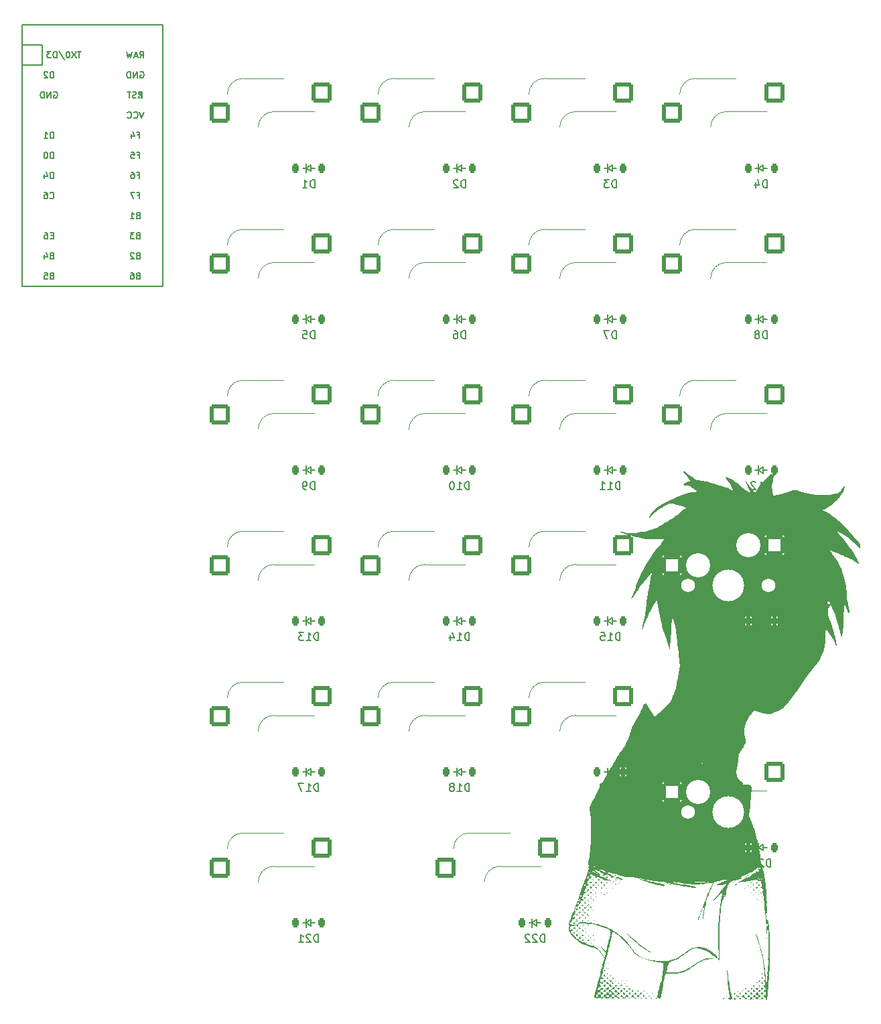
<source format=gbo>
G04 #@! TF.GenerationSoftware,KiCad,Pcbnew,8.0.2*
G04 #@! TF.CreationDate,2024-06-05T18:53:51-04:00*
G04 #@! TF.ProjectId,CSP_macropad_arduino,4353505f-6d61-4637-926f-7061645f6172,rev?*
G04 #@! TF.SameCoordinates,Original*
G04 #@! TF.FileFunction,Legend,Bot*
G04 #@! TF.FilePolarity,Positive*
%FSLAX46Y46*%
G04 Gerber Fmt 4.6, Leading zero omitted, Abs format (unit mm)*
G04 Created by KiCad (PCBNEW 8.0.2) date 2024-06-05 18:53:51*
%MOMM*%
%LPD*%
G01*
G04 APERTURE LIST*
G04 Aperture macros list*
%AMRoundRect*
0 Rectangle with rounded corners*
0 $1 Rounding radius*
0 $2 $3 $4 $5 $6 $7 $8 $9 X,Y pos of 4 corners*
0 Add a 4 corners polygon primitive as box body*
4,1,4,$2,$3,$4,$5,$6,$7,$8,$9,$2,$3,0*
0 Add four circle primitives for the rounded corners*
1,1,$1+$1,$2,$3*
1,1,$1+$1,$4,$5*
1,1,$1+$1,$6,$7*
1,1,$1+$1,$8,$9*
0 Add four rect primitives between the rounded corners*
20,1,$1+$1,$2,$3,$4,$5,0*
20,1,$1+$1,$4,$5,$6,$7,0*
20,1,$1+$1,$6,$7,$8,$9,0*
20,1,$1+$1,$8,$9,$2,$3,0*%
G04 Aperture macros list end*
%ADD10C,0.300000*%
%ADD11C,0.150000*%
%ADD12C,0.000000*%
%ADD13C,0.120000*%
%ADD14C,0.200000*%
%ADD15R,1.752600X1.752600*%
%ADD16C,1.752600*%
%ADD17RoundRect,0.250000X-1.025000X-1.000000X1.025000X-1.000000X1.025000X1.000000X-1.025000X1.000000X0*%
%ADD18C,1.750000*%
%ADD19C,3.050000*%
%ADD20C,4.000000*%
%ADD21O,3.200000X2.000000*%
%ADD22R,2.000000X2.000000*%
%ADD23C,2.000000*%
%ADD24RoundRect,0.225000X-0.225000X-0.375000X0.225000X-0.375000X0.225000X0.375000X-0.225000X0.375000X0*%
G04 APERTURE END LIST*
D10*
X141943107Y-108551077D02*
X142085965Y-108479648D01*
X142085965Y-108479648D02*
X142300250Y-108479648D01*
X142300250Y-108479648D02*
X142514536Y-108551077D01*
X142514536Y-108551077D02*
X142657393Y-108693934D01*
X142657393Y-108693934D02*
X142728822Y-108836791D01*
X142728822Y-108836791D02*
X142800250Y-109122505D01*
X142800250Y-109122505D02*
X142800250Y-109336791D01*
X142800250Y-109336791D02*
X142728822Y-109622505D01*
X142728822Y-109622505D02*
X142657393Y-109765362D01*
X142657393Y-109765362D02*
X142514536Y-109908220D01*
X142514536Y-109908220D02*
X142300250Y-109979648D01*
X142300250Y-109979648D02*
X142157393Y-109979648D01*
X142157393Y-109979648D02*
X141943107Y-109908220D01*
X141943107Y-109908220D02*
X141871679Y-109836791D01*
X141871679Y-109836791D02*
X141871679Y-109336791D01*
X141871679Y-109336791D02*
X142157393Y-109336791D01*
X141014536Y-108479648D02*
X141014536Y-108836791D01*
X141371679Y-108693934D02*
X141014536Y-108836791D01*
X141014536Y-108836791D02*
X140657393Y-108693934D01*
X141228822Y-109122505D02*
X141014536Y-108836791D01*
X141014536Y-108836791D02*
X140800250Y-109122505D01*
X139871679Y-108479648D02*
X139871679Y-108836791D01*
X140228822Y-108693934D02*
X139871679Y-108836791D01*
X139871679Y-108836791D02*
X139514536Y-108693934D01*
X140085965Y-109122505D02*
X139871679Y-108836791D01*
X139871679Y-108836791D02*
X139657393Y-109122505D01*
X138728822Y-108479648D02*
X138728822Y-108836791D01*
X139085965Y-108693934D02*
X138728822Y-108836791D01*
X138728822Y-108836791D02*
X138371679Y-108693934D01*
X138943108Y-109122505D02*
X138728822Y-108836791D01*
X138728822Y-108836791D02*
X138514536Y-109122505D01*
D11*
X61181854Y-23381045D02*
X60724711Y-23381045D01*
X60953283Y-24181045D02*
X60953283Y-23381045D01*
X60534235Y-23381045D02*
X60000901Y-24181045D01*
X60000901Y-23381045D02*
X60534235Y-24181045D01*
X59543758Y-23381045D02*
X59467568Y-23381045D01*
X59467568Y-23381045D02*
X59391377Y-23419140D01*
X59391377Y-23419140D02*
X59353282Y-23457235D01*
X59353282Y-23457235D02*
X59315187Y-23533426D01*
X59315187Y-23533426D02*
X59277092Y-23685807D01*
X59277092Y-23685807D02*
X59277092Y-23876283D01*
X59277092Y-23876283D02*
X59315187Y-24028664D01*
X59315187Y-24028664D02*
X59353282Y-24104854D01*
X59353282Y-24104854D02*
X59391377Y-24142950D01*
X59391377Y-24142950D02*
X59467568Y-24181045D01*
X59467568Y-24181045D02*
X59543758Y-24181045D01*
X59543758Y-24181045D02*
X59619949Y-24142950D01*
X59619949Y-24142950D02*
X59658044Y-24104854D01*
X59658044Y-24104854D02*
X59696139Y-24028664D01*
X59696139Y-24028664D02*
X59734235Y-23876283D01*
X59734235Y-23876283D02*
X59734235Y-23685807D01*
X59734235Y-23685807D02*
X59696139Y-23533426D01*
X59696139Y-23533426D02*
X59658044Y-23457235D01*
X59658044Y-23457235D02*
X59619949Y-23419140D01*
X59619949Y-23419140D02*
X59543758Y-23381045D01*
X58362806Y-23342950D02*
X59048520Y-24371521D01*
X58096139Y-24181045D02*
X58096139Y-23381045D01*
X58096139Y-23381045D02*
X57905663Y-23381045D01*
X57905663Y-23381045D02*
X57791377Y-23419140D01*
X57791377Y-23419140D02*
X57715187Y-23495330D01*
X57715187Y-23495330D02*
X57677092Y-23571521D01*
X57677092Y-23571521D02*
X57638996Y-23723902D01*
X57638996Y-23723902D02*
X57638996Y-23838188D01*
X57638996Y-23838188D02*
X57677092Y-23990569D01*
X57677092Y-23990569D02*
X57715187Y-24066759D01*
X57715187Y-24066759D02*
X57791377Y-24142950D01*
X57791377Y-24142950D02*
X57905663Y-24181045D01*
X57905663Y-24181045D02*
X58096139Y-24181045D01*
X57372330Y-23381045D02*
X56877092Y-23381045D01*
X56877092Y-23381045D02*
X57143758Y-23685807D01*
X57143758Y-23685807D02*
X57029473Y-23685807D01*
X57029473Y-23685807D02*
X56953282Y-23723902D01*
X56953282Y-23723902D02*
X56915187Y-23761997D01*
X56915187Y-23761997D02*
X56877092Y-23838188D01*
X56877092Y-23838188D02*
X56877092Y-24028664D01*
X56877092Y-24028664D02*
X56915187Y-24104854D01*
X56915187Y-24104854D02*
X56953282Y-24142950D01*
X56953282Y-24142950D02*
X57029473Y-24181045D01*
X57029473Y-24181045D02*
X57258044Y-24181045D01*
X57258044Y-24181045D02*
X57334235Y-24142950D01*
X57334235Y-24142950D02*
X57372330Y-24104854D01*
X68348059Y-51701997D02*
X68233773Y-51740092D01*
X68233773Y-51740092D02*
X68195678Y-51778188D01*
X68195678Y-51778188D02*
X68157582Y-51854378D01*
X68157582Y-51854378D02*
X68157582Y-51968664D01*
X68157582Y-51968664D02*
X68195678Y-52044854D01*
X68195678Y-52044854D02*
X68233773Y-52082950D01*
X68233773Y-52082950D02*
X68309963Y-52121045D01*
X68309963Y-52121045D02*
X68614725Y-52121045D01*
X68614725Y-52121045D02*
X68614725Y-51321045D01*
X68614725Y-51321045D02*
X68348059Y-51321045D01*
X68348059Y-51321045D02*
X68271868Y-51359140D01*
X68271868Y-51359140D02*
X68233773Y-51397235D01*
X68233773Y-51397235D02*
X68195678Y-51473426D01*
X68195678Y-51473426D02*
X68195678Y-51549616D01*
X68195678Y-51549616D02*
X68233773Y-51625807D01*
X68233773Y-51625807D02*
X68271868Y-51663902D01*
X68271868Y-51663902D02*
X68348059Y-51701997D01*
X68348059Y-51701997D02*
X68614725Y-51701997D01*
X67471868Y-51321045D02*
X67624249Y-51321045D01*
X67624249Y-51321045D02*
X67700440Y-51359140D01*
X67700440Y-51359140D02*
X67738535Y-51397235D01*
X67738535Y-51397235D02*
X67814725Y-51511521D01*
X67814725Y-51511521D02*
X67852821Y-51663902D01*
X67852821Y-51663902D02*
X67852821Y-51968664D01*
X67852821Y-51968664D02*
X67814725Y-52044854D01*
X67814725Y-52044854D02*
X67776630Y-52082950D01*
X67776630Y-52082950D02*
X67700440Y-52121045D01*
X67700440Y-52121045D02*
X67548059Y-52121045D01*
X67548059Y-52121045D02*
X67471868Y-52082950D01*
X67471868Y-52082950D02*
X67433773Y-52044854D01*
X67433773Y-52044854D02*
X67395678Y-51968664D01*
X67395678Y-51968664D02*
X67395678Y-51778188D01*
X67395678Y-51778188D02*
X67433773Y-51701997D01*
X67433773Y-51701997D02*
X67471868Y-51663902D01*
X67471868Y-51663902D02*
X67548059Y-51625807D01*
X67548059Y-51625807D02*
X67700440Y-51625807D01*
X67700440Y-51625807D02*
X67776630Y-51663902D01*
X67776630Y-51663902D02*
X67814725Y-51701997D01*
X67814725Y-51701997D02*
X67852821Y-51778188D01*
X57711773Y-28499140D02*
X57787963Y-28461045D01*
X57787963Y-28461045D02*
X57902249Y-28461045D01*
X57902249Y-28461045D02*
X58016535Y-28499140D01*
X58016535Y-28499140D02*
X58092725Y-28575330D01*
X58092725Y-28575330D02*
X58130820Y-28651521D01*
X58130820Y-28651521D02*
X58168916Y-28803902D01*
X58168916Y-28803902D02*
X58168916Y-28918188D01*
X58168916Y-28918188D02*
X58130820Y-29070569D01*
X58130820Y-29070569D02*
X58092725Y-29146759D01*
X58092725Y-29146759D02*
X58016535Y-29222950D01*
X58016535Y-29222950D02*
X57902249Y-29261045D01*
X57902249Y-29261045D02*
X57826058Y-29261045D01*
X57826058Y-29261045D02*
X57711773Y-29222950D01*
X57711773Y-29222950D02*
X57673677Y-29184854D01*
X57673677Y-29184854D02*
X57673677Y-28918188D01*
X57673677Y-28918188D02*
X57826058Y-28918188D01*
X57330820Y-29261045D02*
X57330820Y-28461045D01*
X57330820Y-28461045D02*
X56873677Y-29261045D01*
X56873677Y-29261045D02*
X56873677Y-28461045D01*
X56492725Y-29261045D02*
X56492725Y-28461045D01*
X56492725Y-28461045D02*
X56302249Y-28461045D01*
X56302249Y-28461045D02*
X56187963Y-28499140D01*
X56187963Y-28499140D02*
X56111773Y-28575330D01*
X56111773Y-28575330D02*
X56073678Y-28651521D01*
X56073678Y-28651521D02*
X56035582Y-28803902D01*
X56035582Y-28803902D02*
X56035582Y-28918188D01*
X56035582Y-28918188D02*
X56073678Y-29070569D01*
X56073678Y-29070569D02*
X56111773Y-29146759D01*
X56111773Y-29146759D02*
X56187963Y-29222950D01*
X56187963Y-29222950D02*
X56302249Y-29261045D01*
X56302249Y-29261045D02*
X56492725Y-29261045D01*
X57692725Y-26721045D02*
X57692725Y-25921045D01*
X57692725Y-25921045D02*
X57502249Y-25921045D01*
X57502249Y-25921045D02*
X57387963Y-25959140D01*
X57387963Y-25959140D02*
X57311773Y-26035330D01*
X57311773Y-26035330D02*
X57273678Y-26111521D01*
X57273678Y-26111521D02*
X57235582Y-26263902D01*
X57235582Y-26263902D02*
X57235582Y-26378188D01*
X57235582Y-26378188D02*
X57273678Y-26530569D01*
X57273678Y-26530569D02*
X57311773Y-26606759D01*
X57311773Y-26606759D02*
X57387963Y-26682950D01*
X57387963Y-26682950D02*
X57502249Y-26721045D01*
X57502249Y-26721045D02*
X57692725Y-26721045D01*
X56930821Y-25997235D02*
X56892725Y-25959140D01*
X56892725Y-25959140D02*
X56816535Y-25921045D01*
X56816535Y-25921045D02*
X56626059Y-25921045D01*
X56626059Y-25921045D02*
X56549868Y-25959140D01*
X56549868Y-25959140D02*
X56511773Y-25997235D01*
X56511773Y-25997235D02*
X56473678Y-26073426D01*
X56473678Y-26073426D02*
X56473678Y-26149616D01*
X56473678Y-26149616D02*
X56511773Y-26263902D01*
X56511773Y-26263902D02*
X56968916Y-26721045D01*
X56968916Y-26721045D02*
X56473678Y-26721045D01*
X68348059Y-46621997D02*
X68233773Y-46660092D01*
X68233773Y-46660092D02*
X68195678Y-46698188D01*
X68195678Y-46698188D02*
X68157582Y-46774378D01*
X68157582Y-46774378D02*
X68157582Y-46888664D01*
X68157582Y-46888664D02*
X68195678Y-46964854D01*
X68195678Y-46964854D02*
X68233773Y-47002950D01*
X68233773Y-47002950D02*
X68309963Y-47041045D01*
X68309963Y-47041045D02*
X68614725Y-47041045D01*
X68614725Y-47041045D02*
X68614725Y-46241045D01*
X68614725Y-46241045D02*
X68348059Y-46241045D01*
X68348059Y-46241045D02*
X68271868Y-46279140D01*
X68271868Y-46279140D02*
X68233773Y-46317235D01*
X68233773Y-46317235D02*
X68195678Y-46393426D01*
X68195678Y-46393426D02*
X68195678Y-46469616D01*
X68195678Y-46469616D02*
X68233773Y-46545807D01*
X68233773Y-46545807D02*
X68271868Y-46583902D01*
X68271868Y-46583902D02*
X68348059Y-46621997D01*
X68348059Y-46621997D02*
X68614725Y-46621997D01*
X67890916Y-46241045D02*
X67395678Y-46241045D01*
X67395678Y-46241045D02*
X67662344Y-46545807D01*
X67662344Y-46545807D02*
X67548059Y-46545807D01*
X67548059Y-46545807D02*
X67471868Y-46583902D01*
X67471868Y-46583902D02*
X67433773Y-46621997D01*
X67433773Y-46621997D02*
X67395678Y-46698188D01*
X67395678Y-46698188D02*
X67395678Y-46888664D01*
X67395678Y-46888664D02*
X67433773Y-46964854D01*
X67433773Y-46964854D02*
X67471868Y-47002950D01*
X67471868Y-47002950D02*
X67548059Y-47041045D01*
X67548059Y-47041045D02*
X67776630Y-47041045D01*
X67776630Y-47041045D02*
X67852821Y-47002950D01*
X67852821Y-47002950D02*
X67890916Y-46964854D01*
X68290916Y-41541997D02*
X68557582Y-41541997D01*
X68557582Y-41961045D02*
X68557582Y-41161045D01*
X68557582Y-41161045D02*
X68176630Y-41161045D01*
X67948059Y-41161045D02*
X67414725Y-41161045D01*
X67414725Y-41161045D02*
X67757583Y-41961045D01*
X57426059Y-49161997D02*
X57311773Y-49200092D01*
X57311773Y-49200092D02*
X57273678Y-49238188D01*
X57273678Y-49238188D02*
X57235582Y-49314378D01*
X57235582Y-49314378D02*
X57235582Y-49428664D01*
X57235582Y-49428664D02*
X57273678Y-49504854D01*
X57273678Y-49504854D02*
X57311773Y-49542950D01*
X57311773Y-49542950D02*
X57387963Y-49581045D01*
X57387963Y-49581045D02*
X57692725Y-49581045D01*
X57692725Y-49581045D02*
X57692725Y-48781045D01*
X57692725Y-48781045D02*
X57426059Y-48781045D01*
X57426059Y-48781045D02*
X57349868Y-48819140D01*
X57349868Y-48819140D02*
X57311773Y-48857235D01*
X57311773Y-48857235D02*
X57273678Y-48933426D01*
X57273678Y-48933426D02*
X57273678Y-49009616D01*
X57273678Y-49009616D02*
X57311773Y-49085807D01*
X57311773Y-49085807D02*
X57349868Y-49123902D01*
X57349868Y-49123902D02*
X57426059Y-49161997D01*
X57426059Y-49161997D02*
X57692725Y-49161997D01*
X56549868Y-49047711D02*
X56549868Y-49581045D01*
X56740344Y-48742950D02*
X56930821Y-49314378D01*
X56930821Y-49314378D02*
X56435582Y-49314378D01*
X68290916Y-36461997D02*
X68557582Y-36461997D01*
X68557582Y-36881045D02*
X68557582Y-36081045D01*
X68557582Y-36081045D02*
X68176630Y-36081045D01*
X67490916Y-36081045D02*
X67871868Y-36081045D01*
X67871868Y-36081045D02*
X67909964Y-36461997D01*
X67909964Y-36461997D02*
X67871868Y-36423902D01*
X67871868Y-36423902D02*
X67795678Y-36385807D01*
X67795678Y-36385807D02*
X67605202Y-36385807D01*
X67605202Y-36385807D02*
X67529011Y-36423902D01*
X67529011Y-36423902D02*
X67490916Y-36461997D01*
X67490916Y-36461997D02*
X67452821Y-36538188D01*
X67452821Y-36538188D02*
X67452821Y-36728664D01*
X67452821Y-36728664D02*
X67490916Y-36804854D01*
X67490916Y-36804854D02*
X67529011Y-36842950D01*
X67529011Y-36842950D02*
X67605202Y-36881045D01*
X67605202Y-36881045D02*
X67795678Y-36881045D01*
X67795678Y-36881045D02*
X67871868Y-36842950D01*
X67871868Y-36842950D02*
X67909964Y-36804854D01*
X57692725Y-39421045D02*
X57692725Y-38621045D01*
X57692725Y-38621045D02*
X57502249Y-38621045D01*
X57502249Y-38621045D02*
X57387963Y-38659140D01*
X57387963Y-38659140D02*
X57311773Y-38735330D01*
X57311773Y-38735330D02*
X57273678Y-38811521D01*
X57273678Y-38811521D02*
X57235582Y-38963902D01*
X57235582Y-38963902D02*
X57235582Y-39078188D01*
X57235582Y-39078188D02*
X57273678Y-39230569D01*
X57273678Y-39230569D02*
X57311773Y-39306759D01*
X57311773Y-39306759D02*
X57387963Y-39382950D01*
X57387963Y-39382950D02*
X57502249Y-39421045D01*
X57502249Y-39421045D02*
X57692725Y-39421045D01*
X56549868Y-38887711D02*
X56549868Y-39421045D01*
X56740344Y-38582950D02*
X56930821Y-39154378D01*
X56930821Y-39154378D02*
X56435582Y-39154378D01*
X57692725Y-36881045D02*
X57692725Y-36081045D01*
X57692725Y-36081045D02*
X57502249Y-36081045D01*
X57502249Y-36081045D02*
X57387963Y-36119140D01*
X57387963Y-36119140D02*
X57311773Y-36195330D01*
X57311773Y-36195330D02*
X57273678Y-36271521D01*
X57273678Y-36271521D02*
X57235582Y-36423902D01*
X57235582Y-36423902D02*
X57235582Y-36538188D01*
X57235582Y-36538188D02*
X57273678Y-36690569D01*
X57273678Y-36690569D02*
X57311773Y-36766759D01*
X57311773Y-36766759D02*
X57387963Y-36842950D01*
X57387963Y-36842950D02*
X57502249Y-36881045D01*
X57502249Y-36881045D02*
X57692725Y-36881045D01*
X56740344Y-36081045D02*
X56664154Y-36081045D01*
X56664154Y-36081045D02*
X56587963Y-36119140D01*
X56587963Y-36119140D02*
X56549868Y-36157235D01*
X56549868Y-36157235D02*
X56511773Y-36233426D01*
X56511773Y-36233426D02*
X56473678Y-36385807D01*
X56473678Y-36385807D02*
X56473678Y-36576283D01*
X56473678Y-36576283D02*
X56511773Y-36728664D01*
X56511773Y-36728664D02*
X56549868Y-36804854D01*
X56549868Y-36804854D02*
X56587963Y-36842950D01*
X56587963Y-36842950D02*
X56664154Y-36881045D01*
X56664154Y-36881045D02*
X56740344Y-36881045D01*
X56740344Y-36881045D02*
X56816535Y-36842950D01*
X56816535Y-36842950D02*
X56854630Y-36804854D01*
X56854630Y-36804854D02*
X56892725Y-36728664D01*
X56892725Y-36728664D02*
X56930821Y-36576283D01*
X56930821Y-36576283D02*
X56930821Y-36385807D01*
X56930821Y-36385807D02*
X56892725Y-36233426D01*
X56892725Y-36233426D02*
X56854630Y-36157235D01*
X56854630Y-36157235D02*
X56816535Y-36119140D01*
X56816535Y-36119140D02*
X56740344Y-36081045D01*
X68348059Y-49161997D02*
X68233773Y-49200092D01*
X68233773Y-49200092D02*
X68195678Y-49238188D01*
X68195678Y-49238188D02*
X68157582Y-49314378D01*
X68157582Y-49314378D02*
X68157582Y-49428664D01*
X68157582Y-49428664D02*
X68195678Y-49504854D01*
X68195678Y-49504854D02*
X68233773Y-49542950D01*
X68233773Y-49542950D02*
X68309963Y-49581045D01*
X68309963Y-49581045D02*
X68614725Y-49581045D01*
X68614725Y-49581045D02*
X68614725Y-48781045D01*
X68614725Y-48781045D02*
X68348059Y-48781045D01*
X68348059Y-48781045D02*
X68271868Y-48819140D01*
X68271868Y-48819140D02*
X68233773Y-48857235D01*
X68233773Y-48857235D02*
X68195678Y-48933426D01*
X68195678Y-48933426D02*
X68195678Y-49009616D01*
X68195678Y-49009616D02*
X68233773Y-49085807D01*
X68233773Y-49085807D02*
X68271868Y-49123902D01*
X68271868Y-49123902D02*
X68348059Y-49161997D01*
X68348059Y-49161997D02*
X68614725Y-49161997D01*
X67852821Y-48857235D02*
X67814725Y-48819140D01*
X67814725Y-48819140D02*
X67738535Y-48781045D01*
X67738535Y-48781045D02*
X67548059Y-48781045D01*
X67548059Y-48781045D02*
X67471868Y-48819140D01*
X67471868Y-48819140D02*
X67433773Y-48857235D01*
X67433773Y-48857235D02*
X67395678Y-48933426D01*
X67395678Y-48933426D02*
X67395678Y-49009616D01*
X67395678Y-49009616D02*
X67433773Y-49123902D01*
X67433773Y-49123902D02*
X67890916Y-49581045D01*
X67890916Y-49581045D02*
X67395678Y-49581045D01*
X57235582Y-41884854D02*
X57273678Y-41922950D01*
X57273678Y-41922950D02*
X57387963Y-41961045D01*
X57387963Y-41961045D02*
X57464154Y-41961045D01*
X57464154Y-41961045D02*
X57578440Y-41922950D01*
X57578440Y-41922950D02*
X57654630Y-41846759D01*
X57654630Y-41846759D02*
X57692725Y-41770569D01*
X57692725Y-41770569D02*
X57730821Y-41618188D01*
X57730821Y-41618188D02*
X57730821Y-41503902D01*
X57730821Y-41503902D02*
X57692725Y-41351521D01*
X57692725Y-41351521D02*
X57654630Y-41275330D01*
X57654630Y-41275330D02*
X57578440Y-41199140D01*
X57578440Y-41199140D02*
X57464154Y-41161045D01*
X57464154Y-41161045D02*
X57387963Y-41161045D01*
X57387963Y-41161045D02*
X57273678Y-41199140D01*
X57273678Y-41199140D02*
X57235582Y-41237235D01*
X56549868Y-41161045D02*
X56702249Y-41161045D01*
X56702249Y-41161045D02*
X56778440Y-41199140D01*
X56778440Y-41199140D02*
X56816535Y-41237235D01*
X56816535Y-41237235D02*
X56892725Y-41351521D01*
X56892725Y-41351521D02*
X56930821Y-41503902D01*
X56930821Y-41503902D02*
X56930821Y-41808664D01*
X56930821Y-41808664D02*
X56892725Y-41884854D01*
X56892725Y-41884854D02*
X56854630Y-41922950D01*
X56854630Y-41922950D02*
X56778440Y-41961045D01*
X56778440Y-41961045D02*
X56626059Y-41961045D01*
X56626059Y-41961045D02*
X56549868Y-41922950D01*
X56549868Y-41922950D02*
X56511773Y-41884854D01*
X56511773Y-41884854D02*
X56473678Y-41808664D01*
X56473678Y-41808664D02*
X56473678Y-41618188D01*
X56473678Y-41618188D02*
X56511773Y-41541997D01*
X56511773Y-41541997D02*
X56549868Y-41503902D01*
X56549868Y-41503902D02*
X56626059Y-41465807D01*
X56626059Y-41465807D02*
X56778440Y-41465807D01*
X56778440Y-41465807D02*
X56854630Y-41503902D01*
X56854630Y-41503902D02*
X56892725Y-41541997D01*
X56892725Y-41541997D02*
X56930821Y-41618188D01*
X68290916Y-39001997D02*
X68557582Y-39001997D01*
X68557582Y-39421045D02*
X68557582Y-38621045D01*
X68557582Y-38621045D02*
X68176630Y-38621045D01*
X67529011Y-38621045D02*
X67681392Y-38621045D01*
X67681392Y-38621045D02*
X67757583Y-38659140D01*
X67757583Y-38659140D02*
X67795678Y-38697235D01*
X67795678Y-38697235D02*
X67871868Y-38811521D01*
X67871868Y-38811521D02*
X67909964Y-38963902D01*
X67909964Y-38963902D02*
X67909964Y-39268664D01*
X67909964Y-39268664D02*
X67871868Y-39344854D01*
X67871868Y-39344854D02*
X67833773Y-39382950D01*
X67833773Y-39382950D02*
X67757583Y-39421045D01*
X67757583Y-39421045D02*
X67605202Y-39421045D01*
X67605202Y-39421045D02*
X67529011Y-39382950D01*
X67529011Y-39382950D02*
X67490916Y-39344854D01*
X67490916Y-39344854D02*
X67452821Y-39268664D01*
X67452821Y-39268664D02*
X67452821Y-39078188D01*
X67452821Y-39078188D02*
X67490916Y-39001997D01*
X67490916Y-39001997D02*
X67529011Y-38963902D01*
X67529011Y-38963902D02*
X67605202Y-38925807D01*
X67605202Y-38925807D02*
X67757583Y-38925807D01*
X67757583Y-38925807D02*
X67833773Y-38963902D01*
X67833773Y-38963902D02*
X67871868Y-39001997D01*
X67871868Y-39001997D02*
X67909964Y-39078188D01*
X68290916Y-33921997D02*
X68557582Y-33921997D01*
X68557582Y-34341045D02*
X68557582Y-33541045D01*
X68557582Y-33541045D02*
X68176630Y-33541045D01*
X67529011Y-33807711D02*
X67529011Y-34341045D01*
X67719487Y-33502950D02*
X67909964Y-34074378D01*
X67909964Y-34074378D02*
X67414725Y-34074378D01*
X68348059Y-44081997D02*
X68233773Y-44120092D01*
X68233773Y-44120092D02*
X68195678Y-44158188D01*
X68195678Y-44158188D02*
X68157582Y-44234378D01*
X68157582Y-44234378D02*
X68157582Y-44348664D01*
X68157582Y-44348664D02*
X68195678Y-44424854D01*
X68195678Y-44424854D02*
X68233773Y-44462950D01*
X68233773Y-44462950D02*
X68309963Y-44501045D01*
X68309963Y-44501045D02*
X68614725Y-44501045D01*
X68614725Y-44501045D02*
X68614725Y-43701045D01*
X68614725Y-43701045D02*
X68348059Y-43701045D01*
X68348059Y-43701045D02*
X68271868Y-43739140D01*
X68271868Y-43739140D02*
X68233773Y-43777235D01*
X68233773Y-43777235D02*
X68195678Y-43853426D01*
X68195678Y-43853426D02*
X68195678Y-43929616D01*
X68195678Y-43929616D02*
X68233773Y-44005807D01*
X68233773Y-44005807D02*
X68271868Y-44043902D01*
X68271868Y-44043902D02*
X68348059Y-44081997D01*
X68348059Y-44081997D02*
X68614725Y-44081997D01*
X67395678Y-44501045D02*
X67852821Y-44501045D01*
X67624249Y-44501045D02*
X67624249Y-43701045D01*
X67624249Y-43701045D02*
X67700440Y-43815330D01*
X67700440Y-43815330D02*
X67776630Y-43891521D01*
X67776630Y-43891521D02*
X67852821Y-43929616D01*
X68633773Y-25959140D02*
X68709963Y-25921045D01*
X68709963Y-25921045D02*
X68824249Y-25921045D01*
X68824249Y-25921045D02*
X68938535Y-25959140D01*
X68938535Y-25959140D02*
X69014725Y-26035330D01*
X69014725Y-26035330D02*
X69052820Y-26111521D01*
X69052820Y-26111521D02*
X69090916Y-26263902D01*
X69090916Y-26263902D02*
X69090916Y-26378188D01*
X69090916Y-26378188D02*
X69052820Y-26530569D01*
X69052820Y-26530569D02*
X69014725Y-26606759D01*
X69014725Y-26606759D02*
X68938535Y-26682950D01*
X68938535Y-26682950D02*
X68824249Y-26721045D01*
X68824249Y-26721045D02*
X68748058Y-26721045D01*
X68748058Y-26721045D02*
X68633773Y-26682950D01*
X68633773Y-26682950D02*
X68595677Y-26644854D01*
X68595677Y-26644854D02*
X68595677Y-26378188D01*
X68595677Y-26378188D02*
X68748058Y-26378188D01*
X68252820Y-26721045D02*
X68252820Y-25921045D01*
X68252820Y-25921045D02*
X67795677Y-26721045D01*
X67795677Y-26721045D02*
X67795677Y-25921045D01*
X67414725Y-26721045D02*
X67414725Y-25921045D01*
X67414725Y-25921045D02*
X67224249Y-25921045D01*
X67224249Y-25921045D02*
X67109963Y-25959140D01*
X67109963Y-25959140D02*
X67033773Y-26035330D01*
X67033773Y-26035330D02*
X66995678Y-26111521D01*
X66995678Y-26111521D02*
X66957582Y-26263902D01*
X66957582Y-26263902D02*
X66957582Y-26378188D01*
X66957582Y-26378188D02*
X66995678Y-26530569D01*
X66995678Y-26530569D02*
X67033773Y-26606759D01*
X67033773Y-26606759D02*
X67109963Y-26682950D01*
X67109963Y-26682950D02*
X67224249Y-26721045D01*
X67224249Y-26721045D02*
X67414725Y-26721045D01*
X68576630Y-24181045D02*
X68843297Y-23800092D01*
X69033773Y-24181045D02*
X69033773Y-23381045D01*
X69033773Y-23381045D02*
X68729011Y-23381045D01*
X68729011Y-23381045D02*
X68652821Y-23419140D01*
X68652821Y-23419140D02*
X68614726Y-23457235D01*
X68614726Y-23457235D02*
X68576630Y-23533426D01*
X68576630Y-23533426D02*
X68576630Y-23647711D01*
X68576630Y-23647711D02*
X68614726Y-23723902D01*
X68614726Y-23723902D02*
X68652821Y-23761997D01*
X68652821Y-23761997D02*
X68729011Y-23800092D01*
X68729011Y-23800092D02*
X69033773Y-23800092D01*
X68271869Y-23952473D02*
X67890916Y-23952473D01*
X68348059Y-24181045D02*
X68081392Y-23381045D01*
X68081392Y-23381045D02*
X67814726Y-24181045D01*
X67624250Y-23381045D02*
X67433774Y-24181045D01*
X67433774Y-24181045D02*
X67281393Y-23609616D01*
X67281393Y-23609616D02*
X67129012Y-24181045D01*
X67129012Y-24181045D02*
X66938536Y-23381045D01*
X57426059Y-51701997D02*
X57311773Y-51740092D01*
X57311773Y-51740092D02*
X57273678Y-51778188D01*
X57273678Y-51778188D02*
X57235582Y-51854378D01*
X57235582Y-51854378D02*
X57235582Y-51968664D01*
X57235582Y-51968664D02*
X57273678Y-52044854D01*
X57273678Y-52044854D02*
X57311773Y-52082950D01*
X57311773Y-52082950D02*
X57387963Y-52121045D01*
X57387963Y-52121045D02*
X57692725Y-52121045D01*
X57692725Y-52121045D02*
X57692725Y-51321045D01*
X57692725Y-51321045D02*
X57426059Y-51321045D01*
X57426059Y-51321045D02*
X57349868Y-51359140D01*
X57349868Y-51359140D02*
X57311773Y-51397235D01*
X57311773Y-51397235D02*
X57273678Y-51473426D01*
X57273678Y-51473426D02*
X57273678Y-51549616D01*
X57273678Y-51549616D02*
X57311773Y-51625807D01*
X57311773Y-51625807D02*
X57349868Y-51663902D01*
X57349868Y-51663902D02*
X57426059Y-51701997D01*
X57426059Y-51701997D02*
X57692725Y-51701997D01*
X56511773Y-51321045D02*
X56892725Y-51321045D01*
X56892725Y-51321045D02*
X56930821Y-51701997D01*
X56930821Y-51701997D02*
X56892725Y-51663902D01*
X56892725Y-51663902D02*
X56816535Y-51625807D01*
X56816535Y-51625807D02*
X56626059Y-51625807D01*
X56626059Y-51625807D02*
X56549868Y-51663902D01*
X56549868Y-51663902D02*
X56511773Y-51701997D01*
X56511773Y-51701997D02*
X56473678Y-51778188D01*
X56473678Y-51778188D02*
X56473678Y-51968664D01*
X56473678Y-51968664D02*
X56511773Y-52044854D01*
X56511773Y-52044854D02*
X56549868Y-52082950D01*
X56549868Y-52082950D02*
X56626059Y-52121045D01*
X56626059Y-52121045D02*
X56816535Y-52121045D01*
X56816535Y-52121045D02*
X56892725Y-52082950D01*
X56892725Y-52082950D02*
X56930821Y-52044854D01*
X57692725Y-34341045D02*
X57692725Y-33541045D01*
X57692725Y-33541045D02*
X57502249Y-33541045D01*
X57502249Y-33541045D02*
X57387963Y-33579140D01*
X57387963Y-33579140D02*
X57311773Y-33655330D01*
X57311773Y-33655330D02*
X57273678Y-33731521D01*
X57273678Y-33731521D02*
X57235582Y-33883902D01*
X57235582Y-33883902D02*
X57235582Y-33998188D01*
X57235582Y-33998188D02*
X57273678Y-34150569D01*
X57273678Y-34150569D02*
X57311773Y-34226759D01*
X57311773Y-34226759D02*
X57387963Y-34302950D01*
X57387963Y-34302950D02*
X57502249Y-34341045D01*
X57502249Y-34341045D02*
X57692725Y-34341045D01*
X56473678Y-34341045D02*
X56930821Y-34341045D01*
X56702249Y-34341045D02*
X56702249Y-33541045D01*
X56702249Y-33541045D02*
X56778440Y-33655330D01*
X56778440Y-33655330D02*
X56854630Y-33731521D01*
X56854630Y-33731521D02*
X56930821Y-33769616D01*
X68136583Y-29202950D02*
X68022297Y-29241045D01*
X68022297Y-29241045D02*
X67831821Y-29241045D01*
X67831821Y-29241045D02*
X67755630Y-29202950D01*
X67755630Y-29202950D02*
X67717535Y-29164854D01*
X67717535Y-29164854D02*
X67679440Y-29088664D01*
X67679440Y-29088664D02*
X67679440Y-29012473D01*
X67679440Y-29012473D02*
X67717535Y-28936283D01*
X67717535Y-28936283D02*
X67755630Y-28898188D01*
X67755630Y-28898188D02*
X67831821Y-28860092D01*
X67831821Y-28860092D02*
X67984202Y-28821997D01*
X67984202Y-28821997D02*
X68060392Y-28783902D01*
X68060392Y-28783902D02*
X68098487Y-28745807D01*
X68098487Y-28745807D02*
X68136583Y-28669616D01*
X68136583Y-28669616D02*
X68136583Y-28593426D01*
X68136583Y-28593426D02*
X68098487Y-28517235D01*
X68098487Y-28517235D02*
X68060392Y-28479140D01*
X68060392Y-28479140D02*
X67984202Y-28441045D01*
X67984202Y-28441045D02*
X67793725Y-28441045D01*
X67793725Y-28441045D02*
X67679440Y-28479140D01*
X67450868Y-28441045D02*
X66993725Y-28441045D01*
X67222297Y-29241045D02*
X67222297Y-28441045D01*
X57654630Y-46621997D02*
X57387964Y-46621997D01*
X57273678Y-47041045D02*
X57654630Y-47041045D01*
X57654630Y-47041045D02*
X57654630Y-46241045D01*
X57654630Y-46241045D02*
X57273678Y-46241045D01*
X56587963Y-46241045D02*
X56740344Y-46241045D01*
X56740344Y-46241045D02*
X56816535Y-46279140D01*
X56816535Y-46279140D02*
X56854630Y-46317235D01*
X56854630Y-46317235D02*
X56930820Y-46431521D01*
X56930820Y-46431521D02*
X56968916Y-46583902D01*
X56968916Y-46583902D02*
X56968916Y-46888664D01*
X56968916Y-46888664D02*
X56930820Y-46964854D01*
X56930820Y-46964854D02*
X56892725Y-47002950D01*
X56892725Y-47002950D02*
X56816535Y-47041045D01*
X56816535Y-47041045D02*
X56664154Y-47041045D01*
X56664154Y-47041045D02*
X56587963Y-47002950D01*
X56587963Y-47002950D02*
X56549868Y-46964854D01*
X56549868Y-46964854D02*
X56511773Y-46888664D01*
X56511773Y-46888664D02*
X56511773Y-46698188D01*
X56511773Y-46698188D02*
X56549868Y-46621997D01*
X56549868Y-46621997D02*
X56587963Y-46583902D01*
X56587963Y-46583902D02*
X56664154Y-46545807D01*
X56664154Y-46545807D02*
X56816535Y-46545807D01*
X56816535Y-46545807D02*
X56892725Y-46583902D01*
X56892725Y-46583902D02*
X56930820Y-46621997D01*
X56930820Y-46621997D02*
X56968916Y-46698188D01*
X69090916Y-31001045D02*
X68824249Y-31801045D01*
X68824249Y-31801045D02*
X68557583Y-31001045D01*
X67833773Y-31724854D02*
X67871869Y-31762950D01*
X67871869Y-31762950D02*
X67986154Y-31801045D01*
X67986154Y-31801045D02*
X68062345Y-31801045D01*
X68062345Y-31801045D02*
X68176631Y-31762950D01*
X68176631Y-31762950D02*
X68252821Y-31686759D01*
X68252821Y-31686759D02*
X68290916Y-31610569D01*
X68290916Y-31610569D02*
X68329012Y-31458188D01*
X68329012Y-31458188D02*
X68329012Y-31343902D01*
X68329012Y-31343902D02*
X68290916Y-31191521D01*
X68290916Y-31191521D02*
X68252821Y-31115330D01*
X68252821Y-31115330D02*
X68176631Y-31039140D01*
X68176631Y-31039140D02*
X68062345Y-31001045D01*
X68062345Y-31001045D02*
X67986154Y-31001045D01*
X67986154Y-31001045D02*
X67871869Y-31039140D01*
X67871869Y-31039140D02*
X67833773Y-31077235D01*
X67033773Y-31724854D02*
X67071869Y-31762950D01*
X67071869Y-31762950D02*
X67186154Y-31801045D01*
X67186154Y-31801045D02*
X67262345Y-31801045D01*
X67262345Y-31801045D02*
X67376631Y-31762950D01*
X67376631Y-31762950D02*
X67452821Y-31686759D01*
X67452821Y-31686759D02*
X67490916Y-31610569D01*
X67490916Y-31610569D02*
X67529012Y-31458188D01*
X67529012Y-31458188D02*
X67529012Y-31343902D01*
X67529012Y-31343902D02*
X67490916Y-31191521D01*
X67490916Y-31191521D02*
X67452821Y-31115330D01*
X67452821Y-31115330D02*
X67376631Y-31039140D01*
X67376631Y-31039140D02*
X67262345Y-31001045D01*
X67262345Y-31001045D02*
X67186154Y-31001045D01*
X67186154Y-31001045D02*
X67071869Y-31039140D01*
X67071869Y-31039140D02*
X67033773Y-31077235D01*
X119736285Y-135839819D02*
X119736285Y-134839819D01*
X119736285Y-134839819D02*
X119498190Y-134839819D01*
X119498190Y-134839819D02*
X119355333Y-134887438D01*
X119355333Y-134887438D02*
X119260095Y-134982676D01*
X119260095Y-134982676D02*
X119212476Y-135077914D01*
X119212476Y-135077914D02*
X119164857Y-135268390D01*
X119164857Y-135268390D02*
X119164857Y-135411247D01*
X119164857Y-135411247D02*
X119212476Y-135601723D01*
X119212476Y-135601723D02*
X119260095Y-135696961D01*
X119260095Y-135696961D02*
X119355333Y-135792200D01*
X119355333Y-135792200D02*
X119498190Y-135839819D01*
X119498190Y-135839819D02*
X119736285Y-135839819D01*
X118783904Y-134935057D02*
X118736285Y-134887438D01*
X118736285Y-134887438D02*
X118641047Y-134839819D01*
X118641047Y-134839819D02*
X118402952Y-134839819D01*
X118402952Y-134839819D02*
X118307714Y-134887438D01*
X118307714Y-134887438D02*
X118260095Y-134935057D01*
X118260095Y-134935057D02*
X118212476Y-135030295D01*
X118212476Y-135030295D02*
X118212476Y-135125533D01*
X118212476Y-135125533D02*
X118260095Y-135268390D01*
X118260095Y-135268390D02*
X118831523Y-135839819D01*
X118831523Y-135839819D02*
X118212476Y-135839819D01*
X117831523Y-134935057D02*
X117783904Y-134887438D01*
X117783904Y-134887438D02*
X117688666Y-134839819D01*
X117688666Y-134839819D02*
X117450571Y-134839819D01*
X117450571Y-134839819D02*
X117355333Y-134887438D01*
X117355333Y-134887438D02*
X117307714Y-134935057D01*
X117307714Y-134935057D02*
X117260095Y-135030295D01*
X117260095Y-135030295D02*
X117260095Y-135125533D01*
X117260095Y-135125533D02*
X117307714Y-135268390D01*
X117307714Y-135268390D02*
X117879142Y-135839819D01*
X117879142Y-135839819D02*
X117260095Y-135839819D01*
X110208785Y-116784819D02*
X110208785Y-115784819D01*
X110208785Y-115784819D02*
X109970690Y-115784819D01*
X109970690Y-115784819D02*
X109827833Y-115832438D01*
X109827833Y-115832438D02*
X109732595Y-115927676D01*
X109732595Y-115927676D02*
X109684976Y-116022914D01*
X109684976Y-116022914D02*
X109637357Y-116213390D01*
X109637357Y-116213390D02*
X109637357Y-116356247D01*
X109637357Y-116356247D02*
X109684976Y-116546723D01*
X109684976Y-116546723D02*
X109732595Y-116641961D01*
X109732595Y-116641961D02*
X109827833Y-116737200D01*
X109827833Y-116737200D02*
X109970690Y-116784819D01*
X109970690Y-116784819D02*
X110208785Y-116784819D01*
X108684976Y-116784819D02*
X109256404Y-116784819D01*
X108970690Y-116784819D02*
X108970690Y-115784819D01*
X108970690Y-115784819D02*
X109065928Y-115927676D01*
X109065928Y-115927676D02*
X109161166Y-116022914D01*
X109161166Y-116022914D02*
X109256404Y-116070533D01*
X108113547Y-116213390D02*
X108208785Y-116165771D01*
X108208785Y-116165771D02*
X108256404Y-116118152D01*
X108256404Y-116118152D02*
X108304023Y-116022914D01*
X108304023Y-116022914D02*
X108304023Y-115975295D01*
X108304023Y-115975295D02*
X108256404Y-115880057D01*
X108256404Y-115880057D02*
X108208785Y-115832438D01*
X108208785Y-115832438D02*
X108113547Y-115784819D01*
X108113547Y-115784819D02*
X107923071Y-115784819D01*
X107923071Y-115784819D02*
X107827833Y-115832438D01*
X107827833Y-115832438D02*
X107780214Y-115880057D01*
X107780214Y-115880057D02*
X107732595Y-115975295D01*
X107732595Y-115975295D02*
X107732595Y-116022914D01*
X107732595Y-116022914D02*
X107780214Y-116118152D01*
X107780214Y-116118152D02*
X107827833Y-116165771D01*
X107827833Y-116165771D02*
X107923071Y-116213390D01*
X107923071Y-116213390D02*
X108113547Y-116213390D01*
X108113547Y-116213390D02*
X108208785Y-116261009D01*
X108208785Y-116261009D02*
X108256404Y-116308628D01*
X108256404Y-116308628D02*
X108304023Y-116403866D01*
X108304023Y-116403866D02*
X108304023Y-116594342D01*
X108304023Y-116594342D02*
X108256404Y-116689580D01*
X108256404Y-116689580D02*
X108208785Y-116737200D01*
X108208785Y-116737200D02*
X108113547Y-116784819D01*
X108113547Y-116784819D02*
X107923071Y-116784819D01*
X107923071Y-116784819D02*
X107827833Y-116737200D01*
X107827833Y-116737200D02*
X107780214Y-116689580D01*
X107780214Y-116689580D02*
X107732595Y-116594342D01*
X107732595Y-116594342D02*
X107732595Y-116403866D01*
X107732595Y-116403866D02*
X107780214Y-116308628D01*
X107780214Y-116308628D02*
X107827833Y-116261009D01*
X107827833Y-116261009D02*
X107923071Y-116213390D01*
X129263117Y-78674819D02*
X129263117Y-77674819D01*
X129263117Y-77674819D02*
X129025022Y-77674819D01*
X129025022Y-77674819D02*
X128882165Y-77722438D01*
X128882165Y-77722438D02*
X128786927Y-77817676D01*
X128786927Y-77817676D02*
X128739308Y-77912914D01*
X128739308Y-77912914D02*
X128691689Y-78103390D01*
X128691689Y-78103390D02*
X128691689Y-78246247D01*
X128691689Y-78246247D02*
X128739308Y-78436723D01*
X128739308Y-78436723D02*
X128786927Y-78531961D01*
X128786927Y-78531961D02*
X128882165Y-78627200D01*
X128882165Y-78627200D02*
X129025022Y-78674819D01*
X129025022Y-78674819D02*
X129263117Y-78674819D01*
X127739308Y-78674819D02*
X128310736Y-78674819D01*
X128025022Y-78674819D02*
X128025022Y-77674819D01*
X128025022Y-77674819D02*
X128120260Y-77817676D01*
X128120260Y-77817676D02*
X128215498Y-77912914D01*
X128215498Y-77912914D02*
X128310736Y-77960533D01*
X126786927Y-78674819D02*
X127358355Y-78674819D01*
X127072641Y-78674819D02*
X127072641Y-77674819D01*
X127072641Y-77674819D02*
X127167879Y-77817676D01*
X127167879Y-77817676D02*
X127263117Y-77912914D01*
X127263117Y-77912914D02*
X127358355Y-77960533D01*
X110207451Y-78674819D02*
X110207451Y-77674819D01*
X110207451Y-77674819D02*
X109969356Y-77674819D01*
X109969356Y-77674819D02*
X109826499Y-77722438D01*
X109826499Y-77722438D02*
X109731261Y-77817676D01*
X109731261Y-77817676D02*
X109683642Y-77912914D01*
X109683642Y-77912914D02*
X109636023Y-78103390D01*
X109636023Y-78103390D02*
X109636023Y-78246247D01*
X109636023Y-78246247D02*
X109683642Y-78436723D01*
X109683642Y-78436723D02*
X109731261Y-78531961D01*
X109731261Y-78531961D02*
X109826499Y-78627200D01*
X109826499Y-78627200D02*
X109969356Y-78674819D01*
X109969356Y-78674819D02*
X110207451Y-78674819D01*
X108683642Y-78674819D02*
X109255070Y-78674819D01*
X108969356Y-78674819D02*
X108969356Y-77674819D01*
X108969356Y-77674819D02*
X109064594Y-77817676D01*
X109064594Y-77817676D02*
X109159832Y-77912914D01*
X109159832Y-77912914D02*
X109255070Y-77960533D01*
X108064594Y-77674819D02*
X107969356Y-77674819D01*
X107969356Y-77674819D02*
X107874118Y-77722438D01*
X107874118Y-77722438D02*
X107826499Y-77770057D01*
X107826499Y-77770057D02*
X107778880Y-77865295D01*
X107778880Y-77865295D02*
X107731261Y-78055771D01*
X107731261Y-78055771D02*
X107731261Y-78293866D01*
X107731261Y-78293866D02*
X107778880Y-78484342D01*
X107778880Y-78484342D02*
X107826499Y-78579580D01*
X107826499Y-78579580D02*
X107874118Y-78627200D01*
X107874118Y-78627200D02*
X107969356Y-78674819D01*
X107969356Y-78674819D02*
X108064594Y-78674819D01*
X108064594Y-78674819D02*
X108159832Y-78627200D01*
X108159832Y-78627200D02*
X108207451Y-78579580D01*
X108207451Y-78579580D02*
X108255070Y-78484342D01*
X108255070Y-78484342D02*
X108302689Y-78293866D01*
X108302689Y-78293866D02*
X108302689Y-78055771D01*
X108302689Y-78055771D02*
X108255070Y-77865295D01*
X108255070Y-77865295D02*
X108207451Y-77770057D01*
X108207451Y-77770057D02*
X108159832Y-77722438D01*
X108159832Y-77722438D02*
X108064594Y-77674819D01*
X109732594Y-59619819D02*
X109732594Y-58619819D01*
X109732594Y-58619819D02*
X109494499Y-58619819D01*
X109494499Y-58619819D02*
X109351642Y-58667438D01*
X109351642Y-58667438D02*
X109256404Y-58762676D01*
X109256404Y-58762676D02*
X109208785Y-58857914D01*
X109208785Y-58857914D02*
X109161166Y-59048390D01*
X109161166Y-59048390D02*
X109161166Y-59191247D01*
X109161166Y-59191247D02*
X109208785Y-59381723D01*
X109208785Y-59381723D02*
X109256404Y-59476961D01*
X109256404Y-59476961D02*
X109351642Y-59572200D01*
X109351642Y-59572200D02*
X109494499Y-59619819D01*
X109494499Y-59619819D02*
X109732594Y-59619819D01*
X108304023Y-58619819D02*
X108494499Y-58619819D01*
X108494499Y-58619819D02*
X108589737Y-58667438D01*
X108589737Y-58667438D02*
X108637356Y-58715057D01*
X108637356Y-58715057D02*
X108732594Y-58857914D01*
X108732594Y-58857914D02*
X108780213Y-59048390D01*
X108780213Y-59048390D02*
X108780213Y-59429342D01*
X108780213Y-59429342D02*
X108732594Y-59524580D01*
X108732594Y-59524580D02*
X108684975Y-59572200D01*
X108684975Y-59572200D02*
X108589737Y-59619819D01*
X108589737Y-59619819D02*
X108399261Y-59619819D01*
X108399261Y-59619819D02*
X108304023Y-59572200D01*
X108304023Y-59572200D02*
X108256404Y-59524580D01*
X108256404Y-59524580D02*
X108208785Y-59429342D01*
X108208785Y-59429342D02*
X108208785Y-59191247D01*
X108208785Y-59191247D02*
X108256404Y-59096009D01*
X108256404Y-59096009D02*
X108304023Y-59048390D01*
X108304023Y-59048390D02*
X108399261Y-59000771D01*
X108399261Y-59000771D02*
X108589737Y-59000771D01*
X108589737Y-59000771D02*
X108684975Y-59048390D01*
X108684975Y-59048390D02*
X108732594Y-59096009D01*
X108732594Y-59096009D02*
X108780213Y-59191247D01*
X129263785Y-116784819D02*
X129263785Y-115784819D01*
X129263785Y-115784819D02*
X129025690Y-115784819D01*
X129025690Y-115784819D02*
X128882833Y-115832438D01*
X128882833Y-115832438D02*
X128787595Y-115927676D01*
X128787595Y-115927676D02*
X128739976Y-116022914D01*
X128739976Y-116022914D02*
X128692357Y-116213390D01*
X128692357Y-116213390D02*
X128692357Y-116356247D01*
X128692357Y-116356247D02*
X128739976Y-116546723D01*
X128739976Y-116546723D02*
X128787595Y-116641961D01*
X128787595Y-116641961D02*
X128882833Y-116737200D01*
X128882833Y-116737200D02*
X129025690Y-116784819D01*
X129025690Y-116784819D02*
X129263785Y-116784819D01*
X127739976Y-116784819D02*
X128311404Y-116784819D01*
X128025690Y-116784819D02*
X128025690Y-115784819D01*
X128025690Y-115784819D02*
X128120928Y-115927676D01*
X128120928Y-115927676D02*
X128216166Y-116022914D01*
X128216166Y-116022914D02*
X128311404Y-116070533D01*
X127263785Y-116784819D02*
X127073309Y-116784819D01*
X127073309Y-116784819D02*
X126978071Y-116737200D01*
X126978071Y-116737200D02*
X126930452Y-116689580D01*
X126930452Y-116689580D02*
X126835214Y-116546723D01*
X126835214Y-116546723D02*
X126787595Y-116356247D01*
X126787595Y-116356247D02*
X126787595Y-115975295D01*
X126787595Y-115975295D02*
X126835214Y-115880057D01*
X126835214Y-115880057D02*
X126882833Y-115832438D01*
X126882833Y-115832438D02*
X126978071Y-115784819D01*
X126978071Y-115784819D02*
X127168547Y-115784819D01*
X127168547Y-115784819D02*
X127263785Y-115832438D01*
X127263785Y-115832438D02*
X127311404Y-115880057D01*
X127311404Y-115880057D02*
X127359023Y-115975295D01*
X127359023Y-115975295D02*
X127359023Y-116213390D01*
X127359023Y-116213390D02*
X127311404Y-116308628D01*
X127311404Y-116308628D02*
X127263785Y-116356247D01*
X127263785Y-116356247D02*
X127168547Y-116403866D01*
X127168547Y-116403866D02*
X126978071Y-116403866D01*
X126978071Y-116403866D02*
X126882833Y-116356247D01*
X126882833Y-116356247D02*
X126835214Y-116308628D01*
X126835214Y-116308628D02*
X126787595Y-116213390D01*
X90677594Y-59619819D02*
X90677594Y-58619819D01*
X90677594Y-58619819D02*
X90439499Y-58619819D01*
X90439499Y-58619819D02*
X90296642Y-58667438D01*
X90296642Y-58667438D02*
X90201404Y-58762676D01*
X90201404Y-58762676D02*
X90153785Y-58857914D01*
X90153785Y-58857914D02*
X90106166Y-59048390D01*
X90106166Y-59048390D02*
X90106166Y-59191247D01*
X90106166Y-59191247D02*
X90153785Y-59381723D01*
X90153785Y-59381723D02*
X90201404Y-59476961D01*
X90201404Y-59476961D02*
X90296642Y-59572200D01*
X90296642Y-59572200D02*
X90439499Y-59619819D01*
X90439499Y-59619819D02*
X90677594Y-59619819D01*
X89201404Y-58619819D02*
X89677594Y-58619819D01*
X89677594Y-58619819D02*
X89725213Y-59096009D01*
X89725213Y-59096009D02*
X89677594Y-59048390D01*
X89677594Y-59048390D02*
X89582356Y-59000771D01*
X89582356Y-59000771D02*
X89344261Y-59000771D01*
X89344261Y-59000771D02*
X89249023Y-59048390D01*
X89249023Y-59048390D02*
X89201404Y-59096009D01*
X89201404Y-59096009D02*
X89153785Y-59191247D01*
X89153785Y-59191247D02*
X89153785Y-59429342D01*
X89153785Y-59429342D02*
X89201404Y-59524580D01*
X89201404Y-59524580D02*
X89249023Y-59572200D01*
X89249023Y-59572200D02*
X89344261Y-59619819D01*
X89344261Y-59619819D02*
X89582356Y-59619819D01*
X89582356Y-59619819D02*
X89677594Y-59572200D01*
X89677594Y-59572200D02*
X89725213Y-59524580D01*
X147842594Y-59619819D02*
X147842594Y-58619819D01*
X147842594Y-58619819D02*
X147604499Y-58619819D01*
X147604499Y-58619819D02*
X147461642Y-58667438D01*
X147461642Y-58667438D02*
X147366404Y-58762676D01*
X147366404Y-58762676D02*
X147318785Y-58857914D01*
X147318785Y-58857914D02*
X147271166Y-59048390D01*
X147271166Y-59048390D02*
X147271166Y-59191247D01*
X147271166Y-59191247D02*
X147318785Y-59381723D01*
X147318785Y-59381723D02*
X147366404Y-59476961D01*
X147366404Y-59476961D02*
X147461642Y-59572200D01*
X147461642Y-59572200D02*
X147604499Y-59619819D01*
X147604499Y-59619819D02*
X147842594Y-59619819D01*
X146699737Y-59048390D02*
X146794975Y-59000771D01*
X146794975Y-59000771D02*
X146842594Y-58953152D01*
X146842594Y-58953152D02*
X146890213Y-58857914D01*
X146890213Y-58857914D02*
X146890213Y-58810295D01*
X146890213Y-58810295D02*
X146842594Y-58715057D01*
X146842594Y-58715057D02*
X146794975Y-58667438D01*
X146794975Y-58667438D02*
X146699737Y-58619819D01*
X146699737Y-58619819D02*
X146509261Y-58619819D01*
X146509261Y-58619819D02*
X146414023Y-58667438D01*
X146414023Y-58667438D02*
X146366404Y-58715057D01*
X146366404Y-58715057D02*
X146318785Y-58810295D01*
X146318785Y-58810295D02*
X146318785Y-58857914D01*
X146318785Y-58857914D02*
X146366404Y-58953152D01*
X146366404Y-58953152D02*
X146414023Y-59000771D01*
X146414023Y-59000771D02*
X146509261Y-59048390D01*
X146509261Y-59048390D02*
X146699737Y-59048390D01*
X146699737Y-59048390D02*
X146794975Y-59096009D01*
X146794975Y-59096009D02*
X146842594Y-59143628D01*
X146842594Y-59143628D02*
X146890213Y-59238866D01*
X146890213Y-59238866D02*
X146890213Y-59429342D01*
X146890213Y-59429342D02*
X146842594Y-59524580D01*
X146842594Y-59524580D02*
X146794975Y-59572200D01*
X146794975Y-59572200D02*
X146699737Y-59619819D01*
X146699737Y-59619819D02*
X146509261Y-59619819D01*
X146509261Y-59619819D02*
X146414023Y-59572200D01*
X146414023Y-59572200D02*
X146366404Y-59524580D01*
X146366404Y-59524580D02*
X146318785Y-59429342D01*
X146318785Y-59429342D02*
X146318785Y-59238866D01*
X146318785Y-59238866D02*
X146366404Y-59143628D01*
X146366404Y-59143628D02*
X146414023Y-59096009D01*
X146414023Y-59096009D02*
X146509261Y-59048390D01*
X148318785Y-126312319D02*
X148318785Y-125312319D01*
X148318785Y-125312319D02*
X148080690Y-125312319D01*
X148080690Y-125312319D02*
X147937833Y-125359938D01*
X147937833Y-125359938D02*
X147842595Y-125455176D01*
X147842595Y-125455176D02*
X147794976Y-125550414D01*
X147794976Y-125550414D02*
X147747357Y-125740890D01*
X147747357Y-125740890D02*
X147747357Y-125883747D01*
X147747357Y-125883747D02*
X147794976Y-126074223D01*
X147794976Y-126074223D02*
X147842595Y-126169461D01*
X147842595Y-126169461D02*
X147937833Y-126264700D01*
X147937833Y-126264700D02*
X148080690Y-126312319D01*
X148080690Y-126312319D02*
X148318785Y-126312319D01*
X147366404Y-125407557D02*
X147318785Y-125359938D01*
X147318785Y-125359938D02*
X147223547Y-125312319D01*
X147223547Y-125312319D02*
X146985452Y-125312319D01*
X146985452Y-125312319D02*
X146890214Y-125359938D01*
X146890214Y-125359938D02*
X146842595Y-125407557D01*
X146842595Y-125407557D02*
X146794976Y-125502795D01*
X146794976Y-125502795D02*
X146794976Y-125598033D01*
X146794976Y-125598033D02*
X146842595Y-125740890D01*
X146842595Y-125740890D02*
X147414023Y-126312319D01*
X147414023Y-126312319D02*
X146794976Y-126312319D01*
X146175928Y-125312319D02*
X146080690Y-125312319D01*
X146080690Y-125312319D02*
X145985452Y-125359938D01*
X145985452Y-125359938D02*
X145937833Y-125407557D01*
X145937833Y-125407557D02*
X145890214Y-125502795D01*
X145890214Y-125502795D02*
X145842595Y-125693271D01*
X145842595Y-125693271D02*
X145842595Y-125931366D01*
X145842595Y-125931366D02*
X145890214Y-126121842D01*
X145890214Y-126121842D02*
X145937833Y-126217080D01*
X145937833Y-126217080D02*
X145985452Y-126264700D01*
X145985452Y-126264700D02*
X146080690Y-126312319D01*
X146080690Y-126312319D02*
X146175928Y-126312319D01*
X146175928Y-126312319D02*
X146271166Y-126264700D01*
X146271166Y-126264700D02*
X146318785Y-126217080D01*
X146318785Y-126217080D02*
X146366404Y-126121842D01*
X146366404Y-126121842D02*
X146414023Y-125931366D01*
X146414023Y-125931366D02*
X146414023Y-125693271D01*
X146414023Y-125693271D02*
X146366404Y-125502795D01*
X146366404Y-125502795D02*
X146318785Y-125407557D01*
X146318785Y-125407557D02*
X146271166Y-125359938D01*
X146271166Y-125359938D02*
X146175928Y-125312319D01*
X147842594Y-40564819D02*
X147842594Y-39564819D01*
X147842594Y-39564819D02*
X147604499Y-39564819D01*
X147604499Y-39564819D02*
X147461642Y-39612438D01*
X147461642Y-39612438D02*
X147366404Y-39707676D01*
X147366404Y-39707676D02*
X147318785Y-39802914D01*
X147318785Y-39802914D02*
X147271166Y-39993390D01*
X147271166Y-39993390D02*
X147271166Y-40136247D01*
X147271166Y-40136247D02*
X147318785Y-40326723D01*
X147318785Y-40326723D02*
X147366404Y-40421961D01*
X147366404Y-40421961D02*
X147461642Y-40517200D01*
X147461642Y-40517200D02*
X147604499Y-40564819D01*
X147604499Y-40564819D02*
X147842594Y-40564819D01*
X146414023Y-39898152D02*
X146414023Y-40564819D01*
X146652118Y-39517200D02*
X146890213Y-40231485D01*
X146890213Y-40231485D02*
X146271166Y-40231485D01*
X110208785Y-97729819D02*
X110208785Y-96729819D01*
X110208785Y-96729819D02*
X109970690Y-96729819D01*
X109970690Y-96729819D02*
X109827833Y-96777438D01*
X109827833Y-96777438D02*
X109732595Y-96872676D01*
X109732595Y-96872676D02*
X109684976Y-96967914D01*
X109684976Y-96967914D02*
X109637357Y-97158390D01*
X109637357Y-97158390D02*
X109637357Y-97301247D01*
X109637357Y-97301247D02*
X109684976Y-97491723D01*
X109684976Y-97491723D02*
X109732595Y-97586961D01*
X109732595Y-97586961D02*
X109827833Y-97682200D01*
X109827833Y-97682200D02*
X109970690Y-97729819D01*
X109970690Y-97729819D02*
X110208785Y-97729819D01*
X108684976Y-97729819D02*
X109256404Y-97729819D01*
X108970690Y-97729819D02*
X108970690Y-96729819D01*
X108970690Y-96729819D02*
X109065928Y-96872676D01*
X109065928Y-96872676D02*
X109161166Y-96967914D01*
X109161166Y-96967914D02*
X109256404Y-97015533D01*
X107827833Y-97063152D02*
X107827833Y-97729819D01*
X108065928Y-96682200D02*
X108304023Y-97396485D01*
X108304023Y-97396485D02*
X107684976Y-97396485D01*
X109730594Y-40564819D02*
X109730594Y-39564819D01*
X109730594Y-39564819D02*
X109492499Y-39564819D01*
X109492499Y-39564819D02*
X109349642Y-39612438D01*
X109349642Y-39612438D02*
X109254404Y-39707676D01*
X109254404Y-39707676D02*
X109206785Y-39802914D01*
X109206785Y-39802914D02*
X109159166Y-39993390D01*
X109159166Y-39993390D02*
X109159166Y-40136247D01*
X109159166Y-40136247D02*
X109206785Y-40326723D01*
X109206785Y-40326723D02*
X109254404Y-40421961D01*
X109254404Y-40421961D02*
X109349642Y-40517200D01*
X109349642Y-40517200D02*
X109492499Y-40564819D01*
X109492499Y-40564819D02*
X109730594Y-40564819D01*
X108778213Y-39660057D02*
X108730594Y-39612438D01*
X108730594Y-39612438D02*
X108635356Y-39564819D01*
X108635356Y-39564819D02*
X108397261Y-39564819D01*
X108397261Y-39564819D02*
X108302023Y-39612438D01*
X108302023Y-39612438D02*
X108254404Y-39660057D01*
X108254404Y-39660057D02*
X108206785Y-39755295D01*
X108206785Y-39755295D02*
X108206785Y-39850533D01*
X108206785Y-39850533D02*
X108254404Y-39993390D01*
X108254404Y-39993390D02*
X108825832Y-40564819D01*
X108825832Y-40564819D02*
X108206785Y-40564819D01*
X91153785Y-97729819D02*
X91153785Y-96729819D01*
X91153785Y-96729819D02*
X90915690Y-96729819D01*
X90915690Y-96729819D02*
X90772833Y-96777438D01*
X90772833Y-96777438D02*
X90677595Y-96872676D01*
X90677595Y-96872676D02*
X90629976Y-96967914D01*
X90629976Y-96967914D02*
X90582357Y-97158390D01*
X90582357Y-97158390D02*
X90582357Y-97301247D01*
X90582357Y-97301247D02*
X90629976Y-97491723D01*
X90629976Y-97491723D02*
X90677595Y-97586961D01*
X90677595Y-97586961D02*
X90772833Y-97682200D01*
X90772833Y-97682200D02*
X90915690Y-97729819D01*
X90915690Y-97729819D02*
X91153785Y-97729819D01*
X89629976Y-97729819D02*
X90201404Y-97729819D01*
X89915690Y-97729819D02*
X89915690Y-96729819D01*
X89915690Y-96729819D02*
X90010928Y-96872676D01*
X90010928Y-96872676D02*
X90106166Y-96967914D01*
X90106166Y-96967914D02*
X90201404Y-97015533D01*
X89296642Y-96729819D02*
X88677595Y-96729819D01*
X88677595Y-96729819D02*
X89010928Y-97110771D01*
X89010928Y-97110771D02*
X88868071Y-97110771D01*
X88868071Y-97110771D02*
X88772833Y-97158390D01*
X88772833Y-97158390D02*
X88725214Y-97206009D01*
X88725214Y-97206009D02*
X88677595Y-97301247D01*
X88677595Y-97301247D02*
X88677595Y-97539342D01*
X88677595Y-97539342D02*
X88725214Y-97634580D01*
X88725214Y-97634580D02*
X88772833Y-97682200D01*
X88772833Y-97682200D02*
X88868071Y-97729819D01*
X88868071Y-97729819D02*
X89153785Y-97729819D01*
X89153785Y-97729819D02*
X89249023Y-97682200D01*
X89249023Y-97682200D02*
X89296642Y-97634580D01*
X148318785Y-97729819D02*
X148318785Y-96729819D01*
X148318785Y-96729819D02*
X148080690Y-96729819D01*
X148080690Y-96729819D02*
X147937833Y-96777438D01*
X147937833Y-96777438D02*
X147842595Y-96872676D01*
X147842595Y-96872676D02*
X147794976Y-96967914D01*
X147794976Y-96967914D02*
X147747357Y-97158390D01*
X147747357Y-97158390D02*
X147747357Y-97301247D01*
X147747357Y-97301247D02*
X147794976Y-97491723D01*
X147794976Y-97491723D02*
X147842595Y-97586961D01*
X147842595Y-97586961D02*
X147937833Y-97682200D01*
X147937833Y-97682200D02*
X148080690Y-97729819D01*
X148080690Y-97729819D02*
X148318785Y-97729819D01*
X146794976Y-97729819D02*
X147366404Y-97729819D01*
X147080690Y-97729819D02*
X147080690Y-96729819D01*
X147080690Y-96729819D02*
X147175928Y-96872676D01*
X147175928Y-96872676D02*
X147271166Y-96967914D01*
X147271166Y-96967914D02*
X147366404Y-97015533D01*
X145937833Y-96729819D02*
X146128309Y-96729819D01*
X146128309Y-96729819D02*
X146223547Y-96777438D01*
X146223547Y-96777438D02*
X146271166Y-96825057D01*
X146271166Y-96825057D02*
X146366404Y-96967914D01*
X146366404Y-96967914D02*
X146414023Y-97158390D01*
X146414023Y-97158390D02*
X146414023Y-97539342D01*
X146414023Y-97539342D02*
X146366404Y-97634580D01*
X146366404Y-97634580D02*
X146318785Y-97682200D01*
X146318785Y-97682200D02*
X146223547Y-97729819D01*
X146223547Y-97729819D02*
X146033071Y-97729819D01*
X146033071Y-97729819D02*
X145937833Y-97682200D01*
X145937833Y-97682200D02*
X145890214Y-97634580D01*
X145890214Y-97634580D02*
X145842595Y-97539342D01*
X145842595Y-97539342D02*
X145842595Y-97301247D01*
X145842595Y-97301247D02*
X145890214Y-97206009D01*
X145890214Y-97206009D02*
X145937833Y-97158390D01*
X145937833Y-97158390D02*
X146033071Y-97110771D01*
X146033071Y-97110771D02*
X146223547Y-97110771D01*
X146223547Y-97110771D02*
X146318785Y-97158390D01*
X146318785Y-97158390D02*
X146366404Y-97206009D01*
X146366404Y-97206009D02*
X146414023Y-97301247D01*
X148318785Y-78674819D02*
X148318785Y-77674819D01*
X148318785Y-77674819D02*
X148080690Y-77674819D01*
X148080690Y-77674819D02*
X147937833Y-77722438D01*
X147937833Y-77722438D02*
X147842595Y-77817676D01*
X147842595Y-77817676D02*
X147794976Y-77912914D01*
X147794976Y-77912914D02*
X147747357Y-78103390D01*
X147747357Y-78103390D02*
X147747357Y-78246247D01*
X147747357Y-78246247D02*
X147794976Y-78436723D01*
X147794976Y-78436723D02*
X147842595Y-78531961D01*
X147842595Y-78531961D02*
X147937833Y-78627200D01*
X147937833Y-78627200D02*
X148080690Y-78674819D01*
X148080690Y-78674819D02*
X148318785Y-78674819D01*
X146794976Y-78674819D02*
X147366404Y-78674819D01*
X147080690Y-78674819D02*
X147080690Y-77674819D01*
X147080690Y-77674819D02*
X147175928Y-77817676D01*
X147175928Y-77817676D02*
X147271166Y-77912914D01*
X147271166Y-77912914D02*
X147366404Y-77960533D01*
X146414023Y-77770057D02*
X146366404Y-77722438D01*
X146366404Y-77722438D02*
X146271166Y-77674819D01*
X146271166Y-77674819D02*
X146033071Y-77674819D01*
X146033071Y-77674819D02*
X145937833Y-77722438D01*
X145937833Y-77722438D02*
X145890214Y-77770057D01*
X145890214Y-77770057D02*
X145842595Y-77865295D01*
X145842595Y-77865295D02*
X145842595Y-77960533D01*
X145842595Y-77960533D02*
X145890214Y-78103390D01*
X145890214Y-78103390D02*
X146461642Y-78674819D01*
X146461642Y-78674819D02*
X145842595Y-78674819D01*
X90675594Y-40564819D02*
X90675594Y-39564819D01*
X90675594Y-39564819D02*
X90437499Y-39564819D01*
X90437499Y-39564819D02*
X90294642Y-39612438D01*
X90294642Y-39612438D02*
X90199404Y-39707676D01*
X90199404Y-39707676D02*
X90151785Y-39802914D01*
X90151785Y-39802914D02*
X90104166Y-39993390D01*
X90104166Y-39993390D02*
X90104166Y-40136247D01*
X90104166Y-40136247D02*
X90151785Y-40326723D01*
X90151785Y-40326723D02*
X90199404Y-40421961D01*
X90199404Y-40421961D02*
X90294642Y-40517200D01*
X90294642Y-40517200D02*
X90437499Y-40564819D01*
X90437499Y-40564819D02*
X90675594Y-40564819D01*
X89151785Y-40564819D02*
X89723213Y-40564819D01*
X89437499Y-40564819D02*
X89437499Y-39564819D01*
X89437499Y-39564819D02*
X89532737Y-39707676D01*
X89532737Y-39707676D02*
X89627975Y-39802914D01*
X89627975Y-39802914D02*
X89723213Y-39850533D01*
X91153785Y-116784819D02*
X91153785Y-115784819D01*
X91153785Y-115784819D02*
X90915690Y-115784819D01*
X90915690Y-115784819D02*
X90772833Y-115832438D01*
X90772833Y-115832438D02*
X90677595Y-115927676D01*
X90677595Y-115927676D02*
X90629976Y-116022914D01*
X90629976Y-116022914D02*
X90582357Y-116213390D01*
X90582357Y-116213390D02*
X90582357Y-116356247D01*
X90582357Y-116356247D02*
X90629976Y-116546723D01*
X90629976Y-116546723D02*
X90677595Y-116641961D01*
X90677595Y-116641961D02*
X90772833Y-116737200D01*
X90772833Y-116737200D02*
X90915690Y-116784819D01*
X90915690Y-116784819D02*
X91153785Y-116784819D01*
X89629976Y-116784819D02*
X90201404Y-116784819D01*
X89915690Y-116784819D02*
X89915690Y-115784819D01*
X89915690Y-115784819D02*
X90010928Y-115927676D01*
X90010928Y-115927676D02*
X90106166Y-116022914D01*
X90106166Y-116022914D02*
X90201404Y-116070533D01*
X89296642Y-115784819D02*
X88629976Y-115784819D01*
X88629976Y-115784819D02*
X89058547Y-116784819D01*
X90675594Y-78674819D02*
X90675594Y-77674819D01*
X90675594Y-77674819D02*
X90437499Y-77674819D01*
X90437499Y-77674819D02*
X90294642Y-77722438D01*
X90294642Y-77722438D02*
X90199404Y-77817676D01*
X90199404Y-77817676D02*
X90151785Y-77912914D01*
X90151785Y-77912914D02*
X90104166Y-78103390D01*
X90104166Y-78103390D02*
X90104166Y-78246247D01*
X90104166Y-78246247D02*
X90151785Y-78436723D01*
X90151785Y-78436723D02*
X90199404Y-78531961D01*
X90199404Y-78531961D02*
X90294642Y-78627200D01*
X90294642Y-78627200D02*
X90437499Y-78674819D01*
X90437499Y-78674819D02*
X90675594Y-78674819D01*
X89627975Y-78674819D02*
X89437499Y-78674819D01*
X89437499Y-78674819D02*
X89342261Y-78627200D01*
X89342261Y-78627200D02*
X89294642Y-78579580D01*
X89294642Y-78579580D02*
X89199404Y-78436723D01*
X89199404Y-78436723D02*
X89151785Y-78246247D01*
X89151785Y-78246247D02*
X89151785Y-77865295D01*
X89151785Y-77865295D02*
X89199404Y-77770057D01*
X89199404Y-77770057D02*
X89247023Y-77722438D01*
X89247023Y-77722438D02*
X89342261Y-77674819D01*
X89342261Y-77674819D02*
X89532737Y-77674819D01*
X89532737Y-77674819D02*
X89627975Y-77722438D01*
X89627975Y-77722438D02*
X89675594Y-77770057D01*
X89675594Y-77770057D02*
X89723213Y-77865295D01*
X89723213Y-77865295D02*
X89723213Y-78103390D01*
X89723213Y-78103390D02*
X89675594Y-78198628D01*
X89675594Y-78198628D02*
X89627975Y-78246247D01*
X89627975Y-78246247D02*
X89532737Y-78293866D01*
X89532737Y-78293866D02*
X89342261Y-78293866D01*
X89342261Y-78293866D02*
X89247023Y-78246247D01*
X89247023Y-78246247D02*
X89199404Y-78198628D01*
X89199404Y-78198628D02*
X89151785Y-78103390D01*
X91151785Y-135839819D02*
X91151785Y-134839819D01*
X91151785Y-134839819D02*
X90913690Y-134839819D01*
X90913690Y-134839819D02*
X90770833Y-134887438D01*
X90770833Y-134887438D02*
X90675595Y-134982676D01*
X90675595Y-134982676D02*
X90627976Y-135077914D01*
X90627976Y-135077914D02*
X90580357Y-135268390D01*
X90580357Y-135268390D02*
X90580357Y-135411247D01*
X90580357Y-135411247D02*
X90627976Y-135601723D01*
X90627976Y-135601723D02*
X90675595Y-135696961D01*
X90675595Y-135696961D02*
X90770833Y-135792200D01*
X90770833Y-135792200D02*
X90913690Y-135839819D01*
X90913690Y-135839819D02*
X91151785Y-135839819D01*
X90199404Y-134935057D02*
X90151785Y-134887438D01*
X90151785Y-134887438D02*
X90056547Y-134839819D01*
X90056547Y-134839819D02*
X89818452Y-134839819D01*
X89818452Y-134839819D02*
X89723214Y-134887438D01*
X89723214Y-134887438D02*
X89675595Y-134935057D01*
X89675595Y-134935057D02*
X89627976Y-135030295D01*
X89627976Y-135030295D02*
X89627976Y-135125533D01*
X89627976Y-135125533D02*
X89675595Y-135268390D01*
X89675595Y-135268390D02*
X90247023Y-135839819D01*
X90247023Y-135839819D02*
X89627976Y-135839819D01*
X88675595Y-135839819D02*
X89247023Y-135839819D01*
X88961309Y-135839819D02*
X88961309Y-134839819D01*
X88961309Y-134839819D02*
X89056547Y-134982676D01*
X89056547Y-134982676D02*
X89151785Y-135077914D01*
X89151785Y-135077914D02*
X89247023Y-135125533D01*
X128787594Y-59619819D02*
X128787594Y-58619819D01*
X128787594Y-58619819D02*
X128549499Y-58619819D01*
X128549499Y-58619819D02*
X128406642Y-58667438D01*
X128406642Y-58667438D02*
X128311404Y-58762676D01*
X128311404Y-58762676D02*
X128263785Y-58857914D01*
X128263785Y-58857914D02*
X128216166Y-59048390D01*
X128216166Y-59048390D02*
X128216166Y-59191247D01*
X128216166Y-59191247D02*
X128263785Y-59381723D01*
X128263785Y-59381723D02*
X128311404Y-59476961D01*
X128311404Y-59476961D02*
X128406642Y-59572200D01*
X128406642Y-59572200D02*
X128549499Y-59619819D01*
X128549499Y-59619819D02*
X128787594Y-59619819D01*
X127882832Y-58619819D02*
X127216166Y-58619819D01*
X127216166Y-58619819D02*
X127644737Y-59619819D01*
X129263785Y-97729819D02*
X129263785Y-96729819D01*
X129263785Y-96729819D02*
X129025690Y-96729819D01*
X129025690Y-96729819D02*
X128882833Y-96777438D01*
X128882833Y-96777438D02*
X128787595Y-96872676D01*
X128787595Y-96872676D02*
X128739976Y-96967914D01*
X128739976Y-96967914D02*
X128692357Y-97158390D01*
X128692357Y-97158390D02*
X128692357Y-97301247D01*
X128692357Y-97301247D02*
X128739976Y-97491723D01*
X128739976Y-97491723D02*
X128787595Y-97586961D01*
X128787595Y-97586961D02*
X128882833Y-97682200D01*
X128882833Y-97682200D02*
X129025690Y-97729819D01*
X129025690Y-97729819D02*
X129263785Y-97729819D01*
X127739976Y-97729819D02*
X128311404Y-97729819D01*
X128025690Y-97729819D02*
X128025690Y-96729819D01*
X128025690Y-96729819D02*
X128120928Y-96872676D01*
X128120928Y-96872676D02*
X128216166Y-96967914D01*
X128216166Y-96967914D02*
X128311404Y-97015533D01*
X126835214Y-96729819D02*
X127311404Y-96729819D01*
X127311404Y-96729819D02*
X127359023Y-97206009D01*
X127359023Y-97206009D02*
X127311404Y-97158390D01*
X127311404Y-97158390D02*
X127216166Y-97110771D01*
X127216166Y-97110771D02*
X126978071Y-97110771D01*
X126978071Y-97110771D02*
X126882833Y-97158390D01*
X126882833Y-97158390D02*
X126835214Y-97206009D01*
X126835214Y-97206009D02*
X126787595Y-97301247D01*
X126787595Y-97301247D02*
X126787595Y-97539342D01*
X126787595Y-97539342D02*
X126835214Y-97634580D01*
X126835214Y-97634580D02*
X126882833Y-97682200D01*
X126882833Y-97682200D02*
X126978071Y-97729819D01*
X126978071Y-97729819D02*
X127216166Y-97729819D01*
X127216166Y-97729819D02*
X127311404Y-97682200D01*
X127311404Y-97682200D02*
X127359023Y-97634580D01*
X128787594Y-40564819D02*
X128787594Y-39564819D01*
X128787594Y-39564819D02*
X128549499Y-39564819D01*
X128549499Y-39564819D02*
X128406642Y-39612438D01*
X128406642Y-39612438D02*
X128311404Y-39707676D01*
X128311404Y-39707676D02*
X128263785Y-39802914D01*
X128263785Y-39802914D02*
X128216166Y-39993390D01*
X128216166Y-39993390D02*
X128216166Y-40136247D01*
X128216166Y-40136247D02*
X128263785Y-40326723D01*
X128263785Y-40326723D02*
X128311404Y-40421961D01*
X128311404Y-40421961D02*
X128406642Y-40517200D01*
X128406642Y-40517200D02*
X128549499Y-40564819D01*
X128549499Y-40564819D02*
X128787594Y-40564819D01*
X127882832Y-39564819D02*
X127263785Y-39564819D01*
X127263785Y-39564819D02*
X127597118Y-39945771D01*
X127597118Y-39945771D02*
X127454261Y-39945771D01*
X127454261Y-39945771D02*
X127359023Y-39993390D01*
X127359023Y-39993390D02*
X127311404Y-40041009D01*
X127311404Y-40041009D02*
X127263785Y-40136247D01*
X127263785Y-40136247D02*
X127263785Y-40374342D01*
X127263785Y-40374342D02*
X127311404Y-40469580D01*
X127311404Y-40469580D02*
X127359023Y-40517200D01*
X127359023Y-40517200D02*
X127454261Y-40564819D01*
X127454261Y-40564819D02*
X127739975Y-40564819D01*
X127739975Y-40564819D02*
X127835213Y-40517200D01*
X127835213Y-40517200D02*
X127882832Y-40469580D01*
D12*
G36*
X147900336Y-138541439D02*
G01*
X147875238Y-138566538D01*
X147850139Y-138541439D01*
X147875238Y-138516340D01*
X147900336Y-138541439D01*
G37*
G36*
X147850139Y-132668317D02*
G01*
X147825040Y-132693415D01*
X147799941Y-132668317D01*
X147825040Y-132643218D01*
X147850139Y-132668317D01*
G37*
G36*
X147699546Y-139394799D02*
G01*
X147674447Y-139419898D01*
X147649348Y-139394799D01*
X147674447Y-139369700D01*
X147699546Y-139394799D01*
G37*
G36*
X147599151Y-141151716D02*
G01*
X147574052Y-141176815D01*
X147548953Y-141151716D01*
X147574052Y-141126617D01*
X147599151Y-141151716D01*
G37*
G36*
X147348163Y-131413376D02*
G01*
X147323064Y-131438475D01*
X147297965Y-131413376D01*
X147323064Y-131388277D01*
X147348163Y-131413376D01*
G37*
G36*
X147197570Y-130258830D02*
G01*
X147172471Y-130283929D01*
X147147372Y-130258830D01*
X147172471Y-130233732D01*
X147197570Y-130258830D01*
G37*
G36*
X146645396Y-129656459D02*
G01*
X146620297Y-129681558D01*
X146595198Y-129656459D01*
X146620297Y-129631360D01*
X146645396Y-129656459D01*
G37*
G36*
X146645396Y-130258830D02*
G01*
X146620297Y-130283929D01*
X146595198Y-130258830D01*
X146620297Y-130233732D01*
X146645396Y-130258830D01*
G37*
G36*
X146595198Y-130359226D02*
G01*
X146570099Y-130384324D01*
X146545000Y-130359226D01*
X146570099Y-130334127D01*
X146595198Y-130359226D01*
G37*
G36*
X146545000Y-130108237D02*
G01*
X146519902Y-130133336D01*
X146494803Y-130108237D01*
X146519902Y-130083139D01*
X146545000Y-130108237D01*
G37*
G36*
X146545000Y-140298356D02*
G01*
X146519902Y-140323455D01*
X146494803Y-140298356D01*
X146519902Y-140273257D01*
X146545000Y-140298356D01*
G37*
G36*
X146444605Y-129656459D02*
G01*
X146419506Y-129681558D01*
X146394408Y-129656459D01*
X146419506Y-129631360D01*
X146444605Y-129656459D01*
G37*
G36*
X146394408Y-142155668D02*
G01*
X146369309Y-142180767D01*
X146344210Y-142155668D01*
X146369309Y-142130569D01*
X146394408Y-142155668D01*
G37*
G36*
X146344210Y-141252111D02*
G01*
X146319111Y-141277210D01*
X146294012Y-141252111D01*
X146319111Y-141227012D01*
X146344210Y-141252111D01*
G37*
G36*
X146143419Y-128100332D02*
G01*
X146118321Y-128125431D01*
X146093222Y-128100332D01*
X146118321Y-128075233D01*
X146143419Y-128100332D01*
G37*
G36*
X146143419Y-129706656D02*
G01*
X146118321Y-129731755D01*
X146093222Y-129706656D01*
X146118321Y-129681558D01*
X146143419Y-129706656D01*
G37*
G36*
X146143419Y-129857249D02*
G01*
X146118321Y-129882348D01*
X146093222Y-129857249D01*
X146118321Y-129832150D01*
X146143419Y-129857249D01*
G37*
G36*
X146143419Y-140800332D02*
G01*
X146118321Y-140825431D01*
X146093222Y-140800332D01*
X146118321Y-140775233D01*
X146143419Y-140800332D01*
G37*
G36*
X146093222Y-142256064D02*
G01*
X146068123Y-142281162D01*
X146043024Y-142256064D01*
X146068123Y-142230965D01*
X146093222Y-142256064D01*
G37*
G36*
X145691641Y-142456854D02*
G01*
X145666542Y-142481953D01*
X145641443Y-142456854D01*
X145666542Y-142431755D01*
X145691641Y-142456854D01*
G37*
G36*
X145591246Y-127497961D02*
G01*
X145566147Y-127523060D01*
X145541048Y-127497961D01*
X145566147Y-127472862D01*
X145591246Y-127497961D01*
G37*
G36*
X145591246Y-141352506D02*
G01*
X145566147Y-141377605D01*
X145541048Y-141352506D01*
X145566147Y-141327407D01*
X145591246Y-141352506D01*
G37*
G36*
X145541048Y-143059226D02*
G01*
X145515949Y-143084324D01*
X145490850Y-143059226D01*
X145515949Y-143034127D01*
X145541048Y-143059226D01*
G37*
G36*
X145440653Y-143059226D02*
G01*
X145415554Y-143084324D01*
X145390455Y-143059226D01*
X145415554Y-143034127D01*
X145440653Y-143059226D01*
G37*
G36*
X145189665Y-129606261D02*
G01*
X145164566Y-129631360D01*
X145139467Y-129606261D01*
X145164566Y-129581162D01*
X145189665Y-129606261D01*
G37*
G36*
X145039072Y-128351320D02*
G01*
X145013973Y-128376419D01*
X144988874Y-128351320D01*
X145013973Y-128326222D01*
X145039072Y-128351320D01*
G37*
G36*
X145039072Y-129556064D02*
G01*
X145013973Y-129581162D01*
X144988874Y-129556064D01*
X145013973Y-129530965D01*
X145039072Y-129556064D01*
G37*
G36*
X144788083Y-127849344D02*
G01*
X144762985Y-127874443D01*
X144737886Y-127849344D01*
X144762985Y-127824245D01*
X144788083Y-127849344D01*
G37*
G36*
X144486898Y-141754087D02*
G01*
X144461799Y-141779186D01*
X144436700Y-141754087D01*
X144461799Y-141728988D01*
X144486898Y-141754087D01*
G37*
G36*
X144436700Y-141653692D02*
G01*
X144411601Y-141678791D01*
X144386502Y-141653692D01*
X144411601Y-141628593D01*
X144436700Y-141653692D01*
G37*
G36*
X144386502Y-128401518D02*
G01*
X144361404Y-128426617D01*
X144336305Y-128401518D01*
X144361404Y-128376419D01*
X144386502Y-128401518D01*
G37*
G36*
X144386502Y-128853297D02*
G01*
X144361404Y-128878396D01*
X144336305Y-128853297D01*
X144361404Y-128828198D01*
X144386502Y-128853297D01*
G37*
G36*
X144286107Y-142858435D02*
G01*
X144261008Y-142883534D01*
X144235910Y-142858435D01*
X144261008Y-142833336D01*
X144286107Y-142858435D01*
G37*
G36*
X143984921Y-142808237D02*
G01*
X143959823Y-142833336D01*
X143934724Y-142808237D01*
X143959823Y-142783139D01*
X143984921Y-142808237D01*
G37*
G36*
X143834329Y-128301123D02*
G01*
X143809230Y-128326222D01*
X143784131Y-128301123D01*
X143809230Y-128276024D01*
X143834329Y-128301123D01*
G37*
G36*
X143482945Y-142005075D02*
G01*
X143457846Y-142030174D01*
X143432748Y-142005075D01*
X143457846Y-141979977D01*
X143482945Y-142005075D01*
G37*
G36*
X143432748Y-128652506D02*
G01*
X143407649Y-128677605D01*
X143382550Y-128652506D01*
X143407649Y-128627407D01*
X143432748Y-128652506D01*
G37*
G36*
X143382550Y-128552111D02*
G01*
X143357451Y-128577210D01*
X143332352Y-128552111D01*
X143357451Y-128527012D01*
X143382550Y-128552111D01*
G37*
G36*
X142127609Y-142557249D02*
G01*
X142102510Y-142582348D01*
X142077412Y-142557249D01*
X142102510Y-142532150D01*
X142127609Y-142557249D01*
G37*
G36*
X141625633Y-142858435D02*
G01*
X141600534Y-142883534D01*
X141575435Y-142858435D01*
X141600534Y-142833336D01*
X141625633Y-142858435D01*
G37*
G36*
X141173854Y-128652506D02*
G01*
X141148755Y-128677605D01*
X141123657Y-128652506D01*
X141148755Y-128627407D01*
X141173854Y-128652506D01*
G37*
G36*
X140922866Y-142958830D02*
G01*
X140897767Y-142983929D01*
X140872668Y-142958830D01*
X140897767Y-142933732D01*
X140922866Y-142958830D01*
G37*
G36*
X140621680Y-142707842D02*
G01*
X140596581Y-142732941D01*
X140571483Y-142707842D01*
X140596581Y-142682743D01*
X140621680Y-142707842D01*
G37*
G36*
X140220099Y-142858435D02*
G01*
X140195000Y-142883534D01*
X140169902Y-142858435D01*
X140195000Y-142833336D01*
X140220099Y-142858435D01*
G37*
G36*
X139216147Y-142707842D02*
G01*
X139191048Y-142732941D01*
X139165949Y-142707842D01*
X139191048Y-142682743D01*
X139216147Y-142707842D01*
G37*
G36*
X138864763Y-143009028D02*
G01*
X138839665Y-143034127D01*
X138814566Y-143009028D01*
X138839665Y-142983929D01*
X138864763Y-143009028D01*
G37*
G36*
X138262392Y-143009028D02*
G01*
X138237293Y-143034127D01*
X138212194Y-143009028D01*
X138237293Y-142983929D01*
X138262392Y-143009028D01*
G37*
G36*
X137258439Y-142657645D02*
G01*
X137233340Y-142682743D01*
X137208242Y-142657645D01*
X137233340Y-142632546D01*
X137258439Y-142657645D01*
G37*
G36*
X136756463Y-142858435D02*
G01*
X136731364Y-142883534D01*
X136706265Y-142858435D01*
X136731364Y-142833336D01*
X136756463Y-142858435D01*
G37*
G36*
X136154091Y-142858435D02*
G01*
X136128993Y-142883534D01*
X136103894Y-142858435D01*
X136128993Y-142833336D01*
X136154091Y-142858435D01*
G37*
G36*
X135401127Y-142858435D02*
G01*
X135376028Y-142883534D01*
X135350929Y-142858435D01*
X135376028Y-142833336D01*
X135401127Y-142858435D01*
G37*
G36*
X135350929Y-142958830D02*
G01*
X135325831Y-142983929D01*
X135300732Y-142958830D01*
X135325831Y-142933732D01*
X135350929Y-142958830D01*
G37*
G36*
X134798755Y-142858435D02*
G01*
X134773657Y-142883534D01*
X134748558Y-142858435D01*
X134773657Y-142833336D01*
X134798755Y-142858435D01*
G37*
G36*
X133543815Y-142607447D02*
G01*
X133518716Y-142632546D01*
X133493617Y-142607447D01*
X133518716Y-142582348D01*
X133543815Y-142607447D01*
G37*
G36*
X133393222Y-142306261D02*
G01*
X133368123Y-142331360D01*
X133343024Y-142306261D01*
X133368123Y-142281162D01*
X133393222Y-142306261D01*
G37*
G36*
X133393222Y-142858435D02*
G01*
X133368123Y-142883534D01*
X133343024Y-142858435D01*
X133368123Y-142833336D01*
X133393222Y-142858435D01*
G37*
G36*
X132238676Y-141904680D02*
G01*
X132213578Y-141929779D01*
X132188479Y-141904680D01*
X132213578Y-141879581D01*
X132238676Y-141904680D01*
G37*
G36*
X132138281Y-142607447D02*
G01*
X132113182Y-142632546D01*
X132088083Y-142607447D01*
X132113182Y-142582348D01*
X132138281Y-142607447D01*
G37*
G36*
X131887293Y-141804285D02*
G01*
X131862194Y-141829384D01*
X131837095Y-141804285D01*
X131862194Y-141779186D01*
X131887293Y-141804285D01*
G37*
G36*
X131736700Y-142456854D02*
G01*
X131711601Y-142481953D01*
X131686502Y-142456854D01*
X131711601Y-142431755D01*
X131736700Y-142456854D01*
G37*
G36*
X131636305Y-127849344D02*
G01*
X131611206Y-127874443D01*
X131586107Y-127849344D01*
X131611206Y-127824245D01*
X131636305Y-127849344D01*
G37*
G36*
X130833143Y-141352506D02*
G01*
X130808044Y-141377605D01*
X130782945Y-141352506D01*
X130808044Y-141327407D01*
X130833143Y-141352506D01*
G37*
G36*
X130280969Y-141854483D02*
G01*
X130255870Y-141879581D01*
X130230771Y-141854483D01*
X130255870Y-141829384D01*
X130280969Y-141854483D01*
G37*
G36*
X130180574Y-141201913D02*
G01*
X130155475Y-141227012D01*
X130130376Y-141201913D01*
X130155475Y-141176815D01*
X130180574Y-141201913D01*
G37*
G36*
X130130376Y-128652506D02*
G01*
X130105277Y-128677605D01*
X130080178Y-128652506D01*
X130105277Y-128627407D01*
X130130376Y-128652506D01*
G37*
G36*
X130130376Y-140699937D02*
G01*
X130105277Y-140725036D01*
X130080178Y-140699937D01*
X130105277Y-140674838D01*
X130130376Y-140699937D01*
G37*
G36*
X129728795Y-127698751D02*
G01*
X129703696Y-127723850D01*
X129678597Y-127698751D01*
X129703696Y-127673652D01*
X129728795Y-127698751D01*
G37*
G36*
X129427609Y-128451716D02*
G01*
X129402510Y-128476815D01*
X129377412Y-128451716D01*
X129402510Y-128426617D01*
X129427609Y-128451716D01*
G37*
G36*
X129427609Y-128552111D02*
G01*
X129402510Y-128577210D01*
X129377412Y-128552111D01*
X129402510Y-128527012D01*
X129427609Y-128552111D01*
G37*
G36*
X129427609Y-140549344D02*
G01*
X129402510Y-140574443D01*
X129377412Y-140549344D01*
X129402510Y-140524245D01*
X129427609Y-140549344D01*
G37*
G36*
X129327214Y-141854483D02*
G01*
X129302115Y-141879581D01*
X129277016Y-141854483D01*
X129302115Y-141829384D01*
X129327214Y-141854483D01*
G37*
G36*
X129277016Y-142557249D02*
G01*
X129251917Y-142582348D01*
X129226819Y-142557249D01*
X129251917Y-142532150D01*
X129277016Y-142557249D01*
G37*
G36*
X129176621Y-139846577D02*
G01*
X129151522Y-139871676D01*
X129126423Y-139846577D01*
X129151522Y-139821479D01*
X129176621Y-139846577D01*
G37*
G36*
X128875435Y-140750135D02*
G01*
X128850336Y-140775233D01*
X128825238Y-140750135D01*
X128850336Y-140725036D01*
X128875435Y-140750135D01*
G37*
G36*
X128825238Y-127347368D02*
G01*
X128800139Y-127372467D01*
X128775040Y-127347368D01*
X128800139Y-127322269D01*
X128825238Y-127347368D01*
G37*
G36*
X128775040Y-127999937D02*
G01*
X128749941Y-128025036D01*
X128724842Y-127999937D01*
X128749941Y-127974838D01*
X128775040Y-127999937D01*
G37*
G36*
X128775040Y-140147763D02*
G01*
X128749941Y-140172862D01*
X128724842Y-140147763D01*
X128749941Y-140122664D01*
X128775040Y-140147763D01*
G37*
G36*
X128674645Y-128050135D02*
G01*
X128649546Y-128075233D01*
X128624447Y-128050135D01*
X128649546Y-128025036D01*
X128674645Y-128050135D01*
G37*
G36*
X128574249Y-127999937D02*
G01*
X128549151Y-128025036D01*
X128524052Y-127999937D01*
X128549151Y-127974838D01*
X128574249Y-127999937D01*
G37*
G36*
X128373459Y-129003890D02*
G01*
X128348360Y-129028988D01*
X128323261Y-129003890D01*
X128348360Y-128978791D01*
X128373459Y-129003890D01*
G37*
G36*
X128373459Y-139796380D02*
G01*
X128348360Y-139821479D01*
X128323261Y-139796380D01*
X128348360Y-139771281D01*
X128373459Y-139796380D01*
G37*
G36*
X128323261Y-128853297D02*
G01*
X128298163Y-128878396D01*
X128273064Y-128853297D01*
X128298163Y-128828198D01*
X128323261Y-128853297D01*
G37*
G36*
X128273064Y-141854483D02*
G01*
X128247965Y-141879581D01*
X128222866Y-141854483D01*
X128247965Y-141829384D01*
X128273064Y-141854483D01*
G37*
G36*
X128122471Y-138842625D02*
G01*
X128097372Y-138867724D01*
X128072273Y-138842625D01*
X128097372Y-138817526D01*
X128122471Y-138842625D01*
G37*
G36*
X128072273Y-127799147D02*
G01*
X128047174Y-127824245D01*
X128022076Y-127799147D01*
X128047174Y-127774048D01*
X128072273Y-127799147D01*
G37*
G36*
X128072273Y-139495194D02*
G01*
X128047174Y-139520293D01*
X128022076Y-139495194D01*
X128047174Y-139470095D01*
X128072273Y-139495194D01*
G37*
G36*
X128022076Y-127497961D02*
G01*
X127996977Y-127523060D01*
X127971878Y-127497961D01*
X127996977Y-127472862D01*
X128022076Y-127497961D01*
G37*
G36*
X128022076Y-128652506D02*
G01*
X127996977Y-128677605D01*
X127971878Y-128652506D01*
X127996977Y-128627407D01*
X128022076Y-128652506D01*
G37*
G36*
X127921680Y-129254878D02*
G01*
X127896581Y-129279977D01*
X127871483Y-129254878D01*
X127896581Y-129229779D01*
X127921680Y-129254878D01*
G37*
G36*
X127871483Y-128602309D02*
G01*
X127846384Y-128627407D01*
X127821285Y-128602309D01*
X127846384Y-128577210D01*
X127871483Y-128602309D01*
G37*
G36*
X127871483Y-139746182D02*
G01*
X127846384Y-139771281D01*
X127821285Y-139746182D01*
X127846384Y-139721083D01*
X127871483Y-139746182D01*
G37*
G36*
X127771087Y-128200728D02*
G01*
X127745989Y-128225826D01*
X127720890Y-128200728D01*
X127745989Y-128175629D01*
X127771087Y-128200728D01*
G37*
G36*
X127771087Y-130258830D02*
G01*
X127745989Y-130283929D01*
X127720890Y-130258830D01*
X127745989Y-130233732D01*
X127771087Y-130258830D01*
G37*
G36*
X127771087Y-138491241D02*
G01*
X127745989Y-138516340D01*
X127720890Y-138491241D01*
X127745989Y-138466143D01*
X127771087Y-138491241D01*
G37*
G36*
X127720890Y-127397566D02*
G01*
X127695791Y-127422664D01*
X127670692Y-127397566D01*
X127695791Y-127372467D01*
X127720890Y-127397566D01*
G37*
G36*
X127720890Y-129606261D02*
G01*
X127695791Y-129631360D01*
X127670692Y-129606261D01*
X127695791Y-129581162D01*
X127720890Y-129606261D01*
G37*
G36*
X127720890Y-138591637D02*
G01*
X127695791Y-138616735D01*
X127670692Y-138591637D01*
X127695791Y-138566538D01*
X127720890Y-138591637D01*
G37*
G36*
X127620495Y-129003890D02*
G01*
X127595396Y-129028988D01*
X127570297Y-129003890D01*
X127595396Y-128978791D01*
X127620495Y-129003890D01*
G37*
G36*
X127620495Y-130258830D02*
G01*
X127595396Y-130283929D01*
X127570297Y-130258830D01*
X127595396Y-130233732D01*
X127620495Y-130258830D01*
G37*
G36*
X127570297Y-139896775D02*
G01*
X127545198Y-139921874D01*
X127520099Y-139896775D01*
X127545198Y-139871676D01*
X127570297Y-139896775D01*
G37*
G36*
X127469902Y-138842625D02*
G01*
X127444803Y-138867724D01*
X127419704Y-138842625D01*
X127444803Y-138817526D01*
X127469902Y-138842625D01*
G37*
G36*
X127469902Y-139946973D02*
G01*
X127444803Y-139972071D01*
X127419704Y-139946973D01*
X127444803Y-139921874D01*
X127469902Y-139946973D01*
G37*
G36*
X127419704Y-138692032D02*
G01*
X127394605Y-138717131D01*
X127369506Y-138692032D01*
X127394605Y-138666933D01*
X127419704Y-138692032D01*
G37*
G36*
X127369506Y-129756854D02*
G01*
X127344408Y-129781953D01*
X127319309Y-129756854D01*
X127344408Y-129731755D01*
X127369506Y-129756854D01*
G37*
G36*
X127269111Y-129305075D02*
G01*
X127244012Y-129330174D01*
X127218914Y-129305075D01*
X127244012Y-129279977D01*
X127269111Y-129305075D01*
G37*
G36*
X127269111Y-129857249D02*
G01*
X127244012Y-129882348D01*
X127218914Y-129857249D01*
X127244012Y-129832150D01*
X127269111Y-129857249D01*
G37*
G36*
X127269111Y-137738277D02*
G01*
X127244012Y-137763376D01*
X127218914Y-137738277D01*
X127244012Y-137713178D01*
X127269111Y-137738277D01*
G37*
G36*
X127218914Y-141503099D02*
G01*
X127193815Y-141528198D01*
X127168716Y-141503099D01*
X127193815Y-141478000D01*
X127218914Y-141503099D01*
G37*
G36*
X127068321Y-131513771D02*
G01*
X127043222Y-131538870D01*
X127018123Y-131513771D01*
X127043222Y-131488672D01*
X127068321Y-131513771D01*
G37*
G36*
X126867530Y-128853297D02*
G01*
X126842431Y-128878396D01*
X126817332Y-128853297D01*
X126842431Y-128828198D01*
X126867530Y-128853297D01*
G37*
G36*
X126767135Y-127999937D02*
G01*
X126742036Y-128025036D01*
X126716937Y-127999937D01*
X126742036Y-127974838D01*
X126767135Y-127999937D01*
G37*
G36*
X126716937Y-130459621D02*
G01*
X126691838Y-130484720D01*
X126666740Y-130459621D01*
X126691838Y-130434522D01*
X126716937Y-130459621D01*
G37*
G36*
X126666740Y-130560016D02*
G01*
X126641641Y-130585115D01*
X126616542Y-130560016D01*
X126641641Y-130534917D01*
X126666740Y-130560016D01*
G37*
G36*
X126666740Y-131061992D02*
G01*
X126641641Y-131087091D01*
X126616542Y-131061992D01*
X126641641Y-131036894D01*
X126666740Y-131061992D01*
G37*
G36*
X126616542Y-131664364D02*
G01*
X126591443Y-131689463D01*
X126566344Y-131664364D01*
X126591443Y-131639265D01*
X126616542Y-131664364D01*
G37*
G36*
X126566344Y-130409423D02*
G01*
X126541246Y-130434522D01*
X126516147Y-130409423D01*
X126541246Y-130384324D01*
X126566344Y-130409423D01*
G37*
G36*
X126566344Y-131112190D02*
G01*
X126541246Y-131137289D01*
X126516147Y-131112190D01*
X126541246Y-131087091D01*
X126566344Y-131112190D01*
G37*
G36*
X126465949Y-129706656D02*
G01*
X126440850Y-129731755D01*
X126415751Y-129706656D01*
X126440850Y-129681558D01*
X126465949Y-129706656D01*
G37*
G36*
X126315356Y-135981360D02*
G01*
X126290257Y-136006459D01*
X126265159Y-135981360D01*
X126290257Y-135956261D01*
X126315356Y-135981360D01*
G37*
G36*
X126265159Y-130108237D02*
G01*
X126240060Y-130133336D01*
X126214961Y-130108237D01*
X126240060Y-130083139D01*
X126265159Y-130108237D01*
G37*
G36*
X126265159Y-131363178D02*
G01*
X126240060Y-131388277D01*
X126214961Y-131363178D01*
X126240060Y-131338079D01*
X126265159Y-131363178D01*
G37*
G36*
X126014170Y-133069898D02*
G01*
X125989072Y-133094996D01*
X125963973Y-133069898D01*
X125989072Y-133044799D01*
X126014170Y-133069898D01*
G37*
G36*
X126014170Y-135529581D02*
G01*
X125989072Y-135554680D01*
X125963973Y-135529581D01*
X125989072Y-135504483D01*
X126014170Y-135529581D01*
G37*
G36*
X125913775Y-132367131D02*
G01*
X125888676Y-132392230D01*
X125863578Y-132367131D01*
X125888676Y-132342032D01*
X125913775Y-132367131D01*
G37*
G36*
X125913775Y-134927210D02*
G01*
X125888676Y-134952309D01*
X125863578Y-134927210D01*
X125888676Y-134902111D01*
X125913775Y-134927210D01*
G37*
G36*
X125913775Y-135027605D02*
G01*
X125888676Y-135052704D01*
X125863578Y-135027605D01*
X125888676Y-135002506D01*
X125913775Y-135027605D01*
G37*
G36*
X125763182Y-133270688D02*
G01*
X125738083Y-133295787D01*
X125712985Y-133270688D01*
X125738083Y-133245589D01*
X125763182Y-133270688D01*
G37*
G36*
X125662787Y-132015747D02*
G01*
X125637688Y-132040846D01*
X125612589Y-132015747D01*
X125637688Y-131990649D01*
X125662787Y-132015747D01*
G37*
G36*
X125662787Y-132869107D02*
G01*
X125637688Y-132894206D01*
X125612589Y-132869107D01*
X125637688Y-132844008D01*
X125662787Y-132869107D01*
G37*
G36*
X125662787Y-134525629D02*
G01*
X125637688Y-134550728D01*
X125612589Y-134525629D01*
X125637688Y-134500530D01*
X125662787Y-134525629D01*
G37*
G36*
X125612589Y-132166340D02*
G01*
X125587491Y-132191439D01*
X125562392Y-132166340D01*
X125587491Y-132141241D01*
X125612589Y-132166340D01*
G37*
G36*
X125562392Y-134073850D02*
G01*
X125537293Y-134098949D01*
X125512194Y-134073850D01*
X125537293Y-134048751D01*
X125562392Y-134073850D01*
G37*
G36*
X125562392Y-135931162D02*
G01*
X125537293Y-135956261D01*
X125512194Y-135931162D01*
X125537293Y-135906064D01*
X125562392Y-135931162D01*
G37*
G36*
X125461997Y-131915352D02*
G01*
X125436898Y-131940451D01*
X125411799Y-131915352D01*
X125436898Y-131890253D01*
X125461997Y-131915352D01*
G37*
G36*
X125361601Y-132367131D02*
G01*
X125336502Y-132392230D01*
X125311404Y-132367131D01*
X125336502Y-132342032D01*
X125361601Y-132367131D01*
G37*
G36*
X125261206Y-132969502D02*
G01*
X125236107Y-132994601D01*
X125211008Y-132969502D01*
X125236107Y-132944403D01*
X125261206Y-132969502D01*
G37*
G36*
X125261206Y-134877012D02*
G01*
X125236107Y-134902111D01*
X125211008Y-134877012D01*
X125236107Y-134851913D01*
X125261206Y-134877012D01*
G37*
G36*
X125211008Y-133772664D02*
G01*
X125185910Y-133797763D01*
X125160811Y-133772664D01*
X125185910Y-133747566D01*
X125211008Y-133772664D01*
G37*
G36*
X125211008Y-134174245D02*
G01*
X125185910Y-134199344D01*
X125160811Y-134174245D01*
X125185910Y-134149147D01*
X125211008Y-134174245D01*
G37*
G36*
X125160811Y-131212585D02*
G01*
X125135712Y-131237684D01*
X125110613Y-131212585D01*
X125135712Y-131187486D01*
X125160811Y-131212585D01*
G37*
G36*
X125160811Y-132316933D02*
G01*
X125135712Y-132342032D01*
X125110613Y-132316933D01*
X125135712Y-132291834D01*
X125160811Y-132316933D01*
G37*
G36*
X125160811Y-133019700D02*
G01*
X125135712Y-133044799D01*
X125110613Y-133019700D01*
X125135712Y-132994601D01*
X125160811Y-133019700D01*
G37*
G36*
X125110613Y-130309028D02*
G01*
X125085514Y-130334127D01*
X125060415Y-130309028D01*
X125085514Y-130283929D01*
X125110613Y-130309028D01*
G37*
G36*
X125110613Y-134776617D02*
G01*
X125085514Y-134801716D01*
X125060415Y-134776617D01*
X125085514Y-134751518D01*
X125110613Y-134776617D01*
G37*
G36*
X125060415Y-134023652D02*
G01*
X125035317Y-134048751D01*
X125010218Y-134023652D01*
X125035317Y-133998554D01*
X125060415Y-134023652D01*
G37*
G36*
X124960020Y-131312981D02*
G01*
X124934921Y-131338079D01*
X124909823Y-131312981D01*
X124934921Y-131287882D01*
X124960020Y-131312981D01*
G37*
G36*
X124960020Y-135780569D02*
G01*
X124934921Y-135805668D01*
X124909823Y-135780569D01*
X124934921Y-135755471D01*
X124960020Y-135780569D01*
G37*
G36*
X124909823Y-135378988D02*
G01*
X124884724Y-135404087D01*
X124859625Y-135378988D01*
X124884724Y-135353890D01*
X124909823Y-135378988D01*
G37*
G36*
X124759230Y-135429186D02*
G01*
X124734131Y-135454285D01*
X124709032Y-135429186D01*
X124734131Y-135404087D01*
X124759230Y-135429186D01*
G37*
G36*
X124709032Y-131011795D02*
G01*
X124683933Y-131036894D01*
X124658834Y-131011795D01*
X124683933Y-130986696D01*
X124709032Y-131011795D01*
G37*
G36*
X124709032Y-131965550D02*
G01*
X124683933Y-131990649D01*
X124658834Y-131965550D01*
X124683933Y-131940451D01*
X124709032Y-131965550D01*
G37*
G36*
X123705080Y-132316933D02*
G01*
X123679981Y-132342032D01*
X123654882Y-132316933D01*
X123679981Y-132291834D01*
X123705080Y-132316933D01*
G37*
G36*
X123705080Y-134224443D02*
G01*
X123679981Y-134249542D01*
X123654882Y-134224443D01*
X123679981Y-134199344D01*
X123705080Y-134224443D01*
G37*
G36*
X147231035Y-130099871D02*
G01*
X147238888Y-130114970D01*
X147197570Y-130133336D01*
X147170995Y-130129714D01*
X147164105Y-130099871D01*
X147171462Y-130093864D01*
X147231035Y-130099871D01*
G37*
G36*
X147180837Y-131354812D02*
G01*
X147188690Y-131369910D01*
X147147372Y-131388277D01*
X147120798Y-131384654D01*
X147113907Y-131354812D01*
X147121264Y-131348804D01*
X147180837Y-131354812D01*
G37*
G36*
X147097174Y-130233732D02*
G01*
X147093552Y-130260306D01*
X147063709Y-130267197D01*
X147057702Y-130259839D01*
X147063709Y-130200266D01*
X147078808Y-130192413D01*
X147097174Y-130233732D01*
G37*
G36*
X146980047Y-143050859D02*
G01*
X146987900Y-143065958D01*
X146946581Y-143084324D01*
X146920007Y-143080702D01*
X146913116Y-143050859D01*
X146920474Y-143044852D01*
X146980047Y-143050859D01*
G37*
G36*
X146829454Y-129748488D02*
G01*
X146837307Y-129763586D01*
X146795989Y-129781953D01*
X146769414Y-129778330D01*
X146762524Y-129748488D01*
X146769881Y-129742480D01*
X146829454Y-129748488D01*
G37*
G36*
X146829454Y-129899081D02*
G01*
X146837307Y-129914179D01*
X146795989Y-129932546D01*
X146769414Y-129928923D01*
X146762524Y-129899081D01*
X146769881Y-129893073D01*
X146829454Y-129899081D01*
G37*
G36*
X146695593Y-140423850D02*
G01*
X146691971Y-140450425D01*
X146662128Y-140457315D01*
X146656121Y-140449958D01*
X146662128Y-140390385D01*
X146677227Y-140382532D01*
X146695593Y-140423850D01*
G37*
G36*
X146290049Y-129903264D02*
G01*
X146286500Y-129954177D01*
X146263685Y-129969148D01*
X146253737Y-129951389D01*
X146259722Y-129872936D01*
X146277790Y-129849701D01*
X146290049Y-129903264D01*
G37*
G36*
X146176885Y-143050859D02*
G01*
X146184738Y-143065958D01*
X146143419Y-143084324D01*
X146116845Y-143080702D01*
X146109954Y-143050859D01*
X146117312Y-143044852D01*
X146176885Y-143050859D01*
G37*
G36*
X145239862Y-128928593D02*
G01*
X145236239Y-128955168D01*
X145206397Y-128962058D01*
X145200389Y-128954701D01*
X145206397Y-128895128D01*
X145221496Y-128887275D01*
X145239862Y-128928593D01*
G37*
G36*
X144185712Y-142030174D02*
G01*
X144182089Y-142056749D01*
X144152247Y-142063639D01*
X144146239Y-142056282D01*
X144152247Y-141996709D01*
X144167345Y-141988856D01*
X144185712Y-142030174D01*
G37*
G36*
X142089961Y-142699696D02*
G01*
X142098476Y-142717126D01*
X142027214Y-142725015D01*
X141958161Y-142718018D01*
X141964467Y-142699696D01*
X141987189Y-142693066D01*
X142089961Y-142699696D01*
G37*
G36*
X141722065Y-142954647D02*
G01*
X141718516Y-143005561D01*
X141695700Y-143020532D01*
X141685753Y-143002772D01*
X141691737Y-142924319D01*
X141709806Y-142901085D01*
X141722065Y-142954647D01*
G37*
G36*
X141056726Y-143000662D02*
G01*
X141064580Y-143015760D01*
X141023261Y-143034127D01*
X140996687Y-143030504D01*
X140989796Y-143000662D01*
X140997154Y-142994654D01*
X141056726Y-143000662D01*
G37*
G36*
X140755541Y-128543745D02*
G01*
X140763394Y-128558843D01*
X140722076Y-128577210D01*
X140695501Y-128573587D01*
X140688610Y-128543745D01*
X140695968Y-128537737D01*
X140755541Y-128543745D01*
G37*
G36*
X140253564Y-143000662D02*
G01*
X140261418Y-143015760D01*
X140220099Y-143034127D01*
X140193525Y-143030504D01*
X140186634Y-143000662D01*
X140193992Y-142994654D01*
X140253564Y-143000662D01*
G37*
G36*
X137442497Y-143000662D02*
G01*
X137450350Y-143015760D01*
X137409032Y-143034127D01*
X137382458Y-143030504D01*
X137375567Y-143000662D01*
X137382924Y-142994654D01*
X137442497Y-143000662D01*
G37*
G36*
X135501522Y-142933732D02*
G01*
X135497900Y-142960306D01*
X135468057Y-142967197D01*
X135462049Y-142959839D01*
X135468057Y-142900266D01*
X135483156Y-142892413D01*
X135501522Y-142933732D01*
G37*
G36*
X132774118Y-142297895D02*
G01*
X132781971Y-142312993D01*
X132740653Y-142331360D01*
X132714078Y-142327737D01*
X132707188Y-142297895D01*
X132714545Y-142291887D01*
X132774118Y-142297895D01*
G37*
G36*
X129762260Y-141093152D02*
G01*
X129770113Y-141108250D01*
X129728795Y-141126617D01*
X129702220Y-141122994D01*
X129695330Y-141093152D01*
X129702687Y-141087144D01*
X129762260Y-141093152D01*
G37*
G36*
X129461074Y-140791966D02*
G01*
X129468928Y-140807065D01*
X129427609Y-140825431D01*
X129401035Y-140821808D01*
X129394144Y-140791966D01*
X129401501Y-140785958D01*
X129461074Y-140791966D01*
G37*
G36*
X127653960Y-139185642D02*
G01*
X127661813Y-139200740D01*
X127620495Y-139219107D01*
X127593920Y-139215484D01*
X127587029Y-139185642D01*
X127594387Y-139179634D01*
X127653960Y-139185642D01*
G37*
G36*
X126977337Y-130249638D02*
G01*
X127000572Y-130267707D01*
X126947010Y-130279966D01*
X126896096Y-130276417D01*
X126881125Y-130253601D01*
X126898885Y-130243654D01*
X126977337Y-130249638D01*
G37*
G36*
X126716937Y-129279977D02*
G01*
X126713315Y-129306551D01*
X126683472Y-129313442D01*
X126677464Y-129306084D01*
X126683472Y-129246511D01*
X126698571Y-129238658D01*
X126716937Y-129279977D01*
G37*
G36*
X126599809Y-129798685D02*
G01*
X126607663Y-129813784D01*
X126566344Y-129832150D01*
X126539770Y-129828528D01*
X126532879Y-129798685D01*
X126540237Y-129792678D01*
X126599809Y-129798685D01*
G37*
G36*
X126575756Y-129195488D02*
G01*
X126598991Y-129213557D01*
X126545429Y-129225816D01*
X126494515Y-129222267D01*
X126479544Y-129199451D01*
X126497304Y-129189504D01*
X126575756Y-129195488D01*
G37*
G36*
X126298624Y-135822401D02*
G01*
X126306477Y-135837499D01*
X126265159Y-135855866D01*
X126238584Y-135852243D01*
X126231693Y-135822401D01*
X126239051Y-135816393D01*
X126298624Y-135822401D01*
G37*
G36*
X126164763Y-130233732D02*
G01*
X126161141Y-130260306D01*
X126131298Y-130267197D01*
X126125291Y-130259839D01*
X126131298Y-130200266D01*
X126146397Y-130192413D01*
X126164763Y-130233732D01*
G37*
G36*
X126014170Y-131087091D02*
G01*
X126010548Y-131113666D01*
X125980705Y-131120556D01*
X125974698Y-131113199D01*
X125980705Y-131053626D01*
X125995804Y-131045773D01*
X126014170Y-131087091D01*
G37*
G36*
X125897043Y-129899081D02*
G01*
X125904896Y-129914179D01*
X125863578Y-129932546D01*
X125837003Y-129928923D01*
X125830112Y-129899081D01*
X125837470Y-129893073D01*
X125897043Y-129899081D01*
G37*
G36*
X125712985Y-135353890D02*
G01*
X125709362Y-135380464D01*
X125679520Y-135387355D01*
X125673512Y-135379997D01*
X125679520Y-135320425D01*
X125694618Y-135312571D01*
X125712985Y-135353890D01*
G37*
G36*
X125646054Y-130099871D02*
G01*
X125653908Y-130114970D01*
X125612589Y-130133336D01*
X125586015Y-130129714D01*
X125579124Y-130099871D01*
X125586482Y-130093864D01*
X125646054Y-130099871D01*
G37*
G36*
X125646054Y-133312519D02*
G01*
X125653908Y-133327618D01*
X125612589Y-133345984D01*
X125586015Y-133342362D01*
X125579124Y-133312519D01*
X125586482Y-133306512D01*
X125646054Y-133312519D01*
G37*
G36*
X125595857Y-135270227D02*
G01*
X125603710Y-135285325D01*
X125562392Y-135303692D01*
X125535817Y-135300069D01*
X125528927Y-135270227D01*
X125536284Y-135264219D01*
X125595857Y-135270227D01*
G37*
G36*
X125545659Y-130802638D02*
G01*
X125553512Y-130817737D01*
X125512194Y-130836103D01*
X125485620Y-130832480D01*
X125478729Y-130802638D01*
X125486086Y-130796630D01*
X125545659Y-130802638D01*
G37*
G36*
X125411799Y-134400135D02*
G01*
X125408176Y-134426709D01*
X125378334Y-134433600D01*
X125372326Y-134426242D01*
X125378334Y-134366670D01*
X125393432Y-134358816D01*
X125411799Y-134400135D01*
G37*
G36*
X125257243Y-134370853D02*
G01*
X125253694Y-134421766D01*
X125230878Y-134436737D01*
X125220931Y-134418978D01*
X125226915Y-134340525D01*
X125244984Y-134317290D01*
X125257243Y-134370853D01*
G37*
G36*
X125194276Y-129698290D02*
G01*
X125202129Y-129713389D01*
X125160811Y-129731755D01*
X125134236Y-129728133D01*
X125127346Y-129698290D01*
X125134703Y-129692282D01*
X125194276Y-129698290D01*
G37*
G36*
X124893090Y-134718053D02*
G01*
X124900943Y-134733152D01*
X124859625Y-134751518D01*
X124833051Y-134747895D01*
X124826160Y-134718053D01*
X124833517Y-134712045D01*
X124893090Y-134718053D01*
G37*
G36*
X124842892Y-134617658D02*
G01*
X124850746Y-134632756D01*
X124809427Y-134651123D01*
X124782853Y-134647500D01*
X124775962Y-134617658D01*
X124783320Y-134611650D01*
X124842892Y-134617658D01*
G37*
G36*
X124491509Y-133613705D02*
G01*
X124499362Y-133628804D01*
X124458044Y-133647170D01*
X124431469Y-133643548D01*
X124424579Y-133613705D01*
X124431936Y-133607697D01*
X124491509Y-133613705D01*
G37*
G36*
X123638149Y-133312519D02*
G01*
X123646003Y-133327618D01*
X123604684Y-133345984D01*
X123578110Y-133342362D01*
X123571219Y-133312519D01*
X123578577Y-133306512D01*
X123638149Y-133312519D01*
G37*
G36*
X147227462Y-131531114D02*
G01*
X147211966Y-131553413D01*
X147169508Y-131589067D01*
X147162491Y-131588579D01*
X147151436Y-131559521D01*
X147205326Y-131508978D01*
X147233378Y-131496764D01*
X147227462Y-131531114D01*
G37*
G36*
X147178737Y-128841590D02*
G01*
X147146365Y-128904707D01*
X147105351Y-128944719D01*
X147059896Y-128958245D01*
X147052047Y-128921883D01*
X147090718Y-128859563D01*
X147156481Y-128828198D01*
X147178737Y-128841590D01*
G37*
G36*
X145839374Y-129509004D02*
G01*
X145810934Y-129604321D01*
X145790375Y-129644492D01*
X145756135Y-129662389D01*
X145752652Y-129630459D01*
X145785908Y-129547279D01*
X145827697Y-129489987D01*
X145839374Y-129509004D01*
G37*
G36*
X145764330Y-130214578D02*
G01*
X145802858Y-130231962D01*
X145842234Y-130264201D01*
X145828321Y-130282902D01*
X145770785Y-130275918D01*
X145717095Y-130234307D01*
X145712512Y-130211070D01*
X145764330Y-130214578D01*
G37*
G36*
X145052812Y-128963882D02*
G01*
X145089269Y-129031951D01*
X145086619Y-129060103D01*
X145060426Y-129071939D01*
X145019918Y-129001282D01*
X145011122Y-128962127D01*
X145039647Y-128954047D01*
X145052812Y-128963882D01*
G37*
G36*
X142796151Y-142713524D02*
G01*
X142786145Y-142734997D01*
X142723500Y-142781352D01*
X142658211Y-142738648D01*
X142660604Y-142707546D01*
X142726790Y-142669033D01*
X142790204Y-142664569D01*
X142796151Y-142713524D01*
G37*
G36*
X130361059Y-142825580D02*
G01*
X130354390Y-142835799D01*
X130304791Y-142882029D01*
X130280969Y-142861398D01*
X130285456Y-142850107D01*
X130338922Y-142803444D01*
X130366975Y-142791230D01*
X130361059Y-142825580D01*
G37*
G36*
X128448400Y-128376994D02*
G01*
X128438565Y-128390159D01*
X128370496Y-128426617D01*
X128342345Y-128423966D01*
X128330509Y-128397773D01*
X128401165Y-128357266D01*
X128440320Y-128348469D01*
X128448400Y-128376994D01*
G37*
G36*
X128361852Y-128285924D02*
G01*
X128323261Y-128326222D01*
X128277789Y-128354366D01*
X128230297Y-128371370D01*
X128247965Y-128326222D01*
X128258710Y-128312550D01*
X128338773Y-128276793D01*
X128361852Y-128285924D01*
G37*
G36*
X127753193Y-139092726D02*
G01*
X127792959Y-139154195D01*
X127796532Y-139163718D01*
X127807065Y-139214017D01*
X127764859Y-139182295D01*
X127736215Y-139145387D01*
X127730584Y-139092285D01*
X127753193Y-139092726D01*
G37*
G36*
X127650387Y-139060758D02*
G01*
X127634891Y-139083057D01*
X127592433Y-139118712D01*
X127585416Y-139118223D01*
X127574361Y-139089166D01*
X127628251Y-139038622D01*
X127656303Y-139026408D01*
X127650387Y-139060758D01*
G37*
G36*
X126295051Y-131531114D02*
G01*
X126279555Y-131553413D01*
X126237097Y-131589067D01*
X126230080Y-131588579D01*
X126219025Y-131559521D01*
X126272915Y-131508978D01*
X126300967Y-131496764D01*
X126295051Y-131531114D01*
G37*
G36*
X125927161Y-129775724D02*
G01*
X125933647Y-129782335D01*
X125957706Y-129819107D01*
X125899061Y-129803824D01*
X125852215Y-129778790D01*
X125837150Y-129741450D01*
X125861346Y-129736074D01*
X125927161Y-129775724D01*
G37*
G36*
X125542086Y-132083288D02*
G01*
X125535417Y-132093506D01*
X125485819Y-132139737D01*
X125461997Y-132119105D01*
X125466484Y-132107814D01*
X125519950Y-132061152D01*
X125548003Y-132048938D01*
X125542086Y-132083288D01*
G37*
G36*
X125357357Y-134984016D02*
G01*
X125338567Y-135049364D01*
X125325670Y-135065958D01*
X125252097Y-135102901D01*
X125229841Y-135089510D01*
X125262213Y-135026392D01*
X125318402Y-134978655D01*
X125357357Y-134984016D01*
G37*
G36*
X124978284Y-135228684D02*
G01*
X124986533Y-135266800D01*
X124961407Y-135303692D01*
X124920686Y-135292116D01*
X124881329Y-135237074D01*
X124903744Y-135181955D01*
X124930647Y-135177967D01*
X124978284Y-135228684D01*
G37*
G36*
X124078392Y-132021477D02*
G01*
X124110419Y-132045302D01*
X124121604Y-132124506D01*
X124091659Y-132171812D01*
X124050246Y-132132901D01*
X124022274Y-132082622D01*
X124014849Y-132018915D01*
X124078392Y-132021477D01*
G37*
G36*
X147649348Y-142177805D02*
G01*
X147647419Y-142192375D01*
X147599151Y-142230965D01*
X147587791Y-142230389D01*
X147548953Y-142208828D01*
X147551263Y-142200776D01*
X147599151Y-142155668D01*
X147618595Y-142147825D01*
X147649348Y-142177805D01*
G37*
G36*
X146958701Y-141269754D02*
G01*
X146935205Y-141377605D01*
X146905197Y-141448387D01*
X146878007Y-141467398D01*
X146846614Y-141402704D01*
X146831828Y-141319925D01*
X146863027Y-141244075D01*
X146936084Y-141233914D01*
X146958701Y-141269754D01*
G37*
G36*
X146871388Y-130466607D02*
G01*
X146924578Y-130500065D01*
X146888043Y-130541134D01*
X146845551Y-130565814D01*
X146780488Y-130576478D01*
X146762524Y-130509818D01*
X146764026Y-130460104D01*
X146788499Y-130438825D01*
X146871388Y-130466607D01*
G37*
G36*
X146506411Y-129482696D02*
G01*
X146545000Y-129530965D01*
X146544425Y-129542325D01*
X146522864Y-129581162D01*
X146514812Y-129578852D01*
X146469704Y-129530965D01*
X146461861Y-129511520D01*
X146491840Y-129480767D01*
X146506411Y-129482696D01*
G37*
G36*
X145541048Y-127348943D02*
G01*
X145532320Y-127383289D01*
X145465751Y-127422664D01*
X145431192Y-127417631D01*
X145390455Y-127377837D01*
X145399326Y-127353389D01*
X145465751Y-127304116D01*
X145507788Y-127298301D01*
X145541048Y-127348943D01*
G37*
G36*
X145500750Y-128601461D02*
G01*
X145541048Y-128660872D01*
X145539490Y-128687376D01*
X145522096Y-128727803D01*
X145504750Y-128718488D01*
X145447596Y-128660872D01*
X145419704Y-128610843D01*
X145466548Y-128593942D01*
X145500750Y-128601461D01*
G37*
G36*
X145215540Y-127526039D02*
G01*
X145236233Y-127561173D01*
X145209393Y-127644448D01*
X145168456Y-127713801D01*
X145130205Y-127704000D01*
X145114368Y-127604747D01*
X145127221Y-127530147D01*
X145177115Y-127509722D01*
X145215540Y-127526039D01*
G37*
G36*
X144859400Y-141883523D02*
G01*
X144863380Y-141929779D01*
X144853077Y-141944801D01*
X144810220Y-141979977D01*
X144805210Y-141978671D01*
X144788083Y-141929779D01*
X144790126Y-141916020D01*
X144841244Y-141879581D01*
X144859400Y-141883523D01*
G37*
G36*
X144842249Y-142036351D02*
G01*
X144905822Y-142067822D01*
X144891125Y-142092598D01*
X144808389Y-142105471D01*
X144730568Y-142096544D01*
X144687688Y-142067822D01*
X144705099Y-142046410D01*
X144785121Y-142030174D01*
X144842249Y-142036351D01*
G37*
G36*
X135311328Y-128419095D02*
G01*
X135350929Y-128457086D01*
X135330875Y-128468730D01*
X135247572Y-128476815D01*
X135190407Y-128466635D01*
X135173883Y-128428809D01*
X135174292Y-128428166D01*
X135232474Y-128406264D01*
X135311328Y-128419095D01*
G37*
G36*
X132329779Y-141964258D02*
G01*
X132311000Y-142044919D01*
X132284606Y-142082029D01*
X132207948Y-142096364D01*
X132193931Y-142090572D01*
X132167179Y-142057766D01*
X132224573Y-142003243D01*
X132289650Y-141961403D01*
X132329779Y-141964258D01*
G37*
G36*
X131594545Y-141962981D02*
G01*
X131636305Y-142015832D01*
X131632955Y-142040453D01*
X131592254Y-142080372D01*
X131565111Y-142072696D01*
X131494639Y-142015832D01*
X131473491Y-141965689D01*
X131538690Y-141951292D01*
X131594545Y-141962981D01*
G37*
G36*
X131112130Y-141681050D02*
G01*
X131159427Y-141728988D01*
X131168777Y-141746761D01*
X131165352Y-141779186D01*
X131156527Y-141776927D01*
X131109230Y-141728988D01*
X131099880Y-141711216D01*
X131103305Y-141678791D01*
X131112130Y-141681050D01*
G37*
G36*
X130243217Y-141311255D02*
G01*
X130221844Y-141363263D01*
X130191882Y-141394104D01*
X130132596Y-141427803D01*
X130119058Y-141422951D01*
X130096911Y-141363263D01*
X130110967Y-141328604D01*
X130186159Y-141298723D01*
X130243217Y-141311255D01*
G37*
G36*
X129957585Y-142735200D02*
G01*
X130004882Y-142783139D01*
X130014232Y-142800911D01*
X130010807Y-142833336D01*
X130001981Y-142831078D01*
X129954684Y-142783139D01*
X129945334Y-142765366D01*
X129948759Y-142732941D01*
X129957585Y-142735200D01*
G37*
G36*
X129891386Y-140977483D02*
G01*
X129929585Y-141026222D01*
X129928127Y-141038220D01*
X129879388Y-141076419D01*
X129867389Y-141074961D01*
X129829190Y-141026222D01*
X129830649Y-141014223D01*
X129879388Y-140976024D01*
X129891386Y-140977483D01*
G37*
G36*
X129560725Y-141236260D02*
G01*
X129596355Y-141302309D01*
X129604246Y-141340810D01*
X129576627Y-141377605D01*
X129554275Y-141369123D01*
X129528004Y-141302309D01*
X129530185Y-141268003D01*
X129547733Y-141227012D01*
X129560725Y-141236260D01*
G37*
G36*
X129495805Y-140653961D02*
G01*
X129537969Y-140676497D01*
X129578202Y-140730406D01*
X129576606Y-140752360D01*
X129547601Y-140768406D01*
X129476853Y-140698788D01*
X129464723Y-140683919D01*
X129441614Y-140641089D01*
X129495805Y-140653961D01*
G37*
G36*
X129288137Y-127976753D02*
G01*
X129352313Y-128025036D01*
X129357035Y-128050898D01*
X129305078Y-128075233D01*
X129267678Y-128069090D01*
X129226819Y-128025036D01*
X129228171Y-128013126D01*
X129274054Y-127974838D01*
X129288137Y-127976753D01*
G37*
G36*
X129153269Y-128295698D02*
G01*
X129176526Y-128320411D01*
X129184787Y-128355411D01*
X129105889Y-128358445D01*
X129034006Y-128340780D01*
X129012703Y-128288573D01*
X129031101Y-128249916D01*
X129075648Y-128233008D01*
X129153269Y-128295698D01*
G37*
G36*
X128684091Y-127247112D02*
G01*
X128703329Y-127321671D01*
X128691921Y-127380695D01*
X128643231Y-127422664D01*
X128626661Y-127419061D01*
X128597333Y-127365858D01*
X128608155Y-127288124D01*
X128655725Y-127236547D01*
X128684091Y-127247112D01*
G37*
G36*
X128513618Y-128126758D02*
G01*
X128563474Y-128139012D01*
X128524052Y-128175629D01*
X128496486Y-128192439D01*
X128405059Y-128222338D01*
X128373459Y-128175629D01*
X128398270Y-128144495D01*
X128486404Y-128126200D01*
X128513618Y-128126758D01*
G37*
G36*
X128113106Y-140010511D02*
G01*
X128098185Y-140107950D01*
X128082760Y-140143828D01*
X128056067Y-140166637D01*
X128023422Y-140097566D01*
X128009944Y-140033105D01*
X128031947Y-139979392D01*
X128067519Y-139972255D01*
X128113106Y-140010511D01*
G37*
G36*
X128033684Y-139321431D02*
G01*
X128072273Y-139369700D01*
X128071698Y-139381060D01*
X128050137Y-139419898D01*
X128042085Y-139417588D01*
X127996977Y-139369700D01*
X127989133Y-139350255D01*
X128019113Y-139319502D01*
X128033684Y-139321431D01*
G37*
G36*
X127782696Y-142634475D02*
G01*
X127821285Y-142682743D01*
X127820710Y-142694104D01*
X127799149Y-142732941D01*
X127791097Y-142730631D01*
X127745989Y-142682743D01*
X127738145Y-142663299D01*
X127768125Y-142632546D01*
X127782696Y-142634475D01*
G37*
G36*
X127735435Y-139771281D02*
G01*
X127745660Y-139832710D01*
X127717116Y-139867743D01*
X127626613Y-139826322D01*
X127596664Y-139796868D01*
X127591927Y-139726696D01*
X127624727Y-139687501D01*
X127687760Y-139683017D01*
X127735435Y-139771281D01*
G37*
G36*
X127582295Y-127273530D02*
G01*
X127620495Y-127322269D01*
X127619036Y-127334268D01*
X127570297Y-127372467D01*
X127558298Y-127371008D01*
X127520099Y-127322269D01*
X127521558Y-127310271D01*
X127570297Y-127272071D01*
X127582295Y-127273530D01*
G37*
G36*
X127016063Y-128908511D02*
G01*
X126999660Y-129004699D01*
X126976794Y-129036498D01*
X126898410Y-129049360D01*
X126876422Y-129039771D01*
X126855076Y-129003677D01*
X126909060Y-128935170D01*
X126975574Y-128887272D01*
X127016063Y-128908511D01*
G37*
G36*
X126868486Y-129502430D02*
G01*
X126917728Y-129581162D01*
X126941434Y-129645363D01*
X126925349Y-129681558D01*
X126893468Y-129662556D01*
X126852985Y-129581162D01*
X126841042Y-129521395D01*
X126845365Y-129480767D01*
X126868486Y-129502430D01*
G37*
G36*
X126578343Y-128478273D02*
G01*
X126616542Y-128527012D01*
X126615083Y-128539011D01*
X126566344Y-128577210D01*
X126554346Y-128575751D01*
X126516147Y-128527012D01*
X126517605Y-128515014D01*
X126566344Y-128476815D01*
X126578343Y-128478273D01*
G37*
G36*
X126527268Y-128629322D02*
G01*
X126591443Y-128677605D01*
X126596165Y-128703467D01*
X126544208Y-128727803D01*
X126506808Y-128721659D01*
X126465949Y-128677605D01*
X126467301Y-128665695D01*
X126513184Y-128627407D01*
X126527268Y-128629322D01*
G37*
G36*
X125911773Y-130444921D02*
G01*
X125973003Y-130499527D01*
X125949421Y-130544973D01*
X125900868Y-130571567D01*
X125833582Y-130570802D01*
X125813380Y-130484294D01*
X125814495Y-130449871D01*
X125837673Y-130410425D01*
X125911773Y-130444921D01*
G37*
G36*
X125712985Y-131470266D02*
G01*
X125712615Y-131478324D01*
X125679520Y-131555602D01*
X125672566Y-131561578D01*
X125620119Y-131563132D01*
X125615231Y-131541691D01*
X125653584Y-131477796D01*
X125687517Y-131451602D01*
X125712985Y-131470266D01*
G37*
G36*
X125642778Y-130838413D02*
G01*
X125687886Y-130886301D01*
X125695729Y-130905745D01*
X125665750Y-130936498D01*
X125651179Y-130934569D01*
X125612589Y-130886301D01*
X125613165Y-130874941D01*
X125634726Y-130836103D01*
X125642778Y-130838413D01*
G37*
G36*
X125638031Y-135827841D02*
G01*
X125701335Y-135906064D01*
X125732786Y-135971357D01*
X125725485Y-136006459D01*
X125687543Y-135984286D01*
X125624239Y-135906064D01*
X125592788Y-135840770D01*
X125600089Y-135805668D01*
X125638031Y-135827841D01*
G37*
G36*
X125633727Y-131341301D02*
G01*
X125652638Y-131360269D01*
X125590446Y-131414972D01*
X125505657Y-131474977D01*
X125476074Y-131476468D01*
X125494041Y-131413376D01*
X125517585Y-131377949D01*
X125605411Y-131339676D01*
X125633727Y-131341301D01*
G37*
G36*
X125312478Y-133614651D02*
G01*
X125340088Y-133694587D01*
X125326556Y-133759196D01*
X125275548Y-133738638D01*
X125245115Y-133708142D01*
X125211008Y-133641024D01*
X125215917Y-133624219D01*
X125275548Y-133596973D01*
X125312478Y-133614651D01*
G37*
G36*
X125275375Y-130536354D02*
G01*
X125311404Y-130585115D01*
X125301826Y-130609104D01*
X125233145Y-130635313D01*
X125197289Y-130628089D01*
X125185910Y-130585115D01*
X125196184Y-130571406D01*
X125264169Y-130534917D01*
X125275375Y-130536354D01*
G37*
G36*
X125222129Y-130386239D02*
G01*
X125286305Y-130434522D01*
X125291027Y-130460384D01*
X125239070Y-130484720D01*
X125201670Y-130478576D01*
X125160811Y-130434522D01*
X125162163Y-130422612D01*
X125208046Y-130384324D01*
X125222129Y-130386239D01*
G37*
G36*
X124981139Y-134554669D02*
G01*
X124985119Y-134600925D01*
X124974816Y-134615948D01*
X124931959Y-134651123D01*
X124926949Y-134649818D01*
X124909823Y-134600925D01*
X124911865Y-134587167D01*
X124962983Y-134550728D01*
X124981139Y-134554669D01*
G37*
G36*
X124646873Y-133646026D02*
G01*
X124601151Y-133717255D01*
X124555333Y-133760530D01*
X124487912Y-133795854D01*
X124482125Y-133768662D01*
X124533619Y-133697060D01*
X124601711Y-133634382D01*
X124646858Y-133618461D01*
X124646873Y-133646026D01*
G37*
G36*
X124623182Y-134349937D02*
G01*
X124637555Y-134411630D01*
X124623032Y-134446218D01*
X124540616Y-134421079D01*
X124506046Y-134396698D01*
X124491683Y-134320684D01*
X124523763Y-134266508D01*
X124578097Y-134262188D01*
X124623182Y-134349937D01*
G37*
G36*
X124321017Y-134636282D02*
G01*
X124357649Y-134707245D01*
X124353781Y-134724125D01*
X124307451Y-134726419D01*
X124293885Y-134716161D01*
X124257253Y-134645198D01*
X124261121Y-134628319D01*
X124307451Y-134626024D01*
X124321017Y-134636282D01*
G37*
G36*
X124166398Y-134606589D02*
G01*
X124207056Y-134651123D01*
X124198561Y-134674215D01*
X124131759Y-134701320D01*
X124097121Y-134695657D01*
X124056463Y-134651123D01*
X124064958Y-134628030D01*
X124131759Y-134600925D01*
X124166398Y-134606589D01*
G37*
G36*
X123914669Y-134201218D02*
G01*
X123981166Y-134249542D01*
X123989208Y-134268811D01*
X123961993Y-134299739D01*
X123947269Y-134297865D01*
X123880771Y-134249542D01*
X123872730Y-134230272D01*
X123899945Y-134199344D01*
X123914669Y-134201218D01*
G37*
G36*
X123865011Y-133753709D02*
G01*
X123905870Y-133797763D01*
X123904518Y-133809673D01*
X123858635Y-133847961D01*
X123844552Y-133846046D01*
X123780376Y-133797763D01*
X123775654Y-133771901D01*
X123827611Y-133747566D01*
X123865011Y-133753709D01*
G37*
G36*
X147891587Y-135146194D02*
G01*
X147896939Y-135256004D01*
X147896679Y-135268840D01*
X147891359Y-135370600D01*
X147875181Y-135382587D01*
X147838340Y-135314604D01*
X147808554Y-135219047D01*
X147841737Y-135141422D01*
X147865382Y-135123294D01*
X147891587Y-135146194D01*
G37*
G36*
X146871409Y-129211975D02*
G01*
X146877768Y-129218413D01*
X146923985Y-129287568D01*
X146889940Y-129334157D01*
X146843306Y-129355097D01*
X146776685Y-129333343D01*
X146759667Y-129228791D01*
X146769283Y-129149399D01*
X146797900Y-129143312D01*
X146871409Y-129211975D01*
G37*
G36*
X143834329Y-128117760D02*
G01*
X143807394Y-128158237D01*
X143721384Y-128214758D01*
X143661998Y-128241626D01*
X143570799Y-128268763D01*
X143556941Y-128245329D01*
X143626550Y-128173959D01*
X143716641Y-128108308D01*
X143802954Y-128077080D01*
X143834329Y-128117760D01*
G37*
G36*
X134673261Y-142881879D02*
G01*
X134742273Y-142932236D01*
X134794572Y-142969725D01*
X134798445Y-142974062D01*
X134763070Y-142983929D01*
X134718252Y-142966561D01*
X134641760Y-142896083D01*
X134608240Y-142852140D01*
X134604994Y-142834664D01*
X134673261Y-142881879D01*
G37*
G36*
X132964159Y-142590396D02*
G01*
X132983079Y-142599312D01*
X133052242Y-142649007D01*
X133030713Y-142690634D01*
X132997200Y-142708069D01*
X132902589Y-142705500D01*
X132849790Y-142615178D01*
X132845444Y-142575373D01*
X132872845Y-142555890D01*
X132964159Y-142590396D01*
G37*
G36*
X132717849Y-142903757D02*
G01*
X132760703Y-142953025D01*
X132745177Y-142978814D01*
X132643843Y-142983929D01*
X132602789Y-142981952D01*
X132510317Y-142952607D01*
X132493406Y-142902913D01*
X132563671Y-142851984D01*
X132624755Y-142851216D01*
X132717849Y-142903757D01*
G37*
G36*
X132599612Y-142241161D02*
G01*
X132640257Y-142306261D01*
X132638163Y-142340562D01*
X132621305Y-142381558D01*
X132600011Y-142368647D01*
X132539862Y-142306261D01*
X132533882Y-142298964D01*
X132505548Y-142244167D01*
X132558815Y-142230965D01*
X132599612Y-142241161D01*
G37*
G36*
X128687702Y-127792793D02*
G01*
X128734300Y-127804946D01*
X128835785Y-127864912D01*
X128862154Y-127897707D01*
X128852437Y-127923168D01*
X128789450Y-127907405D01*
X128696788Y-127852522D01*
X128656164Y-127821531D01*
X128631989Y-127790731D01*
X128687702Y-127792793D01*
G37*
G36*
X125931964Y-127869138D02*
G01*
X125939390Y-127938273D01*
X125916089Y-128075233D01*
X125902499Y-128072503D01*
X125859334Y-128012089D01*
X125854301Y-128002894D01*
X125833266Y-127912710D01*
X125856639Y-127849449D01*
X125912773Y-127848725D01*
X125931964Y-127869138D01*
G37*
G36*
X125930034Y-129203010D02*
G01*
X125948333Y-129221899D01*
X125990336Y-129289663D01*
X125955552Y-129335379D01*
X125891783Y-129352380D01*
X125830633Y-129306091D01*
X125821222Y-129201047D01*
X125833050Y-129152570D01*
X125861743Y-129141555D01*
X125930034Y-129203010D01*
G37*
G36*
X124950369Y-130140957D02*
G01*
X124907282Y-130238479D01*
X124869464Y-130303994D01*
X124831060Y-130320370D01*
X124775500Y-130255328D01*
X124746862Y-130213383D01*
X124740340Y-130160285D01*
X124819756Y-130128965D01*
X124925037Y-130110042D01*
X124950369Y-130140957D01*
G37*
G36*
X124620017Y-133035750D02*
G01*
X124658834Y-133107546D01*
X124652413Y-133153875D01*
X124616417Y-133195392D01*
X124572891Y-133176351D01*
X124494500Y-133107546D01*
X124457401Y-133063995D01*
X124452929Y-133026714D01*
X124536917Y-133019700D01*
X124620017Y-133035750D01*
G37*
G36*
X147240830Y-139741895D02*
G01*
X147262808Y-139761473D01*
X147270722Y-139824947D01*
X147260012Y-139838091D01*
X147182058Y-139867713D01*
X147151917Y-139861570D01*
X147185333Y-139838327D01*
X147209238Y-139822113D01*
X147215225Y-139759238D01*
X147205295Y-139735158D01*
X147240830Y-139741895D01*
G37*
G36*
X146978429Y-140663627D02*
G01*
X146969185Y-140709094D01*
X146921483Y-140787014D01*
X146900057Y-140801506D01*
X146823348Y-140819013D01*
X146795989Y-140751901D01*
X146813625Y-140699834D01*
X146890583Y-140627745D01*
X146903941Y-140620786D01*
X146967410Y-140605416D01*
X146978429Y-140663627D01*
G37*
G36*
X147011830Y-141875214D02*
G01*
X147034535Y-141947838D01*
X147028175Y-142014278D01*
X146981939Y-142091312D01*
X146900545Y-142120526D01*
X146809330Y-142094691D01*
X146770890Y-142007999D01*
X146794314Y-141940023D01*
X146898783Y-141877699D01*
X146939998Y-141868008D01*
X147011830Y-141875214D01*
G37*
G36*
X146633630Y-128274699D02*
G01*
X146668689Y-128328019D01*
X146630197Y-128386875D01*
X146590341Y-128411974D01*
X146546936Y-128421827D01*
X146473810Y-128396147D01*
X146409509Y-128357526D01*
X146410316Y-128303952D01*
X146505556Y-128258667D01*
X146549849Y-128252456D01*
X146633630Y-128274699D01*
G37*
G36*
X146178102Y-128505240D02*
G01*
X146209699Y-128583065D01*
X146207617Y-128679688D01*
X146183151Y-128727226D01*
X146121917Y-128747336D01*
X146119428Y-128746300D01*
X146075577Y-128681331D01*
X146072276Y-128578792D01*
X146111661Y-128491840D01*
X146130297Y-128480412D01*
X146178102Y-128505240D01*
G37*
G36*
X145609297Y-141961794D02*
G01*
X145641443Y-142041819D01*
X145626490Y-142106830D01*
X145562041Y-142110841D01*
X145520541Y-142096604D01*
X145444913Y-142080372D01*
X145429260Y-142074113D01*
X145407188Y-142011350D01*
X145432963Y-141967561D01*
X145524315Y-141942328D01*
X145609297Y-141961794D01*
G37*
G36*
X131314224Y-142255429D02*
G01*
X131330276Y-142335689D01*
X131272372Y-142398510D01*
X131234929Y-142412869D01*
X131161043Y-142422069D01*
X131097397Y-142374745D01*
X131075896Y-142337515D01*
X131094088Y-142263944D01*
X131164039Y-142211723D01*
X131256093Y-142211381D01*
X131314224Y-142255429D01*
G37*
G36*
X128683351Y-140661496D02*
G01*
X128735292Y-140727605D01*
X128738017Y-140793471D01*
X128711729Y-140815295D01*
X128684691Y-140762684D01*
X128667288Y-140716503D01*
X128612400Y-140674838D01*
X128594938Y-140672700D01*
X128589769Y-140642586D01*
X128617850Y-140631435D01*
X128683351Y-140661496D01*
G37*
G36*
X125926760Y-131744279D02*
G01*
X125896798Y-131796756D01*
X125897478Y-131857224D01*
X125904584Y-131865246D01*
X125900005Y-131890253D01*
X125854629Y-131872366D01*
X125846680Y-131808028D01*
X125901778Y-131732799D01*
X125934349Y-131707664D01*
X125964199Y-131691583D01*
X125926760Y-131744279D01*
G37*
G36*
X125664331Y-128243816D02*
G01*
X125731792Y-128310006D01*
X125735582Y-128380466D01*
X125676504Y-128419170D01*
X125569551Y-128417912D01*
X125472036Y-128366380D01*
X125431372Y-128318896D01*
X125424191Y-128253770D01*
X125513077Y-128211051D01*
X125567515Y-128208026D01*
X125664331Y-128243816D01*
G37*
G36*
X125203961Y-132399261D02*
G01*
X125311404Y-132442427D01*
X125323957Y-132450622D01*
X125361376Y-132484264D01*
X125311404Y-132491087D01*
X125268253Y-132485594D01*
X125160811Y-132442427D01*
X125148257Y-132434232D01*
X125110839Y-132400590D01*
X125160811Y-132393767D01*
X125203961Y-132399261D01*
G37*
G36*
X124614272Y-131078465D02*
G01*
X124619681Y-131083098D01*
X124693806Y-131153904D01*
X124687187Y-131193402D01*
X124596087Y-131233408D01*
X124480394Y-131260102D01*
X124436693Y-131222023D01*
X124465572Y-131115714D01*
X124496361Y-131054555D01*
X124540836Y-131027567D01*
X124614272Y-131078465D01*
G37*
G36*
X124659535Y-132375839D02*
G01*
X124673629Y-132426081D01*
X124658455Y-132452817D01*
X124590717Y-132491856D01*
X124541904Y-132482346D01*
X124468674Y-132448342D01*
X124421244Y-132409909D01*
X124432945Y-132388815D01*
X124480642Y-132383842D01*
X124591153Y-132371700D01*
X124659535Y-132375839D01*
G37*
G36*
X123852720Y-134369785D02*
G01*
X123947390Y-134384591D01*
X123973269Y-134412684D01*
X123972496Y-134413890D01*
X123903120Y-134446196D01*
X123803290Y-134443585D01*
X123734679Y-134407417D01*
X123734395Y-134406944D01*
X123758711Y-134378519D01*
X123852276Y-134369769D01*
X123852720Y-134369785D01*
G37*
G36*
X123534860Y-134558903D02*
G01*
X123551996Y-134590152D01*
X123586282Y-134688771D01*
X123585599Y-134714537D01*
X123543200Y-134749444D01*
X123474285Y-134734205D01*
X123420752Y-134672847D01*
X123411900Y-134636243D01*
X123428570Y-134558582D01*
X123478791Y-134523581D01*
X123534860Y-134558903D01*
G37*
G36*
X146636076Y-141550339D02*
G01*
X146690807Y-141595232D01*
X146723747Y-141701393D01*
X146702000Y-141816834D01*
X146685236Y-141831709D01*
X146607366Y-141831920D01*
X146512874Y-141794499D01*
X146447426Y-141734259D01*
X146435903Y-141707482D01*
X146443180Y-141609457D01*
X146518518Y-141548678D01*
X146636076Y-141550339D01*
G37*
G36*
X145233584Y-142184522D02*
G01*
X145290848Y-142240889D01*
X145295620Y-142332048D01*
X145241689Y-142415374D01*
X145164063Y-142446295D01*
X145078922Y-142397037D01*
X145058597Y-142378000D01*
X145021099Y-142314684D01*
X145062787Y-142250276D01*
X145110230Y-142213977D01*
X145207497Y-142180767D01*
X145233584Y-142184522D01*
G37*
G36*
X144057891Y-128481480D02*
G01*
X144058680Y-128507794D01*
X143984921Y-128577210D01*
X143961114Y-128596669D01*
X143854834Y-128659537D01*
X143769141Y-128678522D01*
X143733933Y-128645491D01*
X143737724Y-128629254D01*
X143798845Y-128563847D01*
X143902114Y-128504863D01*
X144005152Y-128478411D01*
X144057891Y-128481480D01*
G37*
G36*
X133256492Y-142839924D02*
G01*
X133270076Y-142879735D01*
X133269298Y-142909714D01*
X133329860Y-142949208D01*
X133337350Y-142951272D01*
X133356673Y-142968404D01*
X133280277Y-142978106D01*
X133185541Y-142967461D01*
X133142234Y-142908633D01*
X133152058Y-142872220D01*
X133220493Y-142833336D01*
X133256492Y-142839924D01*
G37*
G36*
X132022496Y-142860973D02*
G01*
X132057090Y-142899911D01*
X132088083Y-142955245D01*
X132088075Y-142955559D01*
X132043302Y-142975606D01*
X131937491Y-142983929D01*
X131928688Y-142983896D01*
X131814857Y-142970316D01*
X131796597Y-142929485D01*
X131871903Y-142857543D01*
X131950893Y-142820957D01*
X132022496Y-142860973D01*
G37*
G36*
X130618010Y-142847678D02*
G01*
X130623530Y-142853216D01*
X130668603Y-142907848D01*
X130643029Y-142929736D01*
X130531957Y-142933732D01*
X130520890Y-142933723D01*
X130416407Y-142928943D01*
X130396362Y-142905212D01*
X130445904Y-142847678D01*
X130489665Y-142806642D01*
X130546724Y-142789520D01*
X130618010Y-142847678D01*
G37*
G36*
X126282238Y-130830764D02*
G01*
X126288114Y-130889769D01*
X126280130Y-130901404D01*
X126234135Y-130936498D01*
X126227268Y-130933230D01*
X126240060Y-130886301D01*
X126247348Y-130865550D01*
X126209557Y-130836103D01*
X126187114Y-130833472D01*
X126178156Y-130805978D01*
X126226530Y-130793633D01*
X126282238Y-130830764D01*
G37*
G36*
X125707815Y-130228635D02*
G01*
X125678674Y-130314934D01*
X125653133Y-130360127D01*
X125624293Y-130344138D01*
X125606060Y-130316408D01*
X125524744Y-130283929D01*
X125489865Y-130280577D01*
X125474493Y-130257289D01*
X125522774Y-130226937D01*
X125613612Y-130207633D01*
X125683679Y-130204367D01*
X125707815Y-130228635D01*
G37*
G36*
X124944320Y-133965011D02*
G01*
X124926070Y-134020682D01*
X124909823Y-134103054D01*
X124908394Y-134113960D01*
X124859625Y-134149147D01*
X124848460Y-134148196D01*
X124811168Y-134105303D01*
X124828383Y-134024575D01*
X124894122Y-133941953D01*
X124923705Y-133918577D01*
X124960889Y-133903126D01*
X124944320Y-133965011D01*
G37*
G36*
X124307451Y-132015747D02*
G01*
X124342827Y-132071971D01*
X124310635Y-132091044D01*
X124289675Y-132095183D01*
X124282352Y-132141241D01*
X124288338Y-132165411D01*
X124241392Y-132191439D01*
X124194486Y-132165293D01*
X124169408Y-132065945D01*
X124181500Y-131972750D01*
X124227624Y-131946969D01*
X124307451Y-132015747D01*
G37*
G36*
X124262882Y-133967657D02*
G01*
X124310312Y-134032219D01*
X124273986Y-134115681D01*
X124221028Y-134141071D01*
X124144768Y-134148355D01*
X124106661Y-134128153D01*
X124102769Y-134107778D01*
X124076191Y-134027758D01*
X124072319Y-134016578D01*
X124083999Y-133963280D01*
X124176586Y-133948356D01*
X124262882Y-133967657D01*
G37*
G36*
X147200532Y-130790699D02*
G01*
X147215882Y-130823785D01*
X147216394Y-130896453D01*
X147212749Y-130901964D01*
X147166546Y-130936498D01*
X147159679Y-130933230D01*
X147172471Y-130886301D01*
X147180107Y-130866681D01*
X147147372Y-130836103D01*
X147126313Y-130830478D01*
X147125585Y-130780546D01*
X147152751Y-130754336D01*
X147200532Y-130790699D01*
G37*
G36*
X145961000Y-128253740D02*
G01*
X145932399Y-128313158D01*
X145870994Y-128388200D01*
X145850547Y-128401409D01*
X145772689Y-128419248D01*
X145722076Y-128347126D01*
X145713310Y-128301662D01*
X145754354Y-128290378D01*
X145813029Y-128287393D01*
X145907141Y-128234640D01*
X145949887Y-128198554D01*
X145980426Y-128187698D01*
X145961000Y-128253740D01*
G37*
G36*
X145936729Y-142167434D02*
G01*
X145986085Y-142232234D01*
X146001021Y-142330382D01*
X145970186Y-142417296D01*
X145932786Y-142455208D01*
X145866168Y-142471892D01*
X145787833Y-142401592D01*
X145727536Y-142304967D01*
X145716395Y-142215172D01*
X145771379Y-142174492D01*
X145795979Y-142172242D01*
X145904981Y-142161165D01*
X145936729Y-142167434D01*
G37*
G36*
X143801056Y-142880426D02*
G01*
X143899520Y-142934056D01*
X143931598Y-142997874D01*
X143871977Y-143051079D01*
X143790892Y-143075088D01*
X143715973Y-143074576D01*
X143705584Y-143039387D01*
X143707144Y-143009665D01*
X143649955Y-142962445D01*
X143604962Y-142934496D01*
X143616970Y-142880023D01*
X143668268Y-142856078D01*
X143801056Y-142880426D01*
G37*
G36*
X129816641Y-142814777D02*
G01*
X129887478Y-142843631D01*
X129929585Y-142889389D01*
X129928237Y-142894901D01*
X129870990Y-142922496D01*
X129755469Y-142933732D01*
X129689302Y-142931675D01*
X129613513Y-142910390D01*
X129610247Y-142858435D01*
X129611466Y-142855274D01*
X129643306Y-142799387D01*
X129699836Y-142788397D01*
X129816641Y-142814777D01*
G37*
G36*
X129466517Y-141220523D02*
G01*
X129432667Y-141296214D01*
X129402868Y-141344672D01*
X129426769Y-141394058D01*
X129445815Y-141405426D01*
X129419452Y-141408351D01*
X129399860Y-141402332D01*
X129343717Y-141349369D01*
X129340561Y-141329783D01*
X129361443Y-141253507D01*
X129409741Y-141193482D01*
X129457132Y-141189605D01*
X129466517Y-141220523D01*
G37*
G36*
X128750015Y-128451492D02*
G01*
X128773922Y-128495506D01*
X128712293Y-128543965D01*
X128671126Y-128560237D01*
X128629965Y-128568474D01*
X128647198Y-128530811D01*
X128647976Y-128500832D01*
X128587413Y-128461338D01*
X128579923Y-128459274D01*
X128560600Y-128442142D01*
X128636997Y-128432440D01*
X128654190Y-128432095D01*
X128750015Y-128451492D01*
G37*
G36*
X127617230Y-128228196D02*
G01*
X127678113Y-128273966D01*
X127728423Y-128344709D01*
X127734478Y-128396297D01*
X127717735Y-128404334D01*
X127667184Y-128370743D01*
X127647708Y-128350200D01*
X127576484Y-128347497D01*
X127547442Y-128355630D01*
X127551144Y-128303730D01*
X127568941Y-128265307D01*
X127604352Y-128225826D01*
X127617230Y-128228196D01*
G37*
G36*
X126202451Y-129523184D02*
G01*
X126194143Y-129586660D01*
X126216174Y-129605512D01*
X126232539Y-129599706D01*
X126289751Y-129630541D01*
X126287322Y-129661981D01*
X126217923Y-129681558D01*
X126185863Y-129676662D01*
X126123485Y-129618144D01*
X126116206Y-129528156D01*
X126172671Y-129450781D01*
X126208711Y-129447738D01*
X126202451Y-129523184D01*
G37*
G36*
X125352053Y-133068716D02*
G01*
X125357399Y-133079238D01*
X125316807Y-133094996D01*
X125294165Y-133099513D01*
X125286305Y-133145194D01*
X125294346Y-133164463D01*
X125267131Y-133195392D01*
X125256999Y-133194558D01*
X125189160Y-133150454D01*
X125185164Y-133136370D01*
X125220010Y-133088950D01*
X125291633Y-133058374D01*
X125352053Y-133068716D01*
G37*
G36*
X125302001Y-131702404D02*
G01*
X125318684Y-131716535D01*
X125349649Y-131759869D01*
X125294122Y-131780989D01*
X125252408Y-131795460D01*
X125211008Y-131843736D01*
X125209767Y-131854116D01*
X125161887Y-131890253D01*
X125141420Y-131860410D01*
X125169766Y-131765152D01*
X125191686Y-131720792D01*
X125240087Y-131672438D01*
X125302001Y-131702404D01*
G37*
G36*
X124960020Y-130760807D02*
G01*
X124954543Y-130795421D01*
X124911398Y-130836103D01*
X124888909Y-130851331D01*
X124890397Y-130923949D01*
X124900518Y-130959053D01*
X124893937Y-130976577D01*
X124839475Y-130915518D01*
X124791130Y-130829597D01*
X124816424Y-130752376D01*
X124866154Y-130705567D01*
X124932817Y-130693000D01*
X124960020Y-130760807D01*
G37*
G36*
X123608347Y-133972416D02*
G01*
X123628483Y-134021669D01*
X123608525Y-134141968D01*
X123595149Y-134146816D01*
X123525282Y-134129418D01*
X123484025Y-134115674D01*
X123395605Y-134098949D01*
X123352488Y-134084823D01*
X123364310Y-134043469D01*
X123425375Y-133997497D01*
X123514220Y-133970202D01*
X123533861Y-133968239D01*
X123608347Y-133972416D01*
G37*
G36*
X147133784Y-129518485D02*
G01*
X147126263Y-129585974D01*
X147148585Y-129605512D01*
X147164950Y-129599706D01*
X147222162Y-129630541D01*
X147226772Y-129657256D01*
X147173858Y-129681558D01*
X147171527Y-129681535D01*
X147088104Y-129640890D01*
X147058009Y-129553464D01*
X147097338Y-129464844D01*
X147111986Y-129451842D01*
X147144055Y-129443552D01*
X147133784Y-129518485D01*
G37*
G36*
X146231062Y-141867032D02*
G01*
X146245809Y-141892477D01*
X146323720Y-141929779D01*
X146340822Y-141930456D01*
X146369574Y-141954091D01*
X146332560Y-142030174D01*
X146303982Y-142067602D01*
X146206146Y-142121786D01*
X146112795Y-142097044D01*
X146057178Y-141997341D01*
X146068298Y-141938083D01*
X146121904Y-141873597D01*
X146187499Y-141841416D01*
X146231062Y-141867032D01*
G37*
G36*
X145872252Y-128828599D02*
G01*
X145845893Y-128876134D01*
X145823396Y-128897879D01*
X145807208Y-128982804D01*
X145813642Y-129013346D01*
X145804620Y-129016126D01*
X145796500Y-129006362D01*
X145737170Y-129006775D01*
X145736876Y-129006955D01*
X145721515Y-128989431D01*
X145748798Y-128908266D01*
X145802477Y-128828535D01*
X145854933Y-128810948D01*
X145872252Y-128828599D01*
G37*
G36*
X145475867Y-142516781D02*
G01*
X145492325Y-142540629D01*
X145564312Y-142551007D01*
X145625803Y-142550317D01*
X145677529Y-142610888D01*
X145672566Y-142710246D01*
X145654862Y-142741725D01*
X145572758Y-142785968D01*
X145472930Y-142771930D01*
X145392527Y-142711207D01*
X145368700Y-142615397D01*
X145394993Y-142526393D01*
X145437965Y-142481875D01*
X145475867Y-142516781D01*
G37*
G36*
X145228375Y-141579770D02*
G01*
X145255564Y-141609674D01*
X145224128Y-141698089D01*
X145209326Y-141724722D01*
X145137495Y-141785897D01*
X145069366Y-141777811D01*
X145039072Y-141700094D01*
X145051601Y-141664328D01*
X145122603Y-141663798D01*
X145172271Y-141674820D01*
X145169838Y-141637124D01*
X145160375Y-141606152D01*
X145207078Y-141578396D01*
X145228375Y-141579770D01*
G37*
G36*
X142468736Y-142791243D02*
G01*
X142435664Y-142828028D01*
X142392374Y-142867651D01*
X142435664Y-142899403D01*
X142446719Y-142904433D01*
X142467312Y-142942251D01*
X142404822Y-143007212D01*
X142355358Y-143044712D01*
X142304883Y-143057206D01*
X142271904Y-142997816D01*
X142277497Y-142906650D01*
X142347208Y-142820301D01*
X142450939Y-142783907D01*
X142468736Y-142791243D01*
G37*
G36*
X130171250Y-142479080D02*
G01*
X130184540Y-142500570D01*
X130260053Y-142532150D01*
X130290563Y-142540955D01*
X130327031Y-142604804D01*
X130320265Y-142690476D01*
X130268419Y-142749894D01*
X130135695Y-142774130D01*
X130043420Y-142716264D01*
X130003252Y-142572774D01*
X130008739Y-142533299D01*
X130057375Y-142469247D01*
X130124336Y-142444040D01*
X130171250Y-142479080D01*
G37*
G36*
X129753415Y-141579170D02*
G01*
X129739220Y-141621776D01*
X129794249Y-141614217D01*
X129858715Y-141606122D01*
X129916474Y-141656698D01*
X129909087Y-141760201D01*
X129883926Y-141799306D01*
X129809639Y-141822093D01*
X129735036Y-141781243D01*
X129697941Y-141689431D01*
X129704968Y-141614215D01*
X129743345Y-141544304D01*
X129767162Y-141535934D01*
X129753415Y-141579170D01*
G37*
G36*
X128372311Y-140899962D02*
G01*
X128395369Y-140930987D01*
X128395630Y-140953089D01*
X128452225Y-140995508D01*
X128488396Y-141018636D01*
X128499172Y-141076065D01*
X128451782Y-141107972D01*
X128345398Y-141126617D01*
X128330098Y-141126372D01*
X128245019Y-141098357D01*
X128222866Y-141004243D01*
X128243861Y-140911858D01*
X128319784Y-140889169D01*
X128372311Y-140899962D01*
G37*
G36*
X127801514Y-140288281D02*
G01*
X127762747Y-140329672D01*
X127724987Y-140360374D01*
X127758538Y-140372884D01*
X127815762Y-140396371D01*
X127806319Y-140446119D01*
X127733439Y-140485249D01*
X127682421Y-140485115D01*
X127603980Y-140436104D01*
X127597385Y-140423487D01*
X127600130Y-140333578D01*
X127663195Y-140265511D01*
X127753868Y-140258128D01*
X127801514Y-140288281D01*
G37*
G36*
X127343552Y-139936953D02*
G01*
X127359157Y-140006934D01*
X127378734Y-140078999D01*
X127469902Y-140156787D01*
X127536520Y-140197220D01*
X127540610Y-140219713D01*
X127468824Y-140210946D01*
X127332283Y-140169863D01*
X127295313Y-140155900D01*
X127211773Y-140098870D01*
X127205153Y-140019270D01*
X127226182Y-139972350D01*
X127286755Y-139926424D01*
X127343552Y-139936953D01*
G37*
G36*
X126600974Y-127847242D02*
G01*
X126679863Y-127877981D01*
X126710365Y-127909911D01*
X126669735Y-127924641D01*
X126641405Y-127934439D01*
X126633450Y-127996694D01*
X126639334Y-128033600D01*
X126601173Y-128089562D01*
X126558218Y-128091935D01*
X126493366Y-128033202D01*
X126466718Y-127912406D01*
X126482847Y-127857383D01*
X126565051Y-127839999D01*
X126600974Y-127847242D01*
G37*
G36*
X126321934Y-128240553D02*
G01*
X126365554Y-128301123D01*
X126356808Y-128336238D01*
X126290257Y-128376419D01*
X126255479Y-128383083D01*
X126214961Y-128434983D01*
X126212674Y-128458344D01*
X126189399Y-128466746D01*
X126155782Y-128414257D01*
X126130320Y-128324928D01*
X126128811Y-128313474D01*
X126147631Y-128244494D01*
X126240375Y-128225826D01*
X126321934Y-128240553D01*
G37*
G36*
X124286361Y-132680219D02*
G01*
X124274507Y-132783453D01*
X124252060Y-132860672D01*
X124216796Y-132889401D01*
X124135865Y-132863736D01*
X124097173Y-132839588D01*
X124056463Y-132760379D01*
X124063679Y-132728602D01*
X124112273Y-132721983D01*
X124144928Y-132730143D01*
X124209939Y-132688751D01*
X124212688Y-132684391D01*
X124261855Y-132641479D01*
X124286361Y-132680219D01*
G37*
G36*
X123888714Y-132309973D02*
G01*
X123877210Y-132372905D01*
X123922033Y-132377506D01*
X123954380Y-132373774D01*
X123989533Y-132422114D01*
X123973433Y-132455957D01*
X123897379Y-132488611D01*
X123801598Y-132488039D01*
X123734325Y-132449136D01*
X123745954Y-132392429D01*
X123815170Y-132311092D01*
X123883393Y-132253325D01*
X123907566Y-132248353D01*
X123888714Y-132309973D01*
G37*
G36*
X146176827Y-141213568D02*
G01*
X146168774Y-141237982D01*
X146198323Y-141306587D01*
X146271851Y-141353957D01*
X146349767Y-141349072D01*
X146380190Y-141335643D01*
X146374102Y-141369849D01*
X146359841Y-141390072D01*
X146290298Y-141425567D01*
X146172624Y-141397333D01*
X146121194Y-141361692D01*
X146096503Y-141275794D01*
X146151175Y-141197120D01*
X146176976Y-141185391D01*
X146176827Y-141213568D01*
G37*
G36*
X130249470Y-141926990D02*
G01*
X130294271Y-141944857D01*
X130314914Y-141979175D01*
X130258434Y-142045538D01*
X130197301Y-142100737D01*
X130122622Y-142124640D01*
X130029981Y-142080372D01*
X129987471Y-142044799D01*
X130020394Y-142030943D01*
X130046245Y-142026084D01*
X130058330Y-141985237D01*
X130055754Y-141980667D01*
X130067971Y-141931399D01*
X130143559Y-141910150D01*
X130249470Y-141926990D01*
G37*
G36*
X129518503Y-142515938D02*
G01*
X129588387Y-142543191D01*
X129599774Y-142588055D01*
X129593633Y-142603774D01*
X129627416Y-142632546D01*
X129651628Y-142645122D01*
X129617829Y-142707163D01*
X129570550Y-142747862D01*
X129468738Y-142772329D01*
X129381912Y-142734842D01*
X129338448Y-142653546D01*
X129366721Y-142546587D01*
X129368736Y-142543712D01*
X129431495Y-142513658D01*
X129518503Y-142515938D01*
G37*
G36*
X129144877Y-140886326D02*
G01*
X129144576Y-140950925D01*
X129138764Y-140991119D01*
X129183800Y-141031225D01*
X129195336Y-141046333D01*
X129126423Y-141076419D01*
X129126159Y-141076504D01*
X128992952Y-141113411D01*
X128932014Y-141117562D01*
X128954393Y-141088200D01*
X128985402Y-141058265D01*
X129040664Y-140963475D01*
X129065971Y-140916305D01*
X129123273Y-140875629D01*
X129144877Y-140886326D01*
G37*
G36*
X129172196Y-142789360D02*
G01*
X129246870Y-142863382D01*
X129251812Y-142885490D01*
X129216013Y-142922849D01*
X129096787Y-142933732D01*
X129073849Y-142933391D01*
X128971846Y-142917773D01*
X128950732Y-142883534D01*
X128957636Y-142861228D01*
X128916046Y-142831810D01*
X128885263Y-142822215D01*
X128929421Y-142784021D01*
X128932682Y-142782166D01*
X129051073Y-142758189D01*
X129172196Y-142789360D01*
G37*
G36*
X125389391Y-135620900D02*
G01*
X125353097Y-135653236D01*
X125240501Y-135624717D01*
X125203181Y-135602090D01*
X125197242Y-135579779D01*
X125261206Y-135579779D01*
X125286305Y-135604878D01*
X125311404Y-135579779D01*
X125286305Y-135554680D01*
X125261206Y-135579779D01*
X125197242Y-135579779D01*
X125189160Y-135549420D01*
X125229653Y-135514025D01*
X125315297Y-135514386D01*
X125379754Y-135579779D01*
X125389391Y-135620900D01*
G37*
G36*
X124863342Y-131977418D02*
G01*
X124897651Y-132020985D01*
X124943205Y-132135580D01*
X124943281Y-132136084D01*
X124933619Y-132205874D01*
X124858550Y-132205703D01*
X124801009Y-132181848D01*
X124759230Y-132132424D01*
X124764627Y-132115483D01*
X124814805Y-132119466D01*
X124847772Y-132117719D01*
X124834262Y-132034583D01*
X124823428Y-131996628D01*
X124820623Y-131948227D01*
X124863342Y-131977418D01*
G37*
G36*
X147387099Y-142824091D02*
G01*
X147397218Y-142956870D01*
X147409637Y-142990177D01*
X147482491Y-143040592D01*
X147499293Y-143054295D01*
X147448749Y-143066550D01*
X147323064Y-143067650D01*
X147232505Y-143063597D01*
X147126346Y-143047814D01*
X147081385Y-143010151D01*
X147072076Y-142937343D01*
X147072281Y-142925651D01*
X147106355Y-142830437D01*
X147215572Y-142777084D01*
X147312696Y-142768193D01*
X147387099Y-142824091D01*
G37*
G36*
X147231011Y-141569842D02*
G01*
X147246896Y-141571880D01*
X147354378Y-141597484D01*
X147398360Y-141629980D01*
X147384357Y-141709543D01*
X147342772Y-141785953D01*
X147296174Y-141803178D01*
X147277413Y-141797599D01*
X147220471Y-141832939D01*
X147202813Y-141852661D01*
X147147115Y-141848173D01*
X147095910Y-141777653D01*
X147069741Y-141664108D01*
X147073610Y-141598393D01*
X147117448Y-141565008D01*
X147231011Y-141569842D01*
G37*
G36*
X146667244Y-140920566D02*
G01*
X146667982Y-140951305D01*
X146608866Y-140998563D01*
X146598471Y-141002636D01*
X146551162Y-141035761D01*
X146596605Y-141078351D01*
X146628572Y-141105143D01*
X146613894Y-141125848D01*
X146570952Y-141112665D01*
X146491628Y-141047495D01*
X146487050Y-141041920D01*
X146452141Y-140973140D01*
X146498031Y-140922769D01*
X146513576Y-140913208D01*
X146608514Y-140878867D01*
X146667244Y-140920566D01*
G37*
G36*
X143884526Y-142261083D02*
G01*
X143878325Y-142289820D01*
X143826638Y-142369169D01*
X143780911Y-142397578D01*
X143676046Y-142377442D01*
X143611939Y-142339269D01*
X143592140Y-142299481D01*
X143661244Y-142262009D01*
X143700399Y-142253212D01*
X143708479Y-142281737D01*
X143708244Y-142282119D01*
X143703302Y-142326215D01*
X143752556Y-142321580D01*
X143824289Y-142271123D01*
X143857572Y-142246101D01*
X143884526Y-142261083D01*
G37*
G36*
X132334828Y-142545882D02*
G01*
X132372254Y-142625573D01*
X132373702Y-142635590D01*
X132368758Y-142713428D01*
X132314509Y-142714994D01*
X132275394Y-142707426D01*
X132238676Y-142737479D01*
X132234543Y-142755209D01*
X132187660Y-142757534D01*
X132169395Y-142738156D01*
X132174342Y-142666725D01*
X132187354Y-142643262D01*
X132212809Y-142557249D01*
X132223749Y-142518334D01*
X132274004Y-142505284D01*
X132334828Y-142545882D01*
G37*
G36*
X129191585Y-141597551D02*
G01*
X129226819Y-141652895D01*
X129220666Y-141688321D01*
X129173659Y-141728988D01*
X129155502Y-141732930D01*
X129151522Y-141779186D01*
X129163143Y-141816644D01*
X129128400Y-141829337D01*
X129062069Y-141801778D01*
X128995510Y-141741538D01*
X128986844Y-141730042D01*
X128935545Y-141644908D01*
X128961480Y-141604980D01*
X129076226Y-141588276D01*
X129077353Y-141588191D01*
X129191585Y-141597551D01*
G37*
G36*
X127017167Y-128232178D02*
G01*
X127067864Y-128307088D01*
X127034856Y-128393152D01*
X127026137Y-128401286D01*
X126948193Y-128419978D01*
X126871551Y-128338771D01*
X126853212Y-128308135D01*
X126824368Y-128282217D01*
X126814896Y-128351320D01*
X126805716Y-128401373D01*
X126783525Y-128387281D01*
X126782521Y-128384690D01*
X126790473Y-128290474D01*
X126864095Y-128222273D01*
X126969771Y-128211764D01*
X127017167Y-128232178D01*
G37*
G36*
X126266372Y-128864080D02*
G01*
X126329328Y-128921616D01*
X126336940Y-128984479D01*
X126299236Y-129022431D01*
X126249791Y-129018484D01*
X126247006Y-128953692D01*
X126254503Y-128915079D01*
X126224515Y-128878396D01*
X126203513Y-128882948D01*
X126147811Y-128941143D01*
X126130641Y-128973961D01*
X126118529Y-128944105D01*
X126119756Y-128924711D01*
X126166962Y-128851938D01*
X126189443Y-128844128D01*
X126266372Y-128864080D01*
G37*
G36*
X125072190Y-131387953D02*
G01*
X124990591Y-131467027D01*
X124983220Y-131473584D01*
X124887309Y-131549675D01*
X124826520Y-131562135D01*
X124767690Y-131518646D01*
X124728648Y-131462426D01*
X124731442Y-131402022D01*
X124752694Y-131391514D01*
X124796082Y-131428020D01*
X124814730Y-131456880D01*
X124877056Y-131448362D01*
X124924039Y-131419197D01*
X125035317Y-131370745D01*
X125077193Y-131361517D01*
X125072190Y-131387953D01*
G37*
G36*
X124569234Y-135453399D02*
G01*
X124608637Y-135512816D01*
X124612445Y-135528671D01*
X124658834Y-135529581D01*
X124665011Y-135526329D01*
X124701486Y-135543014D01*
X124706769Y-135606506D01*
X124675567Y-135671808D01*
X124646725Y-135688529D01*
X124552094Y-135705273D01*
X124536940Y-135704605D01*
X124481096Y-135668562D01*
X124472614Y-135561141D01*
X124494833Y-135464257D01*
X124545890Y-135441018D01*
X124569234Y-135453399D01*
G37*
G36*
X147268886Y-140829372D02*
G01*
X147272866Y-140875629D01*
X147265023Y-140895073D01*
X147295002Y-140925826D01*
X147301755Y-140926222D01*
X147343818Y-140966545D01*
X147337394Y-141037855D01*
X147285415Y-141089940D01*
X147254745Y-141096377D01*
X147149910Y-141084911D01*
X147112082Y-141064450D01*
X147137361Y-141037925D01*
X147170326Y-141011128D01*
X147197570Y-140921643D01*
X147206942Y-140867254D01*
X147250730Y-140825431D01*
X147268886Y-140829372D01*
G37*
G36*
X146203944Y-129157088D02*
G01*
X146243815Y-129192131D01*
X146243815Y-129198109D01*
X146243815Y-129282939D01*
X146240798Y-129299819D01*
X146197086Y-129307219D01*
X146178986Y-129300398D01*
X146118827Y-129329355D01*
X146107959Y-129344980D01*
X146062198Y-129380372D01*
X146055113Y-129373016D01*
X146076941Y-129317625D01*
X146092133Y-129290008D01*
X146117552Y-129204680D01*
X146122233Y-129186264D01*
X146181068Y-129154483D01*
X146203944Y-129157088D01*
G37*
G36*
X127697784Y-127575459D02*
G01*
X127744248Y-127643847D01*
X127728670Y-127673652D01*
X127709770Y-127670735D01*
X127670692Y-127620492D01*
X127666519Y-127602072D01*
X127619676Y-127598862D01*
X127603834Y-127612651D01*
X127597539Y-127677121D01*
X127604443Y-127693412D01*
X127576222Y-127723850D01*
X127520205Y-127706348D01*
X127492396Y-127636850D01*
X127536210Y-127549975D01*
X127567385Y-127521902D01*
X127624470Y-127510625D01*
X127697784Y-127575459D01*
G37*
G36*
X127389571Y-139330073D02*
G01*
X127427036Y-139379771D01*
X127408523Y-139457546D01*
X127364468Y-139503044D01*
X127329541Y-139515969D01*
X127347731Y-139464717D01*
X127350107Y-139432420D01*
X127275713Y-139442901D01*
X127261912Y-139447124D01*
X127195742Y-139452128D01*
X127199390Y-139398369D01*
X127221603Y-139361744D01*
X127274371Y-139347852D01*
X127290279Y-139354095D01*
X127319309Y-139320486D01*
X127330938Y-139296551D01*
X127389571Y-139330073D01*
G37*
G36*
X125579648Y-129481700D02*
G01*
X125654140Y-129525702D01*
X125699935Y-129603828D01*
X125689067Y-129672010D01*
X125679176Y-129677571D01*
X125662787Y-129639726D01*
X125659607Y-129620243D01*
X125607219Y-129581162D01*
X125583164Y-129591011D01*
X125579564Y-129653902D01*
X125586020Y-129695161D01*
X125538162Y-129700044D01*
X125506676Y-129679323D01*
X125476599Y-129601098D01*
X125499103Y-129518871D01*
X125567703Y-129480767D01*
X125579648Y-129481700D01*
G37*
G36*
X124994894Y-132736840D02*
G01*
X124958195Y-132821108D01*
X124906890Y-132873103D01*
X124849135Y-132882844D01*
X124823535Y-132797867D01*
X124823522Y-132778476D01*
X124850113Y-132718514D01*
X124909823Y-132718514D01*
X124934921Y-132743613D01*
X124960020Y-132718514D01*
X124934921Y-132693415D01*
X124909823Y-132718514D01*
X124850113Y-132718514D01*
X124858932Y-132698627D01*
X124926134Y-132664166D01*
X124987833Y-132697807D01*
X124991579Y-132718514D01*
X124994894Y-132736840D01*
G37*
G36*
X123393768Y-133266974D02*
G01*
X123495936Y-133323936D01*
X123586951Y-133385538D01*
X123647431Y-133446094D01*
X123645049Y-133476508D01*
X123571351Y-133461373D01*
X123521683Y-133450351D01*
X123524116Y-133488047D01*
X123533100Y-133520671D01*
X123482153Y-133546775D01*
X123444391Y-133537881D01*
X123403894Y-133475584D01*
X123399826Y-133431064D01*
X123370442Y-133317219D01*
X123367514Y-133309497D01*
X123357356Y-133262503D01*
X123393768Y-133266974D01*
G37*
G36*
X147236438Y-140264370D02*
G01*
X147251408Y-140289073D01*
X147329226Y-140323455D01*
X147335989Y-140323516D01*
X147376038Y-140338787D01*
X147337592Y-140396842D01*
X147292530Y-140435404D01*
X147197570Y-140471370D01*
X147149994Y-140464320D01*
X147191043Y-140428946D01*
X147196487Y-140425430D01*
X147229010Y-140382915D01*
X147172047Y-140336266D01*
X147171200Y-140335791D01*
X147115744Y-140288656D01*
X147150513Y-140246217D01*
X147186280Y-140232446D01*
X147236438Y-140264370D01*
G37*
G36*
X146866006Y-128478053D02*
G01*
X146919502Y-128527871D01*
X146931010Y-128613042D01*
X146891149Y-128681903D01*
X146854815Y-128700026D01*
X146745791Y-128721211D01*
X146708506Y-128712808D01*
X146758340Y-128693200D01*
X146804858Y-128674179D01*
X146846186Y-128625302D01*
X146830495Y-128605627D01*
X146758340Y-128613283D01*
X146728980Y-128623682D01*
X146697335Y-128621917D01*
X146739388Y-128561510D01*
X146788764Y-128511637D01*
X146853908Y-128476815D01*
X146866006Y-128478053D01*
G37*
G36*
X144454561Y-142861250D02*
G01*
X144444596Y-142888898D01*
X144441261Y-142931059D01*
X144496467Y-142895025D01*
X144509610Y-142884660D01*
X144568357Y-142862814D01*
X144600932Y-142930267D01*
X144607543Y-142991134D01*
X144581964Y-143044269D01*
X144543932Y-143053905D01*
X144428858Y-143059971D01*
X144328836Y-143041518D01*
X144286107Y-143004259D01*
X144312548Y-142943588D01*
X144388663Y-142856480D01*
X144452729Y-142800404D01*
X144475768Y-142795746D01*
X144454561Y-142861250D01*
G37*
G36*
X132008191Y-142183111D02*
G01*
X132023525Y-142206873D01*
X131965749Y-142277671D01*
X131916843Y-142334300D01*
X131915011Y-142361876D01*
X131995617Y-142348613D01*
X132028465Y-142341794D01*
X132075870Y-142340800D01*
X132037886Y-142376434D01*
X131972121Y-142419748D01*
X131918909Y-142421754D01*
X131830554Y-142378057D01*
X131819244Y-142371847D01*
X131761501Y-142317933D01*
X131789803Y-142252563D01*
X131837764Y-142214068D01*
X131951417Y-142180767D01*
X132008191Y-142183111D01*
G37*
G36*
X130538504Y-141639336D02*
G01*
X130550485Y-141654649D01*
X130620405Y-141647788D01*
X130660732Y-141635731D01*
X130679940Y-141639787D01*
X130620583Y-141692206D01*
X130573338Y-141744378D01*
X130566202Y-141796699D01*
X130574136Y-141810324D01*
X130536738Y-141829384D01*
X130493072Y-141818710D01*
X130405079Y-141759875D01*
X130381498Y-141733711D01*
X130369228Y-141675698D01*
X130433764Y-141601502D01*
X130481672Y-141563608D01*
X130534094Y-141557825D01*
X130538504Y-141639336D01*
G37*
G36*
X130570694Y-142207305D02*
G01*
X130649861Y-142238220D01*
X130679911Y-142267897D01*
X130637756Y-142281162D01*
X130615113Y-142285679D01*
X130607253Y-142331360D01*
X130614889Y-142350979D01*
X130582155Y-142381558D01*
X130561185Y-142387072D01*
X130560151Y-142436763D01*
X130561181Y-142465449D01*
X130487817Y-142434997D01*
X130421962Y-142378105D01*
X130381364Y-142277679D01*
X130381613Y-142265662D01*
X130410460Y-142199889D01*
X130504960Y-142193884D01*
X130570694Y-142207305D01*
G37*
G36*
X128498953Y-140423850D02*
G01*
X128488638Y-140438676D01*
X128442207Y-140474048D01*
X128414100Y-140460184D01*
X128351706Y-140408301D01*
X128342549Y-140398751D01*
X128423657Y-140398751D01*
X128448755Y-140423850D01*
X128473854Y-140398751D01*
X128448755Y-140373652D01*
X128423657Y-140398751D01*
X128342549Y-140398751D01*
X128295694Y-140349885D01*
X128282028Y-140319614D01*
X128312660Y-140312902D01*
X128450719Y-140304185D01*
X128516255Y-140342820D01*
X128504312Y-140398751D01*
X128498953Y-140423850D01*
G37*
G36*
X127411874Y-141156036D02*
G01*
X127455556Y-141200121D01*
X127461026Y-141235516D01*
X127492707Y-141335566D01*
X127500748Y-141394530D01*
X127435939Y-141442688D01*
X127384079Y-141456359D01*
X127328273Y-141472177D01*
X127300689Y-141458225D01*
X127231361Y-141397223D01*
X127199349Y-141363693D01*
X127178476Y-141312762D01*
X127236002Y-141268644D01*
X127280834Y-141234682D01*
X127298951Y-141184486D01*
X127301316Y-141164428D01*
X127364826Y-141148130D01*
X127411874Y-141156036D01*
G37*
G36*
X125975168Y-128485775D02*
G01*
X126010339Y-128549807D01*
X126002895Y-128635433D01*
X125951423Y-128694558D01*
X125924570Y-128703330D01*
X125813380Y-128718017D01*
X125778303Y-128712096D01*
X125825929Y-128693200D01*
X125872447Y-128674179D01*
X125913775Y-128625302D01*
X125898084Y-128605627D01*
X125825929Y-128613283D01*
X125796569Y-128623682D01*
X125764924Y-128621917D01*
X125806977Y-128561510D01*
X125859618Y-128512546D01*
X125945020Y-128476815D01*
X125975168Y-128485775D01*
G37*
G36*
X125361601Y-131112190D02*
G01*
X125355952Y-131152411D01*
X125304081Y-131185266D01*
X125185806Y-131155402D01*
X125132616Y-131121944D01*
X125135304Y-131118922D01*
X125219888Y-131118922D01*
X125261206Y-131137289D01*
X125287780Y-131133666D01*
X125294671Y-131103824D01*
X125287314Y-131097816D01*
X125227741Y-131103824D01*
X125219888Y-131118922D01*
X125135304Y-131118922D01*
X125169151Y-131080874D01*
X125236568Y-131048295D01*
X125326132Y-131047442D01*
X125357018Y-131103824D01*
X125361601Y-131112190D01*
G37*
G36*
X124530944Y-131702012D02*
G01*
X124520959Y-131752680D01*
X124553069Y-131789858D01*
X124571555Y-131786506D01*
X124608637Y-131731294D01*
X124610580Y-131711196D01*
X124634917Y-131699011D01*
X124643788Y-131726378D01*
X124628053Y-131811665D01*
X124614776Y-131843419D01*
X124579855Y-131870791D01*
X124516078Y-131819208D01*
X124511218Y-131814297D01*
X124465230Y-131741827D01*
X124500817Y-131677272D01*
X124507628Y-131670582D01*
X124545721Y-131644696D01*
X124530944Y-131702012D01*
G37*
G36*
X124683197Y-134979962D02*
G01*
X124675257Y-135036262D01*
X124616532Y-135086588D01*
X124531628Y-135075316D01*
X124456371Y-134999380D01*
X124447721Y-134977407D01*
X124558439Y-134977407D01*
X124583538Y-135002506D01*
X124608637Y-134977407D01*
X124583538Y-134952309D01*
X124558439Y-134977407D01*
X124447721Y-134977407D01*
X124430131Y-134932723D01*
X124456278Y-134895836D01*
X124471279Y-134894061D01*
X124602212Y-134886874D01*
X124663986Y-134912221D01*
X124682472Y-134977407D01*
X124683197Y-134979962D01*
G37*
G36*
X146644067Y-128807255D02*
G01*
X146647242Y-128810518D01*
X146676906Y-128900260D01*
X146631429Y-128990056D01*
X146528207Y-129044316D01*
X146460916Y-129058702D01*
X146415346Y-129072350D01*
X146414589Y-129051483D01*
X146419506Y-128966241D01*
X146440247Y-128895942D01*
X146498963Y-128853297D01*
X146529945Y-128860696D01*
X146556306Y-128919775D01*
X146556288Y-128947699D01*
X146597377Y-128952346D01*
X146621310Y-128922494D01*
X146620745Y-128835670D01*
X146608484Y-128785396D01*
X146644067Y-128807255D01*
G37*
G36*
X146010062Y-141672866D02*
G01*
X145942629Y-141765040D01*
X145899791Y-141797957D01*
X145829254Y-141828310D01*
X145797682Y-141779373D01*
X145793417Y-141653692D01*
X145892431Y-141653692D01*
X145917530Y-141678791D01*
X145942629Y-141653692D01*
X145917530Y-141628593D01*
X145892431Y-141653692D01*
X145793417Y-141653692D01*
X145792991Y-141641143D01*
X145821301Y-141609564D01*
X145911890Y-141571951D01*
X145921627Y-141569428D01*
X146005048Y-141565713D01*
X146023880Y-141622149D01*
X146015286Y-141653692D01*
X146010062Y-141672866D01*
G37*
G36*
X144511997Y-142393338D02*
G01*
X144460460Y-142423535D01*
X144407003Y-142407853D01*
X144390605Y-142356459D01*
X144436700Y-142356459D01*
X144461799Y-142381558D01*
X144486898Y-142356459D01*
X144461799Y-142331360D01*
X144436700Y-142356459D01*
X144390605Y-142356459D01*
X144373660Y-142303348D01*
X144369681Y-142280755D01*
X144372132Y-142205040D01*
X144422111Y-142202953D01*
X144456010Y-142214406D01*
X144541201Y-142230965D01*
X144573253Y-142257205D01*
X144563631Y-142326105D01*
X144540320Y-142356459D01*
X144511997Y-142393338D01*
G37*
G36*
X127850564Y-141488278D02*
G01*
X127856399Y-141545299D01*
X127849484Y-141583189D01*
X127874289Y-141683331D01*
X127889234Y-141734374D01*
X127831996Y-141788195D01*
X127769759Y-141810073D01*
X127659709Y-141815475D01*
X127548153Y-141752491D01*
X127498183Y-141702792D01*
X127510505Y-141678791D01*
X127537548Y-141670768D01*
X127570297Y-141605070D01*
X127579388Y-141570745D01*
X127640516Y-141558294D01*
X127675303Y-141564648D01*
X127743874Y-141531620D01*
X127797988Y-141484129D01*
X127850564Y-141488278D01*
G37*
G36*
X127394327Y-128642922D02*
G01*
X127354137Y-128695278D01*
X127335700Y-128702017D01*
X127236518Y-128699568D01*
X127190093Y-128612137D01*
X127191456Y-128601300D01*
X127279836Y-128601300D01*
X127285844Y-128660872D01*
X127300942Y-128668726D01*
X127319309Y-128627407D01*
X127315686Y-128600833D01*
X127285844Y-128593942D01*
X127279836Y-128601300D01*
X127191456Y-128601300D01*
X127196413Y-128561880D01*
X127268182Y-128527012D01*
X127297086Y-128530379D01*
X127368840Y-128575288D01*
X127388480Y-128627407D01*
X127394327Y-128642922D01*
G37*
G36*
X125353366Y-129177975D02*
G01*
X125396666Y-129210871D01*
X125371188Y-129228253D01*
X125345376Y-129233613D01*
X125334155Y-129276178D01*
X125334932Y-129306157D01*
X125274370Y-129345651D01*
X125174413Y-129369049D01*
X125121678Y-129366893D01*
X125110613Y-129330174D01*
X125115020Y-129311688D01*
X125173360Y-129279208D01*
X125207386Y-129271572D01*
X125169151Y-129235996D01*
X125163060Y-129231905D01*
X125141359Y-129188682D01*
X125186433Y-129158800D01*
X125267396Y-129151989D01*
X125353366Y-129177975D01*
G37*
G36*
X129749540Y-142132247D02*
G01*
X129759352Y-142171935D01*
X129766281Y-142196717D01*
X129839262Y-142209583D01*
X129916023Y-142228117D01*
X129953871Y-142318811D01*
X129949653Y-142389570D01*
X129918234Y-142431755D01*
X129902147Y-142437682D01*
X129908953Y-142489179D01*
X129912876Y-142499159D01*
X129878201Y-142499227D01*
X129786421Y-142453257D01*
X129763338Y-142439244D01*
X129667341Y-142370768D01*
X129628400Y-142324643D01*
X129638369Y-142263185D01*
X129682447Y-142171889D01*
X129737128Y-142130569D01*
X129749540Y-142132247D01*
G37*
G36*
X127976996Y-140555504D02*
G01*
X127981278Y-140559254D01*
X128079290Y-140626095D01*
X128149362Y-140642753D01*
X128180498Y-140651438D01*
X128201353Y-140724438D01*
X128196203Y-140786302D01*
X128159756Y-140821027D01*
X128082313Y-140765194D01*
X128036892Y-140730270D01*
X128022076Y-140765194D01*
X128018545Y-140786182D01*
X127966023Y-140825431D01*
X127938125Y-140808128D01*
X127934361Y-140732166D01*
X127939300Y-140665107D01*
X127907685Y-140543924D01*
X127882884Y-140492219D01*
X127899329Y-140490356D01*
X127976996Y-140555504D01*
G37*
G36*
X127641464Y-140841999D02*
G01*
X127692404Y-140858447D01*
X127791903Y-140875629D01*
X127828719Y-140899976D01*
X127842178Y-140988573D01*
X127833875Y-141063419D01*
X127825468Y-141139166D01*
X127808629Y-141167671D01*
X127753607Y-141171799D01*
X127720890Y-141128192D01*
X127710395Y-141107471D01*
X127646016Y-141108302D01*
X127598065Y-141110771D01*
X127536590Y-141046990D01*
X127526333Y-140993100D01*
X127561579Y-140937099D01*
X127582910Y-140924252D01*
X127587474Y-140862811D01*
X127581404Y-140833392D01*
X127641464Y-140841999D01*
G37*
G36*
X125331472Y-129951955D02*
G01*
X125243540Y-129994471D01*
X125147484Y-130004393D01*
X125119212Y-129976038D01*
X125158510Y-129886647D01*
X125184204Y-129856240D01*
X125271931Y-129856240D01*
X125277939Y-129915813D01*
X125293037Y-129923666D01*
X125311404Y-129882348D01*
X125307781Y-129855774D01*
X125277939Y-129848883D01*
X125271931Y-129856240D01*
X125184204Y-129856240D01*
X125212815Y-129822380D01*
X125308470Y-129781953D01*
X125309969Y-129781961D01*
X125374802Y-129812593D01*
X125378598Y-129880294D01*
X125377247Y-129882348D01*
X125331472Y-129951955D01*
G37*
G36*
X123903883Y-132969070D02*
G01*
X123936818Y-133001322D01*
X123898680Y-133050305D01*
X123860798Y-133081128D01*
X123893321Y-133094228D01*
X123918569Y-133100200D01*
X123956068Y-133161599D01*
X123956048Y-133163202D01*
X123917016Y-133206889D01*
X123796904Y-133204841D01*
X123697377Y-133186382D01*
X123676287Y-133161059D01*
X123731201Y-133113140D01*
X123736458Y-133109266D01*
X123787674Y-133058943D01*
X123752322Y-133043272D01*
X123715890Y-133030897D01*
X123768224Y-132990358D01*
X123829146Y-132966996D01*
X123903883Y-132969070D01*
G37*
G36*
X131603904Y-142529374D02*
G01*
X131669263Y-142564223D01*
X131710652Y-142645550D01*
X131686380Y-142783139D01*
X131679426Y-142786815D01*
X131651364Y-142739810D01*
X131628337Y-142702988D01*
X131588567Y-142728961D01*
X131556270Y-142754625D01*
X131467674Y-142753803D01*
X131430483Y-142738090D01*
X131411250Y-142706184D01*
X131471687Y-142647985D01*
X131515236Y-142607301D01*
X131498261Y-142606687D01*
X131464300Y-142612934D01*
X131435514Y-142560212D01*
X131435599Y-142545082D01*
X131445590Y-142493985D01*
X131492266Y-142490475D01*
X131603904Y-142529374D01*
G37*
G36*
X129619807Y-141854256D02*
G01*
X129624880Y-141864109D01*
X129584802Y-141879581D01*
X129580132Y-141879676D01*
X129549625Y-141904273D01*
X129581840Y-141986775D01*
X129609930Y-142044894D01*
X129598957Y-142077183D01*
X129509647Y-142061451D01*
X129472387Y-142052939D01*
X129406932Y-142054234D01*
X129409437Y-142105419D01*
X129416026Y-142153727D01*
X129361327Y-142152181D01*
X129312559Y-142119778D01*
X129290494Y-142037995D01*
X129338162Y-141948434D01*
X129446340Y-141880574D01*
X129450233Y-141879228D01*
X129559901Y-141851316D01*
X129619807Y-141854256D01*
G37*
G36*
X128851459Y-141187441D02*
G01*
X128874212Y-141253262D01*
X128860362Y-141338360D01*
X128812688Y-141394558D01*
X128787936Y-141404588D01*
X128741497Y-141423840D01*
X128727785Y-141422070D01*
X128656821Y-141398550D01*
X128654327Y-141397544D01*
X128609096Y-141338747D01*
X128622442Y-141263932D01*
X128685386Y-141227012D01*
X128707289Y-141238738D01*
X128705689Y-141304916D01*
X128696892Y-141344071D01*
X128725417Y-141352151D01*
X128744820Y-141334368D01*
X128775040Y-141249148D01*
X128780214Y-141217258D01*
X128825238Y-141176815D01*
X128851459Y-141187441D01*
G37*
G36*
X128140427Y-141267316D02*
G01*
X128189519Y-141379398D01*
X128223898Y-141451598D01*
X128220991Y-141497934D01*
X128151562Y-141507677D01*
X128151374Y-141507679D01*
X128042853Y-141466526D01*
X127943462Y-141366430D01*
X127893546Y-141252111D01*
X128022076Y-141252111D01*
X128047174Y-141277210D01*
X128072273Y-141252111D01*
X128047174Y-141227012D01*
X128022076Y-141252111D01*
X127893546Y-141252111D01*
X127890340Y-141244768D01*
X127913779Y-141201433D01*
X128002133Y-141163543D01*
X128080932Y-141161438D01*
X128122780Y-141196325D01*
X128136647Y-141252111D01*
X128140427Y-141267316D01*
G37*
G36*
X145971056Y-142803575D02*
G01*
X146021535Y-142893113D01*
X146043024Y-142999670D01*
X146042278Y-143030108D01*
X146022915Y-143068665D01*
X145958092Y-143027724D01*
X145904224Y-142991285D01*
X145910857Y-143021577D01*
X145917379Y-143035121D01*
X145895030Y-143072889D01*
X145784959Y-143084324D01*
X145720307Y-143082519D01*
X145661053Y-143065457D01*
X145681601Y-143024087D01*
X145711081Y-142982590D01*
X145741838Y-142870532D01*
X145750507Y-142821911D01*
X145788567Y-142806094D01*
X145811456Y-142812767D01*
X145871526Y-142776353D01*
X145912570Y-142758379D01*
X145971056Y-142803575D01*
G37*
G36*
X130901837Y-141888328D02*
G01*
X130903442Y-141949800D01*
X130897088Y-141984587D01*
X130930116Y-142053158D01*
X130946763Y-142066612D01*
X130979773Y-142146081D01*
X130973633Y-142176630D01*
X130950520Y-142143205D01*
X130909651Y-142108125D01*
X130791340Y-142113883D01*
X130729648Y-142127612D01*
X130688537Y-142122074D01*
X130719763Y-142071530D01*
X130748439Y-142021464D01*
X130744861Y-141954761D01*
X130734715Y-141938962D01*
X130770396Y-141949792D01*
X130800347Y-141960539D01*
X130833143Y-141932741D01*
X130835000Y-141918214D01*
X130881765Y-141879581D01*
X130901837Y-141888328D01*
G37*
G36*
X144278801Y-142666105D02*
G01*
X144230675Y-142737239D01*
X144183662Y-142766789D01*
X144137401Y-142778255D01*
X144064323Y-142752669D01*
X144021828Y-142721507D01*
X143987022Y-142632546D01*
X144085317Y-142632546D01*
X144086775Y-142644544D01*
X144135514Y-142682743D01*
X144147513Y-142681285D01*
X144185712Y-142632546D01*
X144184253Y-142620547D01*
X144135514Y-142582348D01*
X144123516Y-142583807D01*
X144085317Y-142632546D01*
X143987022Y-142632546D01*
X143984921Y-142627175D01*
X144011678Y-142556105D01*
X144111991Y-142532150D01*
X144164733Y-142538671D01*
X144250909Y-142589702D01*
X144266550Y-142632546D01*
X144278801Y-142666105D01*
G37*
G36*
X125739763Y-128895484D02*
G01*
X125710518Y-128975710D01*
X125612589Y-129034271D01*
X125525977Y-129058535D01*
X125471583Y-129074182D01*
X125468122Y-129072726D01*
X125487095Y-129028988D01*
X125494816Y-129009439D01*
X125463193Y-128978791D01*
X125434676Y-128963159D01*
X125457610Y-128886591D01*
X125489447Y-128852288D01*
X125673512Y-128852288D01*
X125679520Y-128911861D01*
X125694618Y-128919714D01*
X125712985Y-128878396D01*
X125709362Y-128851821D01*
X125679520Y-128844930D01*
X125673512Y-128852288D01*
X125489447Y-128852288D01*
X125506359Y-128834066D01*
X125622519Y-128802906D01*
X125698899Y-128826796D01*
X125729597Y-128878396D01*
X125739763Y-128895484D01*
G37*
G36*
X124273048Y-135381121D02*
G01*
X124245822Y-135407119D01*
X124184269Y-135434905D01*
X124116351Y-135385093D01*
X124111862Y-135380558D01*
X124066883Y-135306791D01*
X124087541Y-135265200D01*
X124127701Y-135265200D01*
X124152571Y-135326141D01*
X124168564Y-135332850D01*
X124229505Y-135307979D01*
X124236213Y-135291986D01*
X124211343Y-135231045D01*
X124195350Y-135224337D01*
X124134409Y-135249207D01*
X124127701Y-135265200D01*
X124087541Y-135265200D01*
X124104570Y-135230915D01*
X124150405Y-135188312D01*
X124232930Y-135153099D01*
X124242663Y-135153536D01*
X124311257Y-135197609D01*
X124323678Y-135286503D01*
X124320744Y-135291986D01*
X124273048Y-135381121D01*
G37*
G36*
X146737581Y-142198655D02*
G01*
X146748953Y-142340742D01*
X146748608Y-142345616D01*
X146786574Y-142433321D01*
X146879582Y-142492897D01*
X146984570Y-142495972D01*
X146986898Y-142495219D01*
X147022860Y-142522028D01*
X147025853Y-142611641D01*
X146994565Y-142732941D01*
X146990412Y-142794419D01*
X146959063Y-142803622D01*
X146870862Y-142773812D01*
X146791391Y-142718225D01*
X146745791Y-142597814D01*
X146710731Y-142486198D01*
X146624988Y-142442245D01*
X146519262Y-142482483D01*
X146475735Y-142514635D01*
X146440875Y-142525748D01*
X146418539Y-142380948D01*
X146427972Y-142287520D01*
X146475712Y-142225979D01*
X146562235Y-142165846D01*
X146672663Y-142139230D01*
X146737581Y-142198655D01*
G37*
G36*
X123956068Y-134953077D02*
G01*
X123966112Y-134959773D01*
X124006125Y-135004683D01*
X123956068Y-135051935D01*
X123894480Y-135085378D01*
X123792317Y-135090023D01*
X123730321Y-135002955D01*
X123718831Y-134933942D01*
X123764156Y-134933942D01*
X123805475Y-134952309D01*
X123832049Y-134948686D01*
X123838940Y-134918844D01*
X123831583Y-134912836D01*
X123772010Y-134918844D01*
X123764156Y-134933942D01*
X123718831Y-134933942D01*
X123714449Y-134907623D01*
X123759333Y-134839004D01*
X123883983Y-134829650D01*
X123951197Y-134840172D01*
X124031148Y-134866293D01*
X124044893Y-134891251D01*
X123976983Y-134902880D01*
X123960766Y-134903144D01*
X123912193Y-134914322D01*
X123917312Y-134918844D01*
X123956068Y-134953077D01*
G37*
G36*
X130975250Y-142515290D02*
G01*
X131005807Y-142551713D01*
X131025854Y-142593910D01*
X131026438Y-142629666D01*
X131046260Y-142724460D01*
X131053277Y-142748260D01*
X131105817Y-142818185D01*
X131214159Y-142824856D01*
X131312013Y-142829282D01*
X131372571Y-142870984D01*
X131374125Y-142893458D01*
X131327170Y-142928182D01*
X131235568Y-142931812D01*
X131135167Y-142906337D01*
X131061809Y-142853744D01*
X131058890Y-142849988D01*
X130963731Y-142793801D01*
X130818396Y-142768515D01*
X130780419Y-142766597D01*
X130696197Y-142751457D01*
X130690424Y-142728074D01*
X130712732Y-142705500D01*
X130720764Y-142623524D01*
X130729316Y-142557316D01*
X130799069Y-142501823D01*
X130894233Y-142482206D01*
X130975250Y-142515290D01*
G37*
G36*
X129054581Y-127525482D02*
G01*
X129061884Y-127554134D01*
X129049462Y-127582019D01*
X129090334Y-127642583D01*
X129198421Y-127701680D01*
X129353190Y-127745802D01*
X129467264Y-127769121D01*
X129575655Y-127803531D01*
X129607974Y-127843472D01*
X129578794Y-127898829D01*
X129500402Y-127936350D01*
X129374647Y-127928652D01*
X129251917Y-127872989D01*
X129247411Y-127869938D01*
X129159769Y-127833929D01*
X129028872Y-127798823D01*
X129019508Y-127796740D01*
X128882199Y-127750466D01*
X128786848Y-127692631D01*
X128761232Y-127664524D01*
X128760691Y-127631170D01*
X128846751Y-127623455D01*
X128932765Y-127610606D01*
X128975831Y-127573257D01*
X128979135Y-127556672D01*
X129034394Y-127523060D01*
X129054581Y-127525482D01*
G37*
G36*
X124267166Y-131560843D02*
G01*
X124146517Y-131572335D01*
X124123236Y-131572115D01*
X124043564Y-131565141D01*
X124043914Y-131551419D01*
X124078240Y-131524197D01*
X124104305Y-131441743D01*
X124169166Y-131441743D01*
X124181957Y-131488672D01*
X124192270Y-131503532D01*
X124238080Y-131538870D01*
X124244946Y-131535602D01*
X124232155Y-131488672D01*
X124221842Y-131473813D01*
X124176032Y-131438475D01*
X124169166Y-131441743D01*
X124104305Y-131441743D01*
X124106661Y-131434291D01*
X124120087Y-131379623D01*
X124181957Y-131338079D01*
X124217072Y-131346825D01*
X124257253Y-131413376D01*
X124263268Y-131448061D01*
X124310414Y-131488672D01*
X124326526Y-131491035D01*
X124337721Y-131530504D01*
X124335939Y-131532936D01*
X124329369Y-131535602D01*
X124267166Y-131560843D01*
G37*
G36*
X146357453Y-142535503D02*
G01*
X146387379Y-142600609D01*
X146394132Y-142710026D01*
X146469657Y-142790708D01*
X146607544Y-142798239D01*
X146611185Y-142797517D01*
X146714768Y-142788747D01*
X146729050Y-142819813D01*
X146724556Y-142861580D01*
X146773819Y-142936162D01*
X146822518Y-142995750D01*
X146785815Y-143042773D01*
X146700046Y-143068392D01*
X146570099Y-143072303D01*
X146557751Y-143071114D01*
X146449399Y-143037543D01*
X146414389Y-142958830D01*
X146407553Y-142851504D01*
X146388133Y-142763378D01*
X146341342Y-142737011D01*
X146249066Y-142749460D01*
X146205576Y-142756868D01*
X146117701Y-142747900D01*
X146077902Y-142679781D01*
X146075689Y-142614840D01*
X146144311Y-142531674D01*
X146161145Y-142523620D01*
X146269089Y-142506166D01*
X146357453Y-142535503D01*
G37*
G36*
X144993903Y-142722427D02*
G01*
X144996338Y-142728709D01*
X145059547Y-142810669D01*
X145174466Y-142822822D01*
X145175710Y-142822691D01*
X145285477Y-142832820D01*
X145330863Y-142902618D01*
X145330406Y-142960641D01*
X145282449Y-143038963D01*
X145229490Y-143060220D01*
X145110732Y-143072416D01*
X145034249Y-143042325D01*
X145027888Y-142953063D01*
X145030503Y-142934591D01*
X144998009Y-142829490D01*
X144887418Y-142768909D01*
X144712787Y-142761398D01*
X144645884Y-142767225D01*
X144606463Y-142760068D01*
X144651096Y-142727141D01*
X144697549Y-142687461D01*
X144707636Y-142632546D01*
X144788083Y-142632546D01*
X144790126Y-142646304D01*
X144841244Y-142682743D01*
X144859400Y-142678802D01*
X144863380Y-142632546D01*
X144853077Y-142617523D01*
X144810220Y-142582348D01*
X144805210Y-142583653D01*
X144788083Y-142632546D01*
X144707636Y-142632546D01*
X144708816Y-142626121D01*
X144704575Y-142574307D01*
X144757982Y-142513351D01*
X144841938Y-142481138D01*
X144917437Y-142501050D01*
X144945609Y-142532003D01*
X144964400Y-142582348D01*
X144965585Y-142625095D01*
X144967753Y-142632546D01*
X144993903Y-142722427D01*
G37*
G36*
X131819134Y-127878340D02*
G01*
X131939505Y-127895994D01*
X132153697Y-127937292D01*
X132462604Y-128002421D01*
X132867115Y-128091567D01*
X133368123Y-128204916D01*
X133404943Y-128213253D01*
X133583135Y-128252454D01*
X133805212Y-128300070D01*
X134050881Y-128351895D01*
X134299847Y-128403725D01*
X134531817Y-128451357D01*
X134726498Y-128490585D01*
X134863595Y-128517205D01*
X134922815Y-128527012D01*
X134947426Y-128546865D01*
X134938011Y-128617713D01*
X134886601Y-128702913D01*
X134878836Y-128711661D01*
X134836160Y-128750913D01*
X134783319Y-128768100D01*
X134698631Y-128762172D01*
X134560411Y-128732077D01*
X134346977Y-128676765D01*
X134318581Y-128669299D01*
X134071702Y-128606471D01*
X133790047Y-128537472D01*
X133529153Y-128475939D01*
X133442417Y-128455541D01*
X133244084Y-128405156D01*
X133087988Y-128360371D01*
X133002078Y-128328978D01*
X132972147Y-128315700D01*
X132850975Y-128272033D01*
X132672831Y-128214248D01*
X132464566Y-128151224D01*
X132426962Y-128140166D01*
X132161102Y-128057759D01*
X131956600Y-127986637D01*
X131822361Y-127930466D01*
X131767293Y-127892916D01*
X131800300Y-127877653D01*
X131819134Y-127878340D01*
G37*
G36*
X130056149Y-134617459D02*
G01*
X130180772Y-134727357D01*
X130480167Y-134997162D01*
X130806126Y-135287463D01*
X131070659Y-135518669D01*
X131269953Y-135687457D01*
X131400197Y-135790503D01*
X131425754Y-135809517D01*
X131539300Y-135901536D01*
X131611206Y-135971581D01*
X131646570Y-136008855D01*
X131769226Y-136113332D01*
X131950504Y-136252332D01*
X132173074Y-136413675D01*
X132419608Y-136585181D01*
X132672774Y-136754669D01*
X132915243Y-136909958D01*
X133129684Y-137038868D01*
X133156173Y-137054595D01*
X133253468Y-137123925D01*
X133292827Y-137172550D01*
X133259346Y-137181526D01*
X133157854Y-137144166D01*
X133003316Y-137066981D01*
X132810909Y-136959117D01*
X132595809Y-136829725D01*
X132373192Y-136687953D01*
X132158233Y-136542949D01*
X131966109Y-136403862D01*
X131811997Y-136279841D01*
X131725157Y-136204942D01*
X131571497Y-136074203D01*
X131411337Y-135939428D01*
X131300163Y-135843245D01*
X131121046Y-135682047D01*
X130917678Y-135494252D01*
X130716123Y-135303692D01*
X130708560Y-135296444D01*
X130535626Y-135131135D01*
X130389476Y-134992214D01*
X130285309Y-134894075D01*
X130238323Y-134851115D01*
X130222776Y-134836520D01*
X130152392Y-134761272D01*
X130055080Y-134651263D01*
X130017908Y-134606790D01*
X130002162Y-134577452D01*
X130056149Y-134617459D01*
G37*
G36*
X143291884Y-142231162D02*
G01*
X143345105Y-142425676D01*
X143390895Y-142545418D01*
X143402054Y-142569285D01*
X143438890Y-142707523D01*
X143455316Y-142871082D01*
X143446767Y-142985266D01*
X143418756Y-143060242D01*
X143383315Y-143063389D01*
X143352988Y-142981208D01*
X143315059Y-142781257D01*
X143267220Y-142555085D01*
X143228052Y-142402033D01*
X143200640Y-142335189D01*
X143198742Y-142333646D01*
X143187546Y-142361634D01*
X143199093Y-142456854D01*
X143207102Y-142500415D01*
X143234323Y-142665682D01*
X143260854Y-142845886D01*
X143271265Y-142927066D01*
X143275419Y-143031531D01*
X143250115Y-143075401D01*
X143187459Y-143084324D01*
X143123591Y-143072895D01*
X143081364Y-143027980D01*
X143068228Y-143001037D01*
X143004855Y-143035134D01*
X142955103Y-143065680D01*
X142896093Y-143066379D01*
X142888190Y-143053852D01*
X142922405Y-143034127D01*
X142941882Y-143031892D01*
X142975024Y-142996479D01*
X142973679Y-142987300D01*
X142985818Y-142873245D01*
X143059341Y-142833336D01*
X143065586Y-142833199D01*
X143107731Y-142812677D01*
X143118650Y-142741017D01*
X143102571Y-142594898D01*
X143089672Y-142517089D01*
X143061511Y-142391857D01*
X143036749Y-142331360D01*
X143025741Y-142306982D01*
X143009251Y-142204499D01*
X143003288Y-142105471D01*
X143131562Y-142105471D01*
X143156661Y-142130569D01*
X143181759Y-142105471D01*
X143156661Y-142080372D01*
X143131562Y-142105471D01*
X143003288Y-142105471D01*
X143000266Y-142055273D01*
X142992879Y-141881047D01*
X142976755Y-141655181D01*
X142955486Y-141433894D01*
X142932194Y-141249093D01*
X142910001Y-141132689D01*
X142907728Y-141124036D01*
X142899048Y-141075182D01*
X142889612Y-140992442D01*
X142878597Y-140864760D01*
X142865182Y-140681076D01*
X142848545Y-140430333D01*
X142827865Y-140101472D01*
X142802320Y-139683435D01*
X142798737Y-139534023D01*
X142807804Y-139415232D01*
X142828331Y-139369700D01*
X142840531Y-139376217D01*
X142870099Y-139452681D01*
X142898030Y-139618149D01*
X142924865Y-139876416D01*
X142951147Y-140231282D01*
X142967829Y-140401184D01*
X142995721Y-140565550D01*
X143027085Y-140667211D01*
X143032653Y-140678611D01*
X143067561Y-140805193D01*
X143082368Y-140960175D01*
X143083719Y-141007489D01*
X143101492Y-141202802D01*
X143136035Y-141447697D01*
X143182509Y-141717302D01*
X143236072Y-141986747D01*
X143263183Y-142105471D01*
X143291884Y-142231162D01*
G37*
G36*
X148659180Y-79456344D02*
G01*
X148696282Y-79458694D01*
X148817881Y-79439208D01*
X149007582Y-79397910D01*
X149249499Y-79338961D01*
X149527746Y-79266524D01*
X149826437Y-79184763D01*
X150129684Y-79097840D01*
X150421602Y-79009918D01*
X150686305Y-78925160D01*
X150834367Y-78876983D01*
X151107823Y-78798404D01*
X151322227Y-78758279D01*
X151500234Y-78755223D01*
X151664498Y-78787851D01*
X151837672Y-78854779D01*
X152025863Y-78929015D01*
X152340370Y-79027763D01*
X152714149Y-79124358D01*
X153124212Y-79212978D01*
X153547570Y-79287802D01*
X153727911Y-79315050D01*
X153991689Y-79349171D01*
X154233014Y-79370069D01*
X154482538Y-79379322D01*
X154770914Y-79378509D01*
X155128795Y-79369207D01*
X155449248Y-79356241D01*
X155801399Y-79332812D01*
X156056513Y-79302617D01*
X156216408Y-79265483D01*
X156252744Y-79253013D01*
X156454857Y-79196402D01*
X156654315Y-79155847D01*
X156802214Y-79120579D01*
X156936567Y-79044790D01*
X157080923Y-78906896D01*
X157160271Y-78816253D01*
X157276546Y-78667392D01*
X157353562Y-78548464D01*
X157443144Y-78413114D01*
X157558610Y-78282985D01*
X157688874Y-78161291D01*
X157686671Y-78308084D01*
X157672301Y-78446643D01*
X157607922Y-78654717D01*
X157485034Y-78896950D01*
X157296088Y-79190396D01*
X157239041Y-79273920D01*
X157135066Y-79432197D01*
X157063159Y-79550212D01*
X157036305Y-79607137D01*
X157033418Y-79616525D01*
X156980101Y-79687943D01*
X156914345Y-79760016D01*
X156870961Y-79807567D01*
X156720961Y-79960898D01*
X156545063Y-80133440D01*
X156358231Y-80310694D01*
X156175427Y-80478164D01*
X156011616Y-80621351D01*
X155881759Y-80725758D01*
X155765750Y-80806618D01*
X155491237Y-80970228D01*
X155202598Y-81113062D01*
X154944313Y-81212047D01*
X154915878Y-81225053D01*
X154913319Y-81254827D01*
X154970247Y-81303421D01*
X155097088Y-81378862D01*
X155304269Y-81489178D01*
X155334765Y-81505167D01*
X155758220Y-81753693D01*
X156198286Y-82061612D01*
X156659366Y-82433078D01*
X156923457Y-82671479D01*
X157145862Y-82872249D01*
X157662175Y-83383282D01*
X158212707Y-83970333D01*
X158801859Y-84637559D01*
X159434033Y-85389117D01*
X159513644Y-85489128D01*
X159598105Y-85619749D01*
X159637114Y-85738559D01*
X159646581Y-85882491D01*
X159646581Y-86117911D01*
X159177647Y-85699833D01*
X158764245Y-85337886D01*
X158244973Y-84905930D01*
X157785517Y-84552742D01*
X157385164Y-84277781D01*
X157043199Y-84080506D01*
X156934191Y-84026464D01*
X156818300Y-83972436D01*
X156763129Y-83951518D01*
X156758216Y-83951920D01*
X156747580Y-83993622D01*
X156796859Y-84095603D01*
X156898195Y-84246075D01*
X157043729Y-84433250D01*
X157225606Y-84645340D01*
X157588395Y-85061737D01*
X158031667Y-85608086D01*
X158398865Y-86110016D01*
X158420995Y-86142402D01*
X158600399Y-86411449D01*
X158776221Y-86685474D01*
X158939707Y-86949773D01*
X159082103Y-87189640D01*
X159194653Y-87390371D01*
X159268603Y-87537260D01*
X159295198Y-87615601D01*
X159296705Y-87631694D01*
X159339223Y-87738257D01*
X159421988Y-87859318D01*
X159422655Y-87860113D01*
X159495485Y-87976484D01*
X159494911Y-88044058D01*
X159433906Y-88047672D01*
X159325442Y-87972162D01*
X159305204Y-87956347D01*
X159197535Y-87889603D01*
X159021747Y-87791140D01*
X158793937Y-87669256D01*
X158530200Y-87532250D01*
X158246631Y-87388421D01*
X157959326Y-87246066D01*
X157684379Y-87113484D01*
X157437886Y-86998974D01*
X157360873Y-86964637D01*
X157106686Y-86856940D01*
X156832848Y-86747713D01*
X156558052Y-86643714D01*
X156300990Y-86551702D01*
X156080354Y-86478434D01*
X155914837Y-86430669D01*
X155823130Y-86415165D01*
X155787739Y-86423032D01*
X155829820Y-86448049D01*
X155866303Y-86467973D01*
X155961042Y-86550410D01*
X156044107Y-86652366D01*
X156080880Y-86734362D01*
X156081005Y-86735744D01*
X156113567Y-86799466D01*
X156192265Y-86915814D01*
X156300826Y-87060647D01*
X156343869Y-87116612D01*
X156585455Y-87462102D01*
X156820839Y-87847175D01*
X157038139Y-88248719D01*
X157225473Y-88643616D01*
X157370960Y-89008754D01*
X157462718Y-89321017D01*
X157464954Y-89331051D01*
X157502992Y-89471254D01*
X157541224Y-89572005D01*
X157581632Y-89670654D01*
X157641658Y-89881147D01*
X157703190Y-90159035D01*
X157763295Y-90485208D01*
X157819044Y-90840554D01*
X157867506Y-91205964D01*
X157905750Y-91562327D01*
X157930846Y-91890532D01*
X157939862Y-92171470D01*
X157940397Y-92236084D01*
X157957631Y-92504575D01*
X158004500Y-92773685D01*
X158088253Y-93088191D01*
X158095880Y-93114342D01*
X158147058Y-93314915D01*
X158192407Y-93532527D01*
X158229941Y-93750680D01*
X158257671Y-93952878D01*
X158273613Y-94122626D01*
X158275779Y-94243427D01*
X158262182Y-94298784D01*
X158230837Y-94272201D01*
X158224835Y-94261687D01*
X158178637Y-94211113D01*
X158135557Y-94248559D01*
X158101031Y-94287336D01*
X158091224Y-94235134D01*
X158088756Y-94221159D01*
X158057333Y-94130597D01*
X157997343Y-93982533D01*
X157918408Y-93798410D01*
X157830147Y-93599674D01*
X157742183Y-93407766D01*
X157664137Y-93244130D01*
X157605629Y-93130210D01*
X157576282Y-93087449D01*
X157572512Y-93125765D01*
X157570410Y-93194776D01*
X157568739Y-93249641D01*
X157565664Y-93443682D01*
X157563534Y-93691937D01*
X157562592Y-93978457D01*
X157562398Y-94041749D01*
X157558000Y-94363343D01*
X157548482Y-94715143D01*
X157534704Y-95082641D01*
X157517524Y-95451331D01*
X157497800Y-95806703D01*
X157476391Y-96134252D01*
X157454157Y-96419469D01*
X157431956Y-96647847D01*
X157410646Y-96804879D01*
X157391086Y-96876057D01*
X157384752Y-96885709D01*
X157348762Y-96980312D01*
X157316401Y-97117241D01*
X157306785Y-97164717D01*
X157270742Y-97262737D01*
X157232347Y-97264389D01*
X157195146Y-97172599D01*
X157162683Y-96990296D01*
X157155134Y-96940316D01*
X157115033Y-96746148D01*
X157055672Y-96510991D01*
X156986927Y-96275036D01*
X156963787Y-96201055D01*
X156888995Y-95957068D01*
X156819871Y-95725192D01*
X156768919Y-95547170D01*
X156756218Y-95501083D01*
X156603872Y-94970674D01*
X156464482Y-94530077D01*
X156335170Y-94170685D01*
X156213060Y-93883889D01*
X156183431Y-93820431D01*
X156106296Y-93648529D01*
X156052537Y-93518547D01*
X156032352Y-93454699D01*
X156025049Y-93425567D01*
X155971921Y-93348320D01*
X155919217Y-93327686D01*
X155841785Y-93366280D01*
X155720933Y-93473962D01*
X155530376Y-93660035D01*
X155530376Y-94127840D01*
X155532289Y-94330516D01*
X155544159Y-94502550D01*
X155574454Y-94643861D01*
X155631621Y-94791760D01*
X155724109Y-94983561D01*
X155772840Y-95085719D01*
X155879267Y-95334214D01*
X155988677Y-95617739D01*
X156094014Y-95915062D01*
X156188223Y-96204950D01*
X156264250Y-96466171D01*
X156315040Y-96677494D01*
X156333538Y-96817685D01*
X156334137Y-96831464D01*
X156354861Y-96950941D01*
X156399195Y-97126141D01*
X156459032Y-97324330D01*
X156468414Y-97353560D01*
X156527266Y-97561799D01*
X156568797Y-97751408D01*
X156584526Y-97884523D01*
X156584539Y-97887854D01*
X156606208Y-98061625D01*
X156656803Y-98233259D01*
X156702396Y-98357725D01*
X156710945Y-98426247D01*
X156680520Y-98422441D01*
X156618971Y-98352979D01*
X156534146Y-98224533D01*
X156433894Y-98043775D01*
X156394438Y-97967909D01*
X156242302Y-97687191D01*
X156078449Y-97400135D01*
X155911431Y-97120231D01*
X155749804Y-96860969D01*
X155602120Y-96635839D01*
X155476933Y-96458330D01*
X155382797Y-96341932D01*
X155328266Y-96300135D01*
X155319126Y-96304179D01*
X155289746Y-96378537D01*
X155265292Y-96536815D01*
X155246886Y-96766247D01*
X155235650Y-97054066D01*
X155232706Y-97387505D01*
X155221578Y-97782790D01*
X155130662Y-98491325D01*
X154946042Y-99172732D01*
X154664923Y-99839067D01*
X154614671Y-99938499D01*
X154523476Y-100109064D01*
X154427359Y-100271896D01*
X154316421Y-100441134D01*
X154180762Y-100630912D01*
X154010484Y-100855368D01*
X153910238Y-100982903D01*
X153795686Y-101128639D01*
X153542060Y-101445392D01*
X153526471Y-101464861D01*
X153453102Y-101556153D01*
X153230243Y-101836263D01*
X153152809Y-101933590D01*
X153111473Y-101986856D01*
X152986299Y-102148158D01*
X152903248Y-102255179D01*
X152692251Y-102537501D01*
X152507651Y-102797137D01*
X152337279Y-103050666D01*
X152176598Y-103302704D01*
X152168970Y-103314669D01*
X152155783Y-103335683D01*
X152003023Y-103567048D01*
X151806530Y-103848532D01*
X151656856Y-104055668D01*
X151584311Y-104156064D01*
X151577550Y-104165420D01*
X151327331Y-104503001D01*
X151103958Y-104797923D01*
X151067121Y-104846559D01*
X150808168Y-105181383D01*
X150561719Y-105492758D01*
X150339021Y-105765971D01*
X150151323Y-105986309D01*
X150126258Y-106013376D01*
X150009872Y-106139059D01*
X149962689Y-106183170D01*
X149854210Y-106264364D01*
X149733529Y-106354691D01*
X149463062Y-106515352D01*
X149422278Y-106539578D01*
X149270641Y-106615747D01*
X149070774Y-106716143D01*
X149041336Y-106730930D01*
X148633586Y-106908567D01*
X148603103Y-106921847D01*
X148443296Y-106982721D01*
X148282703Y-107024801D01*
X148117482Y-107037354D01*
X147900336Y-107027491D01*
X147685401Y-107004107D01*
X147465824Y-106966577D01*
X147297965Y-106923815D01*
X147297520Y-106923665D01*
X148260599Y-106923665D01*
X148301917Y-106942032D01*
X148328492Y-106938409D01*
X148335383Y-106908567D01*
X148328025Y-106902559D01*
X148268452Y-106908567D01*
X148260599Y-106923665D01*
X147297520Y-106923665D01*
X147280213Y-106917825D01*
X147110678Y-106861560D01*
X146893859Y-106790687D01*
X146672140Y-106719071D01*
X146663011Y-106716143D01*
X148251720Y-106716143D01*
X148276819Y-106741241D01*
X148301917Y-106716143D01*
X148276819Y-106691044D01*
X148251720Y-106716143D01*
X146663011Y-106716143D01*
X146349976Y-106615747D01*
X148201522Y-106615747D01*
X148226621Y-106640846D01*
X148251720Y-106615747D01*
X148226621Y-106590649D01*
X148201522Y-106615747D01*
X146349976Y-106615747D01*
X146272204Y-106590804D01*
X146220940Y-106640846D01*
X146028022Y-106829165D01*
X145908685Y-106952317D01*
X145573942Y-107387099D01*
X145295448Y-107900958D01*
X145177231Y-108183220D01*
X145039027Y-108631624D01*
X145018857Y-108774245D01*
X144978665Y-109058439D01*
X144993717Y-109486843D01*
X145081754Y-109940010D01*
X145098336Y-110003797D01*
X145116294Y-110079384D01*
X145140147Y-110179779D01*
X145155306Y-110243583D01*
X145180210Y-110428376D01*
X145168066Y-110585707D01*
X145113894Y-110743109D01*
X145092542Y-110782150D01*
X145012712Y-110928113D01*
X144859540Y-111168249D01*
X144740036Y-111355159D01*
X144604578Y-111576210D01*
X144492559Y-111768831D01*
X144420311Y-111905608D01*
X144380142Y-111986894D01*
X144378969Y-111989267D01*
X144314733Y-112102683D01*
X144273245Y-112154323D01*
X144263944Y-112160594D01*
X144262698Y-112215517D01*
X144266080Y-112232028D01*
X144266111Y-112333007D01*
X144256417Y-112506720D01*
X144238201Y-112734383D01*
X144217716Y-112945207D01*
X144212663Y-112997214D01*
X144181031Y-113298353D01*
X144171150Y-113392427D01*
X144155332Y-113543020D01*
X144144787Y-113643415D01*
X144135214Y-113734553D01*
X144273046Y-113949368D01*
X144298506Y-113989049D01*
X144363569Y-114086117D01*
X144509573Y-114286358D01*
X144649772Y-114460750D01*
X144729652Y-114557156D01*
X144810700Y-114679046D01*
X144859949Y-114806355D01*
X144880544Y-114948554D01*
X144882589Y-114962674D01*
X144883806Y-115171596D01*
X144868789Y-115456712D01*
X144835113Y-115977605D01*
X145278881Y-115977605D01*
X145505512Y-115979026D01*
X145679371Y-115992842D01*
X145793601Y-116033704D01*
X145859430Y-116116272D01*
X145888086Y-116255202D01*
X145890796Y-116465152D01*
X145878787Y-116760779D01*
X145868275Y-116966107D01*
X145845667Y-117323893D01*
X145831895Y-117508633D01*
X145817214Y-117705568D01*
X145784452Y-118095621D01*
X145748917Y-118478543D01*
X145712144Y-118838825D01*
X145675670Y-119160956D01*
X145641031Y-119429428D01*
X145609762Y-119628731D01*
X145583400Y-119743354D01*
X145569080Y-119806141D01*
X145576568Y-119906941D01*
X145621263Y-120046195D01*
X145709263Y-120248377D01*
X145755198Y-120348113D01*
X145904645Y-120678172D01*
X146010104Y-120921744D01*
X146072616Y-121081298D01*
X146093222Y-121159305D01*
X146093423Y-121163438D01*
X146115837Y-121245463D01*
X146164052Y-121366264D01*
X146217682Y-121496287D01*
X146323698Y-121801656D01*
X146435937Y-122177949D01*
X146550027Y-122606641D01*
X146615906Y-122879779D01*
X146661595Y-123069206D01*
X146766268Y-123547119D01*
X146859674Y-124021853D01*
X146937441Y-124474883D01*
X146995195Y-124887684D01*
X147050854Y-125309636D01*
X147127999Y-125789299D01*
X147199721Y-126148771D01*
X147211393Y-126207272D01*
X147297505Y-126544206D01*
X147328411Y-126653047D01*
X147410066Y-126979825D01*
X147414831Y-127001639D01*
X147494398Y-127365903D01*
X147559337Y-127700146D01*
X147575332Y-127782473D01*
X147578450Y-127800722D01*
X147633201Y-128121169D01*
X147646794Y-128200728D01*
X147667727Y-128358804D01*
X147691346Y-128588052D01*
X147694728Y-128620881D01*
X147721937Y-128936627D01*
X147723211Y-128953692D01*
X147747601Y-129280505D01*
X147769964Y-129626975D01*
X147787272Y-129950502D01*
X147797770Y-130225546D01*
X147798574Y-130309028D01*
X147799705Y-130426570D01*
X147800039Y-130519723D01*
X147814661Y-130638899D01*
X147847493Y-130662046D01*
X147855726Y-130658433D01*
X147887659Y-130695117D01*
X147888789Y-130710609D01*
X147896808Y-130820591D01*
X147892129Y-130921490D01*
X147878050Y-130957905D01*
X147850139Y-130911400D01*
X147824898Y-130873743D01*
X147809709Y-130915644D01*
X147803469Y-131049443D01*
X147804897Y-131128435D01*
X147819694Y-131242893D01*
X147845697Y-131287882D01*
X147867859Y-131302105D01*
X147874637Y-131375728D01*
X147872013Y-131393918D01*
X147863482Y-131507947D01*
X147855950Y-131683331D01*
X147850798Y-131890253D01*
X147847100Y-132035742D01*
X147837291Y-132178579D01*
X147821429Y-132232391D01*
X147798377Y-132203988D01*
X147766715Y-132135863D01*
X147726498Y-132094939D01*
X147708930Y-132144618D01*
X147719864Y-132279285D01*
X147726942Y-132329990D01*
X147746446Y-132519021D01*
X147759130Y-132713215D01*
X147767339Y-132822337D01*
X147797118Y-132935199D01*
X147853176Y-132980851D01*
X147932404Y-133048311D01*
X148002608Y-133208143D01*
X148063682Y-133461390D01*
X148115759Y-133809158D01*
X148158972Y-134252552D01*
X148193453Y-134792678D01*
X148219336Y-135430641D01*
X148236755Y-136167548D01*
X148241021Y-137198623D01*
X148222745Y-137939067D01*
X148203179Y-138731768D01*
X148114702Y-140300111D01*
X148042362Y-141126617D01*
X148009777Y-141498916D01*
X147994033Y-141678791D01*
X147976938Y-141874103D01*
X147971097Y-141934677D01*
X147955393Y-142118516D01*
X147937376Y-142349565D01*
X147919896Y-142591947D01*
X147917518Y-142626289D01*
X147900874Y-142841267D01*
X147883920Y-142975911D01*
X147861541Y-143047864D01*
X147828620Y-143074771D01*
X147780042Y-143074279D01*
X147716681Y-143050339D01*
X147681979Y-142967993D01*
X147657893Y-142894755D01*
X147556485Y-142819810D01*
X147460365Y-142777902D01*
X147408467Y-142753799D01*
X147407396Y-142711033D01*
X147427209Y-142610376D01*
X147465737Y-142523692D01*
X147526377Y-142501074D01*
X147533576Y-142503573D01*
X147617252Y-142487982D01*
X147669912Y-142397251D01*
X147677939Y-142253609D01*
X147664232Y-142146635D01*
X147655072Y-142095532D01*
X147654418Y-142095015D01*
X147602990Y-142105016D01*
X147497113Y-142138664D01*
X147487127Y-142142225D01*
X147384816Y-142200840D01*
X147371244Y-142274805D01*
X147371173Y-142332272D01*
X147307657Y-142414053D01*
X147254296Y-142435880D01*
X147151374Y-142423458D01*
X147082218Y-142354975D01*
X147079918Y-142253727D01*
X147081832Y-142248666D01*
X147089139Y-142188078D01*
X147027986Y-142196576D01*
X146981239Y-142207687D01*
X146971272Y-142181428D01*
X146972282Y-142179927D01*
X147040878Y-142152369D01*
X147159585Y-142151486D01*
X147321616Y-142155892D01*
X147415892Y-142116937D01*
X147423822Y-142031317D01*
X147416373Y-141987606D01*
X147450463Y-141895454D01*
X147534217Y-141853547D01*
X147632954Y-141885984D01*
X147674083Y-141917328D01*
X147700630Y-141914311D01*
X147683838Y-141829384D01*
X147663895Y-141731765D01*
X147656111Y-141652683D01*
X147760468Y-141652683D01*
X147766476Y-141712256D01*
X147781575Y-141720109D01*
X147799941Y-141678791D01*
X147796319Y-141652216D01*
X147766476Y-141645326D01*
X147760468Y-141652683D01*
X147656111Y-141652683D01*
X147650034Y-141590945D01*
X147634502Y-141520524D01*
X147604830Y-141497616D01*
X147757630Y-141497616D01*
X147769613Y-141564800D01*
X147786749Y-141564023D01*
X147795978Y-141498916D01*
X147787940Y-141449574D01*
X147765650Y-141468588D01*
X147757630Y-141497616D01*
X147604830Y-141497616D01*
X147579422Y-141478000D01*
X147542518Y-141467694D01*
X147476333Y-141391050D01*
X147448558Y-141273104D01*
X147467357Y-141246331D01*
X147548953Y-141227012D01*
X147560014Y-141226801D01*
X147616985Y-141207518D01*
X147643093Y-141138956D01*
X147644685Y-141102517D01*
X147755584Y-141102517D01*
X147763987Y-141264660D01*
X147773683Y-141296991D01*
X147781786Y-141250544D01*
X147784899Y-141126617D01*
X147782499Y-141014441D01*
X147774930Y-140957431D01*
X147763987Y-140988573D01*
X147755584Y-141102517D01*
X147644685Y-141102517D01*
X147649348Y-140995752D01*
X147645636Y-140884948D01*
X147625054Y-140800743D01*
X147582049Y-140790317D01*
X147497636Y-140799250D01*
X147438442Y-140754365D01*
X147450439Y-140673513D01*
X147481600Y-140635145D01*
X147497987Y-140662289D01*
X147501213Y-140685188D01*
X147541238Y-140725036D01*
X147562349Y-140682445D01*
X147578470Y-140564924D01*
X147585170Y-140398751D01*
X147584487Y-140289558D01*
X147574821Y-140155238D01*
X147550009Y-140089440D01*
X147505038Y-140071698D01*
X147452713Y-140062624D01*
X147493830Y-140026376D01*
X147510413Y-140006610D01*
X147535334Y-139893856D01*
X147538584Y-139698039D01*
X147520721Y-139429651D01*
X147482307Y-139099184D01*
X147423902Y-138717131D01*
X147417037Y-138676143D01*
X147378808Y-138438625D01*
X147344491Y-138211680D01*
X147320802Y-138039463D01*
X147262788Y-137681483D01*
X147168627Y-137244913D01*
X147043162Y-136750677D01*
X146890787Y-136216071D01*
X146715896Y-135658393D01*
X146691271Y-135583042D01*
X146598710Y-135295482D01*
X146520398Y-135045379D01*
X146460713Y-134847178D01*
X146424030Y-134715326D01*
X146414726Y-134664269D01*
X146424521Y-134669432D01*
X146461502Y-134737887D01*
X146510838Y-134861742D01*
X146523772Y-134897659D01*
X146585399Y-135067221D01*
X146664040Y-135282067D01*
X146745905Y-135504483D01*
X146777423Y-135592916D01*
X146858826Y-135840077D01*
X146950590Y-136138085D01*
X147045798Y-136462560D01*
X147137532Y-136789119D01*
X147218874Y-137093381D01*
X147282907Y-137350964D01*
X147322713Y-137537486D01*
X147328364Y-137569259D01*
X147356011Y-137724011D01*
X147376675Y-137838672D01*
X147386619Y-137896517D01*
X147411945Y-138052102D01*
X147445399Y-138262880D01*
X147482773Y-138501890D01*
X147519863Y-138742172D01*
X147552462Y-138956766D01*
X147576365Y-139118712D01*
X147577864Y-139129267D01*
X147609387Y-139390094D01*
X147640114Y-139707914D01*
X147666908Y-140043603D01*
X147686631Y-140358037D01*
X147696144Y-140612091D01*
X147700533Y-140701223D01*
X147725682Y-140797645D01*
X147779481Y-140825431D01*
X147789042Y-140825031D01*
X147831019Y-140799784D01*
X147847243Y-140719429D01*
X147843037Y-140561894D01*
X147839471Y-140462438D01*
X147844545Y-140322036D01*
X147861370Y-140243844D01*
X147870466Y-140227020D01*
X147899629Y-140113846D01*
X147907662Y-139973352D01*
X147894634Y-139847376D01*
X147860612Y-139777754D01*
X147859675Y-139777170D01*
X147828754Y-139727003D01*
X147873645Y-139642827D01*
X147894208Y-139610200D01*
X147934752Y-139492108D01*
X147947977Y-139363969D01*
X147932713Y-139260980D01*
X147887787Y-139218338D01*
X147855614Y-139212813D01*
X147881021Y-139180690D01*
X147913454Y-139151955D01*
X147954241Y-139074870D01*
X147982183Y-138946401D01*
X148000274Y-138750234D01*
X148011510Y-138470058D01*
X148014294Y-138303641D01*
X148009186Y-138121128D01*
X147991432Y-138016260D01*
X147959619Y-137975561D01*
X147925246Y-137947900D01*
X147933333Y-137939067D01*
X148000732Y-137939067D01*
X148025831Y-137964166D01*
X148050929Y-137939067D01*
X148025831Y-137913969D01*
X148000732Y-137939067D01*
X147933333Y-137939067D01*
X147972442Y-137896349D01*
X147984847Y-137884404D01*
X148005897Y-137842669D01*
X148022034Y-137768085D01*
X148033899Y-137649394D01*
X148042131Y-137475340D01*
X148047373Y-137234667D01*
X148050264Y-136916118D01*
X148051446Y-136508435D01*
X148051185Y-136197816D01*
X148049322Y-135836665D01*
X148045985Y-135506710D01*
X148041407Y-135225250D01*
X148035822Y-135009584D01*
X148029462Y-134877012D01*
X148026819Y-134842897D01*
X148011023Y-134631036D01*
X147992760Y-134376609D01*
X147975469Y-134127355D01*
X147968713Y-134032571D01*
X147953259Y-133845587D01*
X147939085Y-133710104D01*
X147928586Y-133650478D01*
X147919378Y-133616641D01*
X147900435Y-133505024D01*
X147879649Y-133348680D01*
X147867737Y-133254250D01*
X147844514Y-133111136D01*
X147826463Y-133058188D01*
X147813873Y-133088404D01*
X147807031Y-133194780D01*
X147806226Y-133370314D01*
X147811745Y-133608004D01*
X147823876Y-133900847D01*
X147842909Y-134241840D01*
X147851373Y-134402749D01*
X147856616Y-134592259D01*
X147854397Y-134725305D01*
X147844645Y-134780067D01*
X147831250Y-134748274D01*
X147814043Y-134634741D01*
X147796433Y-134457466D01*
X147780668Y-134235594D01*
X147759817Y-133885094D01*
X147738821Y-133537189D01*
X147722027Y-133267390D01*
X147708590Y-133063519D01*
X147697663Y-132913396D01*
X147688401Y-132804843D01*
X147679957Y-132725680D01*
X147671486Y-132663729D01*
X147671318Y-132662624D01*
X147655551Y-132533266D01*
X147637032Y-132344684D01*
X147619735Y-132137298D01*
X147618306Y-132119217D01*
X147595856Y-131929482D01*
X147565247Y-131776889D01*
X147532670Y-131693021D01*
X147528802Y-131688212D01*
X147499489Y-131642651D01*
X147541782Y-131661014D01*
X147588031Y-131672542D01*
X147580980Y-131607903D01*
X147578218Y-131598257D01*
X147555822Y-131477247D01*
X147540244Y-131325530D01*
X147537678Y-131291736D01*
X147521447Y-131181704D01*
X147501045Y-131137357D01*
X147491276Y-131112571D01*
X147485937Y-131012294D01*
X147490852Y-130861270D01*
X147494154Y-130747041D01*
X147491627Y-130710609D01*
X147548953Y-130710609D01*
X147574052Y-130735708D01*
X147599151Y-130710609D01*
X147574052Y-130685510D01*
X147548953Y-130710609D01*
X147491627Y-130710609D01*
X147486058Y-130630339D01*
X147465753Y-130585115D01*
X147449227Y-130564498D01*
X147429764Y-130468845D01*
X147421274Y-130321577D01*
X147420981Y-130309028D01*
X147498755Y-130309028D01*
X147523854Y-130334127D01*
X147548953Y-130309028D01*
X147523854Y-130283929D01*
X147498755Y-130309028D01*
X147420981Y-130309028D01*
X147416049Y-130097550D01*
X147395956Y-129834159D01*
X147361479Y-129666098D01*
X147312927Y-129595425D01*
X147282125Y-129573645D01*
X147248536Y-129487946D01*
X147248714Y-129476336D01*
X147258915Y-129432995D01*
X147297965Y-129480767D01*
X147307157Y-129494623D01*
X147339095Y-129521533D01*
X147346841Y-129455668D01*
X147346756Y-129446784D01*
X147337193Y-129322760D01*
X147316569Y-129170888D01*
X147304798Y-129110604D01*
X147267485Y-129023314D01*
X147210886Y-129015357D01*
X147184255Y-129024176D01*
X147160696Y-129010956D01*
X147190898Y-128942842D01*
X147355504Y-128942842D01*
X147365434Y-129042493D01*
X147367434Y-129046968D01*
X147383148Y-129039421D01*
X147388574Y-128953692D01*
X147388243Y-128938104D01*
X147379552Y-128871430D01*
X147363574Y-128891900D01*
X147355504Y-128942842D01*
X147190898Y-128942842D01*
X147195507Y-128932447D01*
X147222099Y-128840911D01*
X147228386Y-128707820D01*
X147213758Y-128574451D01*
X147182153Y-128474224D01*
X147137513Y-128440559D01*
X147128768Y-128436204D01*
X147252771Y-128436204D01*
X147265162Y-128506716D01*
X147297965Y-128627407D01*
X147298285Y-128628406D01*
X147325781Y-128705870D01*
X147337868Y-128696179D01*
X147343159Y-128592722D01*
X147343283Y-128588052D01*
X147331509Y-128468652D01*
X147297965Y-128401518D01*
X147275970Y-128394629D01*
X147252771Y-128436204D01*
X147128768Y-128436204D01*
X147100657Y-128422204D01*
X147066709Y-128338771D01*
X147065966Y-128267231D01*
X147097489Y-128225826D01*
X147110642Y-128224872D01*
X147144444Y-128182348D01*
X147103067Y-128083049D01*
X147075560Y-128052799D01*
X147013023Y-128049029D01*
X146898514Y-128099231D01*
X146881285Y-128107735D01*
X146751365Y-128150504D01*
X146653414Y-128150577D01*
X146620954Y-128136814D01*
X146599819Y-128105459D01*
X146660949Y-128051369D01*
X146702040Y-128012486D01*
X147150900Y-128012486D01*
X147160463Y-128054054D01*
X147192094Y-128137436D01*
X147227674Y-128208389D01*
X147248422Y-128225826D01*
X147268293Y-128121169D01*
X147258429Y-128017109D01*
X147214279Y-127974838D01*
X147187492Y-127978082D01*
X147150900Y-128012486D01*
X146702040Y-128012486D01*
X146714524Y-128000673D01*
X146705710Y-127969015D01*
X146860311Y-127969015D01*
X146879323Y-127962492D01*
X146959131Y-127940236D01*
X147030596Y-127900240D01*
X147040676Y-127849170D01*
X146990761Y-127829616D01*
X147097174Y-127829616D01*
X147105208Y-127849170D01*
X147105628Y-127850191D01*
X147172471Y-127874443D01*
X147207551Y-127865898D01*
X147247767Y-127800722D01*
X147237231Y-127763608D01*
X147172471Y-127755895D01*
X147137122Y-127774741D01*
X147097174Y-127829616D01*
X146990761Y-127829616D01*
X146977051Y-127824245D01*
X146
... [114374 chars truncated]
</source>
